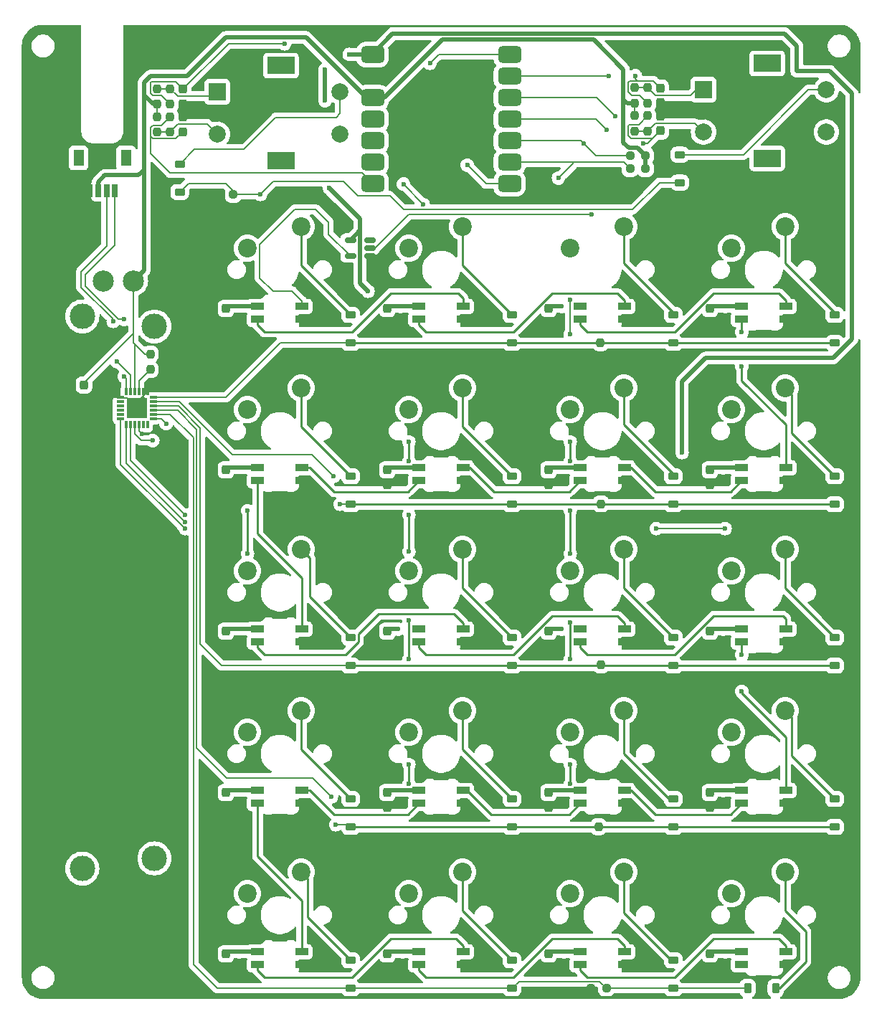
<source format=gbr>
%TF.GenerationSoftware,KiCad,Pcbnew,8.0.0*%
%TF.CreationDate,2024-11-26T10:36:05-05:00*%
%TF.ProjectId,macropad,6d616372-6f70-4616-942e-6b696361645f,v1.0*%
%TF.SameCoordinates,Original*%
%TF.FileFunction,Copper,L2,Bot*%
%TF.FilePolarity,Positive*%
%FSLAX46Y46*%
G04 Gerber Fmt 4.6, Leading zero omitted, Abs format (unit mm)*
G04 Created by KiCad (PCBNEW 8.0.0) date 2024-11-26 10:36:05*
%MOMM*%
%LPD*%
G01*
G04 APERTURE LIST*
G04 Aperture macros list*
%AMRoundRect*
0 Rectangle with rounded corners*
0 $1 Rounding radius*
0 $2 $3 $4 $5 $6 $7 $8 $9 X,Y pos of 4 corners*
0 Add a 4 corners polygon primitive as box body*
4,1,4,$2,$3,$4,$5,$6,$7,$8,$9,$2,$3,0*
0 Add four circle primitives for the rounded corners*
1,1,$1+$1,$2,$3*
1,1,$1+$1,$4,$5*
1,1,$1+$1,$6,$7*
1,1,$1+$1,$8,$9*
0 Add four rect primitives between the rounded corners*
20,1,$1+$1,$2,$3,$4,$5,0*
20,1,$1+$1,$4,$5,$6,$7,0*
20,1,$1+$1,$6,$7,$8,$9,0*
20,1,$1+$1,$8,$9,$2,$3,0*%
G04 Aperture macros list end*
%TA.AperFunction,SMDPad,CuDef*%
%ADD10RoundRect,0.082000X-0.718000X0.328000X-0.718000X-0.328000X0.718000X-0.328000X0.718000X0.328000X0*%
%TD*%
%TA.AperFunction,ComponentPad*%
%ADD11C,2.200000*%
%TD*%
%TA.AperFunction,ComponentPad*%
%ADD12R,2.000000X2.000000*%
%TD*%
%TA.AperFunction,ComponentPad*%
%ADD13C,2.000000*%
%TD*%
%TA.AperFunction,ComponentPad*%
%ADD14R,3.200000X2.000000*%
%TD*%
%TA.AperFunction,ComponentPad*%
%ADD15C,3.000000*%
%TD*%
%TA.AperFunction,ComponentPad*%
%ADD16C,2.500000*%
%TD*%
%TA.AperFunction,SMDPad,CuDef*%
%ADD17RoundRect,0.237500X-0.237500X0.250000X-0.237500X-0.250000X0.237500X-0.250000X0.237500X0.250000X0*%
%TD*%
%TA.AperFunction,SMDPad,CuDef*%
%ADD18RoundRect,0.237500X0.237500X-0.300000X0.237500X0.300000X-0.237500X0.300000X-0.237500X-0.300000X0*%
%TD*%
%TA.AperFunction,SMDPad,CuDef*%
%ADD19RoundRect,0.225000X-0.225000X-0.375000X0.225000X-0.375000X0.225000X0.375000X-0.225000X0.375000X0*%
%TD*%
%TA.AperFunction,SMDPad,CuDef*%
%ADD20RoundRect,0.225000X0.375000X-0.225000X0.375000X0.225000X-0.375000X0.225000X-0.375000X-0.225000X0*%
%TD*%
%TA.AperFunction,SMDPad,CuDef*%
%ADD21RoundRect,0.075000X0.362500X0.075000X-0.362500X0.075000X-0.362500X-0.075000X0.362500X-0.075000X0*%
%TD*%
%TA.AperFunction,SMDPad,CuDef*%
%ADD22RoundRect,0.075000X0.075000X0.362500X-0.075000X0.362500X-0.075000X-0.362500X0.075000X-0.362500X0*%
%TD*%
%TA.AperFunction,HeatsinkPad*%
%ADD23R,2.450000X2.450000*%
%TD*%
%TA.AperFunction,SMDPad,CuDef*%
%ADD24RoundRect,0.237500X0.250000X0.237500X-0.250000X0.237500X-0.250000X-0.237500X0.250000X-0.237500X0*%
%TD*%
%TA.AperFunction,SMDPad,CuDef*%
%ADD25RoundRect,0.237500X0.237500X-0.250000X0.237500X0.250000X-0.237500X0.250000X-0.237500X-0.250000X0*%
%TD*%
%TA.AperFunction,SMDPad,CuDef*%
%ADD26R,0.660400X1.549400*%
%TD*%
%TA.AperFunction,SMDPad,CuDef*%
%ADD27R,1.295400X1.905000*%
%TD*%
%TA.AperFunction,SMDPad,CuDef*%
%ADD28RoundRect,0.237500X-0.250000X-0.237500X0.250000X-0.237500X0.250000X0.237500X-0.250000X0.237500X0*%
%TD*%
%TA.AperFunction,SMDPad,CuDef*%
%ADD29RoundRect,0.150000X0.512500X0.150000X-0.512500X0.150000X-0.512500X-0.150000X0.512500X-0.150000X0*%
%TD*%
%TA.AperFunction,SMDPad,CuDef*%
%ADD30RoundRect,0.500000X0.875000X0.500000X-0.875000X0.500000X-0.875000X-0.500000X0.875000X-0.500000X0*%
%TD*%
%TA.AperFunction,SMDPad,CuDef*%
%ADD31RoundRect,0.237500X-0.237500X0.300000X-0.237500X-0.300000X0.237500X-0.300000X0.237500X0.300000X0*%
%TD*%
%TA.AperFunction,ViaPad*%
%ADD32C,0.600000*%
%TD*%
%TA.AperFunction,Conductor*%
%ADD33C,0.500000*%
%TD*%
%TA.AperFunction,Conductor*%
%ADD34C,0.200000*%
%TD*%
%TA.AperFunction,Conductor*%
%ADD35C,0.250000*%
%TD*%
G04 APERTURE END LIST*
D10*
%TO.P,LED14,1,VDD*%
%TO.N,+5V*%
X122390000Y-124587401D03*
%TO.P,LED14,2,DOUT*%
%TO.N,Net-(LED14-DOUT)*%
X122390000Y-126087401D03*
%TO.P,LED14,3,VSS*%
%TO.N,GND*%
X127590000Y-126087401D03*
%TO.P,LED14,4,DIN*%
%TO.N,Net-(LED13-DOUT)*%
X127590000Y-124587401D03*
%TD*%
D11*
%TO.P,SW13,1,1*%
%TO.N,Net-(D13-A)*%
X89430000Y-115177402D03*
%TO.P,SW13,2,2*%
%TO.N,/COL1*%
X83080000Y-117717402D03*
%TD*%
D10*
%TO.P,LED9,1,VDD*%
%TO.N,+5V*%
X84290000Y-105537401D03*
%TO.P,LED9,2,DOUT*%
%TO.N,Net-(LED10-DIN)*%
X84290000Y-107037401D03*
%TO.P,LED9,3,VSS*%
%TO.N,GND*%
X89490000Y-107037401D03*
%TO.P,LED9,4,DIN*%
%TO.N,Net-(LED8-DOUT)*%
X89490000Y-105537401D03*
%TD*%
D12*
%TO.P,SW21,A,A*%
%TO.N,Net-(R4-Pad1)*%
X79524000Y-42105402D03*
D13*
%TO.P,SW21,B,B*%
%TO.N,Net-(R5-Pad2)*%
X79524000Y-47105402D03*
%TO.P,SW21,C,C*%
%TO.N,GND*%
X79524000Y-44605402D03*
D14*
%TO.P,SW21,MP*%
%TO.N,N/C*%
X87024000Y-39005402D03*
X87024000Y-50205402D03*
D13*
%TO.P,SW21,S1,S1*%
%TO.N,/COL3*%
X94024000Y-47105402D03*
%TO.P,SW21,S2,S2*%
%TO.N,Net-(D21-A)*%
X94024000Y-42105402D03*
%TD*%
D11*
%TO.P,SW12,1,1*%
%TO.N,Net-(D12-A)*%
X146580000Y-96127402D03*
%TO.P,SW12,2,2*%
%TO.N,/COL4*%
X140230000Y-98667402D03*
%TD*%
D10*
%TO.P,LED20,1,VDD*%
%TO.N,+5V*%
X141440000Y-143637401D03*
%TO.P,LED20,2,DOUT*%
%TO.N,unconnected-(LED20-DOUT-Pad2)*%
X141440000Y-145137401D03*
%TO.P,LED20,3,VSS*%
%TO.N,GND*%
X146640000Y-145137401D03*
%TO.P,LED20,4,DIN*%
%TO.N,Net-(LED20-DIN)*%
X146640000Y-143637401D03*
%TD*%
D11*
%TO.P,SW4,1,1*%
%TO.N,Net-(D4-A)*%
X146580000Y-58027402D03*
%TO.P,SW4,2,2*%
%TO.N,/COL4*%
X140230000Y-60567402D03*
%TD*%
%TO.P,SW15,1,1*%
%TO.N,Net-(D15-A)*%
X127530000Y-115177402D03*
%TO.P,SW15,2,2*%
%TO.N,/COL3*%
X121180000Y-117717402D03*
%TD*%
%TO.P,SW18,1,1*%
%TO.N,Net-(D18-A)*%
X108480000Y-134227402D03*
%TO.P,SW18,2,2*%
%TO.N,/COL2*%
X102130000Y-136767402D03*
%TD*%
D10*
%TO.P,LED3,1,VDD*%
%TO.N,+5V*%
X122390000Y-67437401D03*
%TO.P,LED3,2,DOUT*%
%TO.N,Net-(LED3-DOUT)*%
X122390000Y-68937401D03*
%TO.P,LED3,3,VSS*%
%TO.N,GND*%
X127590000Y-68937401D03*
%TO.P,LED3,4,DIN*%
%TO.N,Net-(LED2-DOUT)*%
X127590000Y-67437401D03*
%TD*%
D11*
%TO.P,SW14,1,1*%
%TO.N,Net-(D14-A)*%
X108480000Y-115177402D03*
%TO.P,SW14,2,2*%
%TO.N,/COL2*%
X102130000Y-117717402D03*
%TD*%
D10*
%TO.P,LED6,1,VDD*%
%TO.N,+5V*%
X122390000Y-86487401D03*
%TO.P,LED6,2,DOUT*%
%TO.N,Net-(LED6-DOUT)*%
X122390000Y-87987401D03*
%TO.P,LED6,3,VSS*%
%TO.N,GND*%
X127590000Y-87987401D03*
%TO.P,LED6,4,DIN*%
%TO.N,Net-(LED5-DOUT)*%
X127590000Y-86487401D03*
%TD*%
%TO.P,LED11,1,VDD*%
%TO.N,+5V*%
X122390000Y-105537401D03*
%TO.P,LED11,2,DOUT*%
%TO.N,Net-(LED11-DOUT)*%
X122390000Y-107037401D03*
%TO.P,LED11,3,VSS*%
%TO.N,GND*%
X127590000Y-107037401D03*
%TO.P,LED11,4,DIN*%
%TO.N,Net-(LED10-DOUT)*%
X127590000Y-105537401D03*
%TD*%
D11*
%TO.P,SW2,1,1*%
%TO.N,Net-(D2-A)*%
X108480000Y-58027402D03*
%TO.P,SW2,2,2*%
%TO.N,/COL2*%
X102130000Y-60567402D03*
%TD*%
D10*
%TO.P,LED5,1,VDD*%
%TO.N,+5V*%
X141440000Y-86487401D03*
%TO.P,LED5,2,DOUT*%
%TO.N,Net-(LED5-DOUT)*%
X141440000Y-87987401D03*
%TO.P,LED5,3,VSS*%
%TO.N,GND*%
X146640000Y-87987401D03*
%TO.P,LED5,4,DIN*%
%TO.N,Net-(LED4-DOUT)*%
X146640000Y-86487401D03*
%TD*%
D12*
%TO.P,SW22,A,A*%
%TO.N,Net-(R7-Pad1)*%
X136928000Y-41851402D03*
D13*
%TO.P,SW22,B,B*%
%TO.N,Net-(R10-Pad2)*%
X136928000Y-46851402D03*
%TO.P,SW22,C,C*%
%TO.N,GND*%
X136928000Y-44351402D03*
D14*
%TO.P,SW22,MP*%
%TO.N,N/C*%
X144428000Y-38751402D03*
X144428000Y-49951402D03*
D13*
%TO.P,SW22,S1,S1*%
%TO.N,/COL4*%
X151428000Y-46851402D03*
%TO.P,SW22,S2,S2*%
%TO.N,Net-(D22-A)*%
X151428000Y-41851402D03*
%TD*%
D11*
%TO.P,SW6,1,1*%
%TO.N,Net-(D6-A)*%
X108480000Y-77077402D03*
%TO.P,SW6,2,2*%
%TO.N,/COL2*%
X102130000Y-79617402D03*
%TD*%
%TO.P,SW7,1,1*%
%TO.N,Net-(D7-A)*%
X127530000Y-77077402D03*
%TO.P,SW7,2,2*%
%TO.N,/COL3*%
X121180000Y-79617402D03*
%TD*%
D10*
%TO.P,LED17,1,VDD*%
%TO.N,+5V*%
X84290000Y-143637401D03*
%TO.P,LED17,2,DOUT*%
%TO.N,Net-(LED17-DOUT)*%
X84290000Y-145137401D03*
%TO.P,LED17,3,VSS*%
%TO.N,GND*%
X89490000Y-145137401D03*
%TO.P,LED17,4,DIN*%
%TO.N,Net-(LED16-DOUT)*%
X89490000Y-143637401D03*
%TD*%
%TO.P,LED16,1,VDD*%
%TO.N,+5V*%
X84290000Y-124587401D03*
%TO.P,LED16,2,DOUT*%
%TO.N,Net-(LED16-DOUT)*%
X84290000Y-126087401D03*
%TO.P,LED16,3,VSS*%
%TO.N,GND*%
X89490000Y-126087401D03*
%TO.P,LED16,4,DIN*%
%TO.N,Net-(LED15-DOUT)*%
X89490000Y-124587401D03*
%TD*%
%TO.P,LED13,1,VDD*%
%TO.N,+5V*%
X141440000Y-124587401D03*
%TO.P,LED13,2,DOUT*%
%TO.N,Net-(LED13-DOUT)*%
X141440000Y-126087401D03*
%TO.P,LED13,3,VSS*%
%TO.N,GND*%
X146640000Y-126087401D03*
%TO.P,LED13,4,DIN*%
%TO.N,Net-(LED12-DOUT)*%
X146640000Y-124587401D03*
%TD*%
%TO.P,LED1,1,VDD*%
%TO.N,+5V*%
X84290000Y-67437401D03*
%TO.P,LED1,2,DOUT*%
%TO.N,Net-(LED1-DOUT)*%
X84290000Y-68937401D03*
%TO.P,LED1,3,VSS*%
%TO.N,GND*%
X89490000Y-68937401D03*
%TO.P,LED1,4,DIN*%
%TO.N,/LED_5V*%
X89490000Y-67437401D03*
%TD*%
%TO.P,LED2,1,VDD*%
%TO.N,+5V*%
X103340000Y-67437401D03*
%TO.P,LED2,2,DOUT*%
%TO.N,Net-(LED2-DOUT)*%
X103340000Y-68937401D03*
%TO.P,LED2,3,VSS*%
%TO.N,GND*%
X108540000Y-68937401D03*
%TO.P,LED2,4,DIN*%
%TO.N,Net-(LED1-DOUT)*%
X108540000Y-67437401D03*
%TD*%
D11*
%TO.P,SW11,1,1*%
%TO.N,Net-(D11-A)*%
X127530000Y-96127402D03*
%TO.P,SW11,2,2*%
%TO.N,/COL3*%
X121180000Y-98667402D03*
%TD*%
D10*
%TO.P,LED4,1,VDD*%
%TO.N,+5V*%
X141440000Y-67437401D03*
%TO.P,LED4,2,DOUT*%
%TO.N,Net-(LED4-DOUT)*%
X141440000Y-68937401D03*
%TO.P,LED4,3,VSS*%
%TO.N,GND*%
X146640000Y-68937401D03*
%TO.P,LED4,4,DIN*%
%TO.N,Net-(LED3-DOUT)*%
X146640000Y-67437401D03*
%TD*%
%TO.P,LED10,1,VDD*%
%TO.N,+5V*%
X103340000Y-105537401D03*
%TO.P,LED10,2,DOUT*%
%TO.N,Net-(LED10-DOUT)*%
X103340000Y-107037401D03*
%TO.P,LED10,3,VSS*%
%TO.N,GND*%
X108540000Y-107037401D03*
%TO.P,LED10,4,DIN*%
%TO.N,Net-(LED10-DIN)*%
X108540000Y-105537401D03*
%TD*%
D11*
%TO.P,SW3,1,1*%
%TO.N,Net-(D3-A)*%
X127530000Y-58027402D03*
%TO.P,SW3,2,2*%
%TO.N,/COL3*%
X121180000Y-60567402D03*
%TD*%
D10*
%TO.P,LED21,1,VDD*%
%TO.N,+5V*%
X122390000Y-143637401D03*
%TO.P,LED21,2,DOUT*%
%TO.N,Net-(LED20-DIN)*%
X122390000Y-145137401D03*
%TO.P,LED21,3,VSS*%
%TO.N,GND*%
X127590000Y-145137401D03*
%TO.P,LED21,4,DIN*%
%TO.N,Net-(LED18-DOUT)*%
X127590000Y-143637401D03*
%TD*%
D11*
%TO.P,SW5,1,1*%
%TO.N,Net-(D5-A)*%
X89430000Y-77077402D03*
%TO.P,SW5,2,2*%
%TO.N,/COL1*%
X83080000Y-79617402D03*
%TD*%
%TO.P,SW16,1,1*%
%TO.N,Net-(D16-A)*%
X146580000Y-115177402D03*
%TO.P,SW16,2,2*%
%TO.N,/COL4*%
X140230000Y-117717402D03*
%TD*%
%TO.P,SW17,1,1*%
%TO.N,Net-(D17-A)*%
X89430000Y-134227402D03*
%TO.P,SW17,2,2*%
%TO.N,/COL1*%
X83080000Y-136767402D03*
%TD*%
D15*
%TO.P,RV1,*%
%TO.N,*%
X63590000Y-68607402D03*
X72090000Y-69807402D03*
X72090000Y-132607402D03*
X63590000Y-133807402D03*
D16*
%TO.P,RV1,1,1*%
%TO.N,+3V3*%
X69590000Y-64457402D03*
%TO.P,RV1,2,2*%
%TO.N,/SLIDE*%
X66090000Y-64457402D03*
%TO.P,RV1,3,3*%
%TO.N,GND*%
X69590000Y-137957402D03*
%TD*%
D11*
%TO.P,SW1,1,1*%
%TO.N,Net-(D1-A)*%
X89430000Y-58027402D03*
%TO.P,SW1,2,2*%
%TO.N,/COL1*%
X83080000Y-60567402D03*
%TD*%
%TO.P,SW10,1,1*%
%TO.N,Net-(D10-A)*%
X108480000Y-96127402D03*
%TO.P,SW10,2,2*%
%TO.N,/COL2*%
X102130000Y-98667402D03*
%TD*%
D10*
%TO.P,LED8,1,VDD*%
%TO.N,+5V*%
X84290000Y-86487401D03*
%TO.P,LED8,2,DOUT*%
%TO.N,Net-(LED8-DOUT)*%
X84290000Y-87987401D03*
%TO.P,LED8,3,VSS*%
%TO.N,GND*%
X89490000Y-87987401D03*
%TO.P,LED8,4,DIN*%
%TO.N,Net-(LED7-DOUT)*%
X89490000Y-86487401D03*
%TD*%
D11*
%TO.P,SW8,1,1*%
%TO.N,Net-(D8-A)*%
X146580000Y-77077402D03*
%TO.P,SW8,2,2*%
%TO.N,/COL4*%
X140230000Y-79617402D03*
%TD*%
D10*
%TO.P,LED18,1,VDD*%
%TO.N,+5V*%
X103340000Y-143637401D03*
%TO.P,LED18,2,DOUT*%
%TO.N,Net-(LED18-DOUT)*%
X103340000Y-145137401D03*
%TO.P,LED18,3,VSS*%
%TO.N,GND*%
X108540000Y-145137401D03*
%TO.P,LED18,4,DIN*%
%TO.N,Net-(LED17-DOUT)*%
X108540000Y-143637401D03*
%TD*%
%TO.P,LED7,1,VDD*%
%TO.N,+5V*%
X103340000Y-86487401D03*
%TO.P,LED7,2,DOUT*%
%TO.N,Net-(LED7-DOUT)*%
X103340000Y-87987401D03*
%TO.P,LED7,3,VSS*%
%TO.N,GND*%
X108540000Y-87987401D03*
%TO.P,LED7,4,DIN*%
%TO.N,Net-(LED6-DOUT)*%
X108540000Y-86487401D03*
%TD*%
%TO.P,LED12,1,VDD*%
%TO.N,+5V*%
X141440000Y-105537401D03*
%TO.P,LED12,2,DOUT*%
%TO.N,Net-(LED12-DOUT)*%
X141440000Y-107037401D03*
%TO.P,LED12,3,VSS*%
%TO.N,GND*%
X146640000Y-107037401D03*
%TO.P,LED12,4,DIN*%
%TO.N,Net-(LED11-DOUT)*%
X146640000Y-105537401D03*
%TD*%
D11*
%TO.P,SW20,1,1*%
%TO.N,Net-(D20-A)*%
X146580000Y-134227402D03*
%TO.P,SW20,2,2*%
%TO.N,/COL4*%
X140230000Y-136767402D03*
%TD*%
%TO.P,SW19,1,1*%
%TO.N,Net-(D19-A)*%
X127530000Y-134227402D03*
%TO.P,SW19,2,2*%
%TO.N,/COL3*%
X121180000Y-136767402D03*
%TD*%
D10*
%TO.P,LED15,1,VDD*%
%TO.N,+5V*%
X103340000Y-124587401D03*
%TO.P,LED15,2,DOUT*%
%TO.N,Net-(LED15-DOUT)*%
X103340000Y-126087401D03*
%TO.P,LED15,3,VSS*%
%TO.N,GND*%
X108540000Y-126087401D03*
%TO.P,LED15,4,DIN*%
%TO.N,Net-(LED14-DOUT)*%
X108540000Y-124587401D03*
%TD*%
D11*
%TO.P,SW9,1,1*%
%TO.N,Net-(D9-A)*%
X89430000Y-96127402D03*
%TO.P,SW9,2,2*%
%TO.N,/COL1*%
X83080000Y-98667402D03*
%TD*%
D17*
%TO.P,R15,1*%
%TO.N,/ROW4*%
X124532800Y-128871802D03*
%TO.P,R15,2*%
%TO.N,GND*%
X124532800Y-130696802D03*
%TD*%
D18*
%TO.P,C8,1*%
%TO.N,GND*%
X137690000Y-88454402D03*
%TO.P,C8,2*%
%TO.N,+5V*%
X137690000Y-86729402D03*
%TD*%
D19*
%TO.P,D20,1,K*%
%TO.N,/ROW5*%
X142136000Y-147943402D03*
%TO.P,D20,2,A*%
%TO.N,Net-(D20-A)*%
X145436000Y-147943402D03*
%TD*%
D20*
%TO.P,D15,1,K*%
%TO.N,/ROW4*%
X133372000Y-128891402D03*
%TO.P,D15,2,A*%
%TO.N,Net-(D15-A)*%
X133372000Y-125591402D03*
%TD*%
%TO.P,D8,1,K*%
%TO.N,/ROW2*%
X152422000Y-90791402D03*
%TO.P,D8,2,A*%
%TO.N,Net-(D8-A)*%
X152422000Y-87491402D03*
%TD*%
D18*
%TO.P,C22,1*%
%TO.N,GND*%
X131848000Y-43395902D03*
%TO.P,C22,2*%
%TO.N,/ENC2_A*%
X131848000Y-41670902D03*
%TD*%
%TO.P,C24,1*%
%TO.N,GND*%
X118640000Y-145604402D03*
%TO.P,C24,2*%
%TO.N,+5V*%
X118640000Y-143879402D03*
%TD*%
%TO.P,C13,1*%
%TO.N,GND*%
X80540000Y-107504402D03*
%TO.P,C13,2*%
%TO.N,+5V*%
X80540000Y-105779402D03*
%TD*%
D21*
%TO.P,U2,1,P00*%
%TO.N,/ROW1*%
X71961900Y-78189602D03*
%TO.P,U2,2,P01*%
%TO.N,/ROW2*%
X71961900Y-78689602D03*
%TO.P,U2,3,P02*%
%TO.N,/ROW3*%
X71961900Y-79189602D03*
%TO.P,U2,4,P03*%
%TO.N,/ROW4*%
X71961900Y-79689602D03*
%TO.P,U2,5,P04*%
%TO.N,/ROW5*%
X71961900Y-80189602D03*
%TO.P,U2,6,P05*%
%TO.N,/ROW6*%
X71961900Y-80689602D03*
D22*
%TO.P,U2,7,P06*%
%TO.N,unconnected-(U2-P06-Pad7)*%
X71274400Y-81377102D03*
%TO.P,U2,8,P07*%
%TO.N,unconnected-(U2-P07-Pad8)*%
X70774400Y-81377102D03*
%TO.P,U2,9,GND*%
%TO.N,GND*%
X70274400Y-81377102D03*
%TO.P,U2,10,P10*%
%TO.N,/COL1*%
X69774400Y-81377102D03*
%TO.P,U2,11,P11*%
%TO.N,/COL2*%
X69274400Y-81377102D03*
%TO.P,U2,12,P12*%
%TO.N,/COL3*%
X68774400Y-81377102D03*
D21*
%TO.P,U2,13,P13*%
%TO.N,/COL4*%
X68086900Y-80689602D03*
%TO.P,U2,14,P14*%
%TO.N,unconnected-(U2-P14-Pad14)*%
X68086900Y-80189602D03*
%TO.P,U2,15,P15*%
%TO.N,unconnected-(U2-P15-Pad15)*%
X68086900Y-79689602D03*
%TO.P,U2,16,P16*%
%TO.N,unconnected-(U2-P16-Pad16)*%
X68086900Y-79189602D03*
%TO.P,U2,17,P17*%
%TO.N,unconnected-(U2-P17-Pad17)*%
X68086900Y-78689602D03*
%TO.P,U2,18,A0*%
%TO.N,GND*%
X68086900Y-78189602D03*
D22*
%TO.P,U2,19,SCL*%
%TO.N,/SCL*%
X68774400Y-77502102D03*
%TO.P,U2,20,SDA*%
%TO.N,/SDA*%
X69274400Y-77502102D03*
%TO.P,U2,21,VCC*%
%TO.N,+3V3*%
X69774400Y-77502102D03*
%TO.P,U2,22,~{INT}*%
%TO.N,/{slash}INT*%
X70274400Y-77502102D03*
%TO.P,U2,23,A1*%
%TO.N,GND*%
X70774400Y-77502102D03*
%TO.P,U2,24,A2*%
X71274400Y-77502102D03*
D23*
%TO.P,U2,25,EPAD*%
X70024400Y-79439602D03*
%TD*%
D18*
%TO.P,C15,1*%
%TO.N,GND*%
X99590000Y-88454402D03*
%TO.P,C15,2*%
%TO.N,+5V*%
X99590000Y-86729402D03*
%TD*%
D20*
%TO.P,D17,1,K*%
%TO.N,/ROW5*%
X95272000Y-147941402D03*
%TO.P,D17,2,A*%
%TO.N,Net-(D17-A)*%
X95272000Y-144641402D03*
%TD*%
D24*
%TO.P,R17,1*%
%TO.N,/ROW6*%
X81399800Y-54217402D03*
%TO.P,R17,2*%
%TO.N,GND*%
X79574800Y-54217402D03*
%TD*%
D18*
%TO.P,C11,1*%
%TO.N,GND*%
X118640000Y-107504402D03*
%TO.P,C11,2*%
%TO.N,+5V*%
X118640000Y-105779402D03*
%TD*%
%TO.P,C12,1*%
%TO.N,GND*%
X99590000Y-107504402D03*
%TO.P,C12,2*%
%TO.N,+5V*%
X99590000Y-105779402D03*
%TD*%
%TO.P,C16,1*%
%TO.N,GND*%
X137690000Y-126554402D03*
%TO.P,C16,2*%
%TO.N,+5V*%
X137690000Y-124829402D03*
%TD*%
D20*
%TO.P,D14,1,K*%
%TO.N,/ROW4*%
X114322000Y-128891402D03*
%TO.P,D14,2,A*%
%TO.N,Net-(D14-A)*%
X114322000Y-125591402D03*
%TD*%
%TO.P,D18,1,K*%
%TO.N,/ROW5*%
X114322000Y-147941402D03*
%TO.P,D18,2,A*%
%TO.N,Net-(D18-A)*%
X114322000Y-144641402D03*
%TD*%
D17*
%TO.P,R14,1*%
%TO.N,/ROW3*%
X124812200Y-109771002D03*
%TO.P,R14,2*%
%TO.N,GND*%
X124812200Y-111596002D03*
%TD*%
D20*
%TO.P,D9,1,K*%
%TO.N,/ROW3*%
X95272000Y-109841402D03*
%TO.P,D9,2,A*%
%TO.N,Net-(D9-A)*%
X95272000Y-106541402D03*
%TD*%
D18*
%TO.P,C6,1*%
%TO.N,GND*%
X118640000Y-69404402D03*
%TO.P,C6,2*%
%TO.N,+5V*%
X118640000Y-67679402D03*
%TD*%
%TO.P,C20,1*%
%TO.N,GND*%
X80540000Y-145604402D03*
%TO.P,C20,2*%
%TO.N,+5V*%
X80540000Y-143879402D03*
%TD*%
D20*
%TO.P,D22,1,K*%
%TO.N,/ROW6*%
X134134000Y-52819402D03*
%TO.P,D22,2,A*%
%TO.N,Net-(D22-A)*%
X134134000Y-49519402D03*
%TD*%
D25*
%TO.P,R9,1*%
%TO.N,+3V3*%
X128800000Y-43445902D03*
%TO.P,R9,2*%
%TO.N,Net-(R7-Pad1)*%
X128800000Y-41620902D03*
%TD*%
D26*
%TO.P,J1,1,Pin_1*%
%TO.N,GND*%
X64440000Y-53780902D03*
%TO.P,J1,2,Pin_2*%
%TO.N,+3V3*%
X65440001Y-53780902D03*
%TO.P,J1,3,Pin_3*%
%TO.N,/SDA*%
X66439999Y-53780902D03*
%TO.P,J1,4,Pin_4*%
%TO.N,/SCL*%
X67440000Y-53780902D03*
D27*
%TO.P,J1,5*%
%TO.N,N/C*%
X68739999Y-49905901D03*
%TO.P,J1,6*%
X63140001Y-49905901D03*
%TD*%
D17*
%TO.P,R13,1*%
%TO.N,/ROW2*%
X124812200Y-90746402D03*
%TO.P,R13,2*%
%TO.N,GND*%
X124812200Y-92571402D03*
%TD*%
%TO.P,R4,1*%
%TO.N,Net-(R4-Pad1)*%
X73936000Y-41724402D03*
%TO.P,R4,2*%
%TO.N,/ENC_A*%
X73936000Y-43549402D03*
%TD*%
D18*
%TO.P,C19,1*%
%TO.N,GND*%
X80540000Y-126554402D03*
%TO.P,C19,2*%
%TO.N,+5V*%
X80540000Y-124829402D03*
%TD*%
%TO.P,C21,1*%
%TO.N,GND*%
X99590000Y-145604402D03*
%TO.P,C21,2*%
%TO.N,+5V*%
X99590000Y-143879402D03*
%TD*%
D20*
%TO.P,D6,1,K*%
%TO.N,/ROW2*%
X114322000Y-90791402D03*
%TO.P,D6,2,A*%
%TO.N,Net-(D6-A)*%
X114322000Y-87491402D03*
%TD*%
%TO.P,D7,1,K*%
%TO.N,/ROW2*%
X133372000Y-90791402D03*
%TO.P,D7,2,A*%
%TO.N,Net-(D7-A)*%
X133372000Y-87491402D03*
%TD*%
D18*
%TO.P,C9,1*%
%TO.N,GND*%
X118640000Y-88454402D03*
%TO.P,C9,2*%
%TO.N,+5V*%
X118640000Y-86729402D03*
%TD*%
D20*
%TO.P,D12,1,K*%
%TO.N,/ROW3*%
X152422000Y-109841402D03*
%TO.P,D12,2,A*%
%TO.N,Net-(D12-A)*%
X152422000Y-106541402D03*
%TD*%
D18*
%TO.P,C3,1*%
%TO.N,GND*%
X80540000Y-69404402D03*
%TO.P,C3,2*%
%TO.N,+5V*%
X80540000Y-67679402D03*
%TD*%
D28*
%TO.P,R2,1*%
%TO.N,/SDA*%
X128245000Y-49645402D03*
%TO.P,R2,2*%
%TO.N,+3V3*%
X130070000Y-49645402D03*
%TD*%
D20*
%TO.P,D5,1,K*%
%TO.N,/ROW2*%
X95272000Y-90791402D03*
%TO.P,D5,2,A*%
%TO.N,Net-(D5-A)*%
X95272000Y-87491402D03*
%TD*%
D18*
%TO.P,C14,1*%
%TO.N,GND*%
X80540000Y-88454402D03*
%TO.P,C14,2*%
%TO.N,+5V*%
X80540000Y-86729402D03*
%TD*%
%TO.P,C25,1*%
%TO.N,/ENC2_B*%
X131848000Y-46697902D03*
%TO.P,C25,2*%
%TO.N,GND*%
X131848000Y-44972902D03*
%TD*%
D20*
%TO.P,D1,1,K*%
%TO.N,/ROW1*%
X95272000Y-71741402D03*
%TO.P,D1,2,A*%
%TO.N,Net-(D1-A)*%
X95272000Y-68441402D03*
%TD*%
D18*
%TO.P,C7,1*%
%TO.N,GND*%
X137690000Y-69404402D03*
%TO.P,C7,2*%
%TO.N,+5V*%
X137690000Y-67679402D03*
%TD*%
D20*
%TO.P,D3,1,K*%
%TO.N,/ROW1*%
X133372000Y-71741402D03*
%TO.P,D3,2,A*%
%TO.N,Net-(D3-A)*%
X133372000Y-68441402D03*
%TD*%
D28*
%TO.P,R3,1*%
%TO.N,/SCL*%
X128245000Y-51169402D03*
%TO.P,R3,2*%
%TO.N,+3V3*%
X130070000Y-51169402D03*
%TD*%
D17*
%TO.P,R5,1*%
%TO.N,+3V3*%
X72412000Y-45026402D03*
%TO.P,R5,2*%
%TO.N,Net-(R5-Pad2)*%
X72412000Y-46851402D03*
%TD*%
D18*
%TO.P,C18,1*%
%TO.N,GND*%
X99590000Y-126554402D03*
%TO.P,C18,2*%
%TO.N,+5V*%
X99590000Y-124829402D03*
%TD*%
D29*
%TO.P,U3,1,NC*%
%TO.N,unconnected-(U3-NC-Pad1)*%
X97507200Y-59581802D03*
%TO.P,U3,2,A*%
%TO.N,/LED*%
X97507200Y-60531802D03*
%TO.P,U3,3,GND*%
%TO.N,GND*%
X97507200Y-61481802D03*
%TO.P,U3,4,Y*%
%TO.N,/LED_5V*%
X95232200Y-61481802D03*
%TO.P,U3,5,VCC*%
%TO.N,+5V*%
X95232200Y-59581802D03*
%TD*%
D20*
%TO.P,D11,1,K*%
%TO.N,/ROW3*%
X133372000Y-109841402D03*
%TO.P,D11,2,A*%
%TO.N,Net-(D11-A)*%
X133372000Y-106541402D03*
%TD*%
%TO.P,D16,1,K*%
%TO.N,/ROW4*%
X152422000Y-128891402D03*
%TO.P,D16,2,A*%
%TO.N,Net-(D16-A)*%
X152422000Y-125591402D03*
%TD*%
D18*
%TO.P,C10,1*%
%TO.N,GND*%
X137690000Y-107504402D03*
%TO.P,C10,2*%
%TO.N,+5V*%
X137690000Y-105779402D03*
%TD*%
%TO.P,C5,1*%
%TO.N,GND*%
X99590000Y-69404402D03*
%TO.P,C5,2*%
%TO.N,+5V*%
X99590000Y-67679402D03*
%TD*%
D30*
%TO.P,U1,1,PA02_A0_D0*%
%TO.N,/SLIDE*%
X114022500Y-37707402D03*
%TO.P,U1,2,PA4_A1_D1*%
%TO.N,/ENC2_A*%
X114022500Y-40247402D03*
%TO.P,U1,3,PA10_A2_D2*%
%TO.N,/ENC2_B*%
X114022500Y-42787402D03*
%TO.P,U1,4,PA11_A3_D3*%
%TO.N,/LED*%
X114022500Y-45327402D03*
%TO.P,U1,5,PA8_A4_D4_SDA*%
%TO.N,/SDA*%
X114022500Y-47867402D03*
%TO.P,U1,6,PA9_A5_D5_SCL*%
%TO.N,/SCL*%
X114022500Y-50407402D03*
%TO.P,U1,7,PB08_A6_D6_TX*%
%TO.N,/ENC_A*%
X114022500Y-52947402D03*
%TO.P,U1,8,PB09_A7_D7_RX*%
%TO.N,/ENC_B*%
X97857500Y-52947402D03*
%TO.P,U1,9,PA7_A8_D8_SCK*%
%TO.N,unconnected-(U1-PA7_A8_D8_SCK-Pad9)*%
X97857500Y-50407402D03*
%TO.P,U1,10,PA5_A9_D9_MISO*%
%TO.N,unconnected-(U1-PA5_A9_D9_MISO-Pad10)*%
X97857500Y-47867402D03*
%TO.P,U1,11,PA6_A10_D10_MOSI*%
%TO.N,unconnected-(U1-PA6_A10_D10_MOSI-Pad11)*%
X97857500Y-45327402D03*
%TO.P,U1,12,3V3*%
%TO.N,+3V3*%
X97857500Y-42787402D03*
%TO.P,U1,13,GND*%
%TO.N,GND*%
X97857500Y-40247402D03*
%TO.P,U1,14,5V*%
%TO.N,+5V*%
X97857500Y-37707402D03*
%TD*%
D18*
%TO.P,C4,1*%
%TO.N,GND*%
X75460000Y-43499402D03*
%TO.P,C4,2*%
%TO.N,/ENC_A*%
X75460000Y-41774402D03*
%TD*%
D20*
%TO.P,D13,1,K*%
%TO.N,/ROW4*%
X95272000Y-128891402D03*
%TO.P,D13,2,A*%
%TO.N,Net-(D13-A)*%
X95272000Y-125591402D03*
%TD*%
D17*
%TO.P,R10,1*%
%TO.N,+3V3*%
X128800000Y-44925902D03*
%TO.P,R10,2*%
%TO.N,Net-(R10-Pad2)*%
X128800000Y-46750902D03*
%TD*%
D18*
%TO.P,C2,1*%
%TO.N,/ENC_B*%
X75460000Y-46801402D03*
%TO.P,C2,2*%
%TO.N,GND*%
X75460000Y-45076402D03*
%TD*%
D25*
%TO.P,R1,1*%
%TO.N,/{slash}INT*%
X71599200Y-74893002D03*
%TO.P,R1,2*%
%TO.N,+3V3*%
X71599200Y-73068002D03*
%TD*%
D20*
%TO.P,D21,1,K*%
%TO.N,/ROW6*%
X75079000Y-53937002D03*
%TO.P,D21,2,A*%
%TO.N,Net-(D21-A)*%
X75079000Y-50637002D03*
%TD*%
%TO.P,D10,1,K*%
%TO.N,/ROW3*%
X114322000Y-109841402D03*
%TO.P,D10,2,A*%
%TO.N,Net-(D10-A)*%
X114322000Y-106541402D03*
%TD*%
D17*
%TO.P,R11,1*%
%TO.N,/ENC2_B*%
X130324000Y-44925902D03*
%TO.P,R11,2*%
%TO.N,Net-(R10-Pad2)*%
X130324000Y-46750902D03*
%TD*%
D20*
%TO.P,D4,1,K*%
%TO.N,/ROW1*%
X152422000Y-71741402D03*
%TO.P,D4,2,A*%
%TO.N,Net-(D4-A)*%
X152422000Y-68441402D03*
%TD*%
D25*
%TO.P,R8,1*%
%TO.N,+3V3*%
X72412000Y-43549402D03*
%TO.P,R8,2*%
%TO.N,Net-(R4-Pad1)*%
X72412000Y-41724402D03*
%TD*%
D17*
%TO.P,R6,1*%
%TO.N,/ENC_B*%
X73936000Y-45026402D03*
%TO.P,R6,2*%
%TO.N,Net-(R5-Pad2)*%
X73936000Y-46851402D03*
%TD*%
D18*
%TO.P,C23,1*%
%TO.N,GND*%
X137690000Y-145604402D03*
%TO.P,C23,2*%
%TO.N,+5V*%
X137690000Y-143879402D03*
%TD*%
D24*
%TO.P,R16,1*%
%TO.N,/ROW5*%
X125447200Y-147914202D03*
%TO.P,R16,2*%
%TO.N,GND*%
X123622200Y-147914202D03*
%TD*%
D20*
%TO.P,D19,1,K*%
%TO.N,/ROW5*%
X133372000Y-147941402D03*
%TO.P,D19,2,A*%
%TO.N,Net-(D19-A)*%
X133372000Y-144641402D03*
%TD*%
D31*
%TO.P,C1,1*%
%TO.N,+3V3*%
X63768900Y-76718602D03*
%TO.P,C1,2*%
%TO.N,GND*%
X63768900Y-78443602D03*
%TD*%
D17*
%TO.P,R12,1*%
%TO.N,/ROW1*%
X124761400Y-71721802D03*
%TO.P,R12,2*%
%TO.N,GND*%
X124761400Y-73546802D03*
%TD*%
D18*
%TO.P,C17,1*%
%TO.N,GND*%
X118640000Y-126554402D03*
%TO.P,C17,2*%
%TO.N,+5V*%
X118640000Y-124829402D03*
%TD*%
D20*
%TO.P,D2,1,K*%
%TO.N,/ROW1*%
X114322000Y-71741402D03*
%TO.P,D2,2,A*%
%TO.N,Net-(D2-A)*%
X114322000Y-68441402D03*
%TD*%
D17*
%TO.P,R7,1*%
%TO.N,Net-(R7-Pad1)*%
X130324000Y-41620902D03*
%TO.P,R7,2*%
%TO.N,/ENC2_A*%
X130324000Y-43445902D03*
%TD*%
D32*
%TO.N,GND*%
X122450000Y-130925402D03*
X109496000Y-127623402D03*
X111782000Y-68695402D03*
X86382000Y-98413402D03*
X92224000Y-106541402D03*
X73631200Y-37453402D03*
X70024400Y-79439602D03*
X149120000Y-107303402D03*
X82064000Y-107303402D03*
X90954000Y-73775402D03*
X81810000Y-145403402D03*
X143786000Y-59805402D03*
X87906000Y-111875402D03*
X70626900Y-82507602D03*
X138960000Y-108573402D03*
X116608000Y-87999402D03*
X139468000Y-87999402D03*
X128546000Y-127623402D03*
X100860000Y-145403402D03*
X91716000Y-67933402D03*
X130324000Y-144895402D03*
X141500000Y-102731402D03*
X97304000Y-125591402D03*
X111274000Y-144387402D03*
X136115200Y-146800402D03*
X136166000Y-70473402D03*
X120164000Y-126099402D03*
X120164000Y-145657402D03*
X152168000Y-59805402D03*
X127784000Y-64631402D03*
X91716000Y-60567402D03*
X119910000Y-73775402D03*
X149120000Y-67933402D03*
X111274000Y-106795402D03*
X128546000Y-89523402D03*
X116608000Y-70473402D03*
X138706000Y-96127402D03*
X130324000Y-68441402D03*
X91970000Y-144641402D03*
X120164000Y-68949402D03*
X97812000Y-70219402D03*
X130070000Y-107049402D03*
X113814000Y-74029402D03*
X135404000Y-57773402D03*
X138960000Y-114923402D03*
X110004000Y-89523402D03*
X66265200Y-77280602D03*
X117370000Y-108319402D03*
X144294000Y-111875402D03*
X100860000Y-107303402D03*
%TO.N,+5V*%
X84350000Y-105525402D03*
X120164000Y-67437401D03*
X95094200Y-37682002D03*
X134388000Y-84697402D03*
X101368000Y-143637401D03*
X122390000Y-67437401D03*
X103340000Y-67437401D03*
X120164000Y-105537401D03*
X103340000Y-86487401D03*
X82064000Y-143637401D03*
X139468000Y-67437401D03*
X122390000Y-124587401D03*
X103146000Y-124587401D03*
X84290000Y-86487401D03*
X84290000Y-124587401D03*
X92732000Y-53455402D03*
X139214000Y-86487401D03*
X122390000Y-86487401D03*
X92224000Y-43143002D03*
X122390000Y-105537401D03*
X103400000Y-105525402D03*
X101114000Y-67437401D03*
X97304000Y-65647402D03*
X139214000Y-105537401D03*
X84290000Y-67437401D03*
X120418000Y-143637401D03*
X139468000Y-143637401D03*
X100860000Y-105537401D03*
X139214000Y-124587401D03*
X92224000Y-39485402D03*
%TO.N,/ENC_A*%
X109038800Y-50763002D03*
X87448800Y-36425402D03*
%TO.N,/ENC2_A*%
X125726600Y-40247402D03*
X128876200Y-40196602D03*
%TO.N,/ENC2_B*%
X129841400Y-48197602D03*
X126514000Y-44997202D03*
%TO.N,/ROW2*%
X93240000Y-87491402D03*
X94002000Y-90793402D03*
%TO.N,/ROW4*%
X92986000Y-125337402D03*
X93494000Y-128639402D03*
%TO.N,/ROW6*%
X84604000Y-54217402D03*
X73478800Y-81268402D03*
%TO.N,/SDA*%
X67230400Y-69203402D03*
X122780200Y-48197602D03*
X67636800Y-73927802D03*
%TO.N,/SCL*%
X119808400Y-52287002D03*
X68500400Y-68974802D03*
X68525800Y-75680402D03*
%TO.N,Net-(LED4-DOUT)*%
X141440000Y-70473402D03*
X141440000Y-74537402D03*
%TO.N,Net-(LED12-DOUT)*%
X141440000Y-108573402D03*
X141440000Y-112891402D03*
%TO.N,/COL1*%
X83080000Y-91555402D03*
X83080000Y-96635402D03*
X71896900Y-83269602D03*
%TO.N,/COL2*%
X102130000Y-92063402D03*
X102130000Y-83427402D03*
X102130000Y-109081402D03*
X102130000Y-104509402D03*
X102130000Y-123813402D03*
X75714000Y-92063402D03*
X102130000Y-96381402D03*
X102130000Y-85713402D03*
X102130000Y-121527402D03*
%TO.N,/COL3*%
X103831800Y-55395402D03*
X121180000Y-91555402D03*
X121180000Y-96635402D03*
X121180000Y-109081402D03*
X121180000Y-85713402D03*
X121180000Y-123813402D03*
X121180000Y-70727402D03*
X101495000Y-52998202D03*
X121180000Y-121527402D03*
X121180000Y-66663402D03*
X75714000Y-92863405D03*
X121180000Y-104763402D03*
X121180000Y-83427402D03*
%TO.N,/COL4*%
X131340000Y-93663408D03*
X139468000Y-93663408D03*
X75714000Y-93663408D03*
%TO.N,/LED*%
X123720000Y-56595402D03*
X125498000Y-46597402D03*
%TO.N,/SLIDE*%
X104619200Y-38723402D03*
%TD*%
D33*
%TO.N,+3V3*%
X70888000Y-40993585D02*
X70888000Y-42500402D01*
D34*
X69590000Y-71715402D02*
X69590000Y-64457402D01*
D33*
X70860000Y-51321802D02*
X70225000Y-51956802D01*
D34*
X69781500Y-71906902D02*
X69590000Y-71715402D01*
D33*
X89988800Y-35675402D02*
X80540000Y-35675402D01*
X71634183Y-40247402D02*
X70888000Y-40993585D01*
X70860000Y-50682402D02*
X70860000Y-51321802D01*
D34*
X128800000Y-44925902D02*
X128800000Y-43445902D01*
D33*
X128129000Y-48720402D02*
X129145000Y-48720402D01*
D34*
X63768900Y-76474902D02*
X69590000Y-70653802D01*
D33*
X70888000Y-42500402D02*
X71937000Y-43549402D01*
X70888000Y-43041402D02*
X70860000Y-43069402D01*
X98066000Y-42787402D02*
X97100800Y-42787402D01*
D34*
X63768900Y-76718602D02*
X63768900Y-76474902D01*
D33*
X70860000Y-63187402D02*
X69590000Y-64457402D01*
X70860000Y-43524002D02*
X70860000Y-50682402D01*
X130070000Y-49645402D02*
X130070000Y-51169402D01*
X75968000Y-40247402D02*
X71634183Y-40247402D01*
X70860000Y-51321802D02*
X70860000Y-57217402D01*
D34*
X70942600Y-73068002D02*
X71599200Y-73068002D01*
D33*
X129145000Y-48720402D02*
X130070000Y-49645402D01*
X70860000Y-57217402D02*
X70860000Y-63187402D01*
X99232500Y-42787402D02*
X97857500Y-42787402D01*
X127475000Y-42986402D02*
X127475000Y-48066402D01*
X70860000Y-43069402D02*
X70860000Y-43524002D01*
X70888000Y-42500402D02*
X70888000Y-43041402D01*
X127475000Y-42986402D02*
X127475000Y-39430402D01*
D34*
X72412000Y-45026402D02*
X72412000Y-43549402D01*
D33*
X127475000Y-39430402D02*
X123974000Y-35929402D01*
D34*
X69781500Y-73699202D02*
X69781500Y-71906902D01*
D33*
X127934500Y-43445902D02*
X128800000Y-43445902D01*
X80540000Y-35675402D02*
X75968000Y-40247402D01*
X65440001Y-52776000D02*
X65440001Y-53780902D01*
X97100800Y-42787402D02*
X89988800Y-35675402D01*
X127475000Y-42986402D02*
X127934500Y-43445902D01*
D34*
X69781500Y-77495002D02*
X69774400Y-77502102D01*
D33*
X123974000Y-35929402D02*
X106090500Y-35929402D01*
D34*
X69781500Y-71906902D02*
X70942600Y-73068002D01*
D33*
X106090500Y-35929402D02*
X99232500Y-42787402D01*
X70225000Y-51956802D02*
X66259199Y-51956802D01*
X66259199Y-51956802D02*
X65440001Y-52776000D01*
D34*
X69781500Y-73713402D02*
X69781500Y-77495002D01*
D33*
X127475000Y-48066402D02*
X128129000Y-48720402D01*
X71937000Y-43549402D02*
X72412000Y-43549402D01*
D34*
%TO.N,GND*%
X70024400Y-78752102D02*
X70024400Y-79439602D01*
X71274400Y-77502102D02*
X71530100Y-77502102D01*
X67174200Y-78189602D02*
X66265200Y-77280602D01*
X70274400Y-82155102D02*
X70626900Y-82507602D01*
X70774400Y-78689602D02*
X70024400Y-79439602D01*
X70274400Y-81377102D02*
X70274400Y-82155102D01*
X70774400Y-77502102D02*
X71274400Y-77502102D01*
X71530100Y-77502102D02*
X72996200Y-76036002D01*
X70281500Y-78502902D02*
X70634000Y-78855402D01*
X71274400Y-77502102D02*
X70024400Y-78752102D01*
X68086900Y-78189602D02*
X67174200Y-78189602D01*
X68086900Y-78189602D02*
X68136900Y-78239602D01*
X68824400Y-78239602D02*
X70024400Y-79439602D01*
X68136900Y-78239602D02*
X68824400Y-78239602D01*
X70774400Y-77502102D02*
X70774400Y-78689602D01*
%TO.N,/ENC_B*%
X80489200Y-51677402D02*
X96587500Y-51677402D01*
X71637000Y-46356402D02*
X71637000Y-47346402D01*
X80489200Y-51677402D02*
X73961400Y-51677402D01*
X71929500Y-46063902D02*
X71637000Y-46356402D01*
X74622500Y-47638902D02*
X75460000Y-46801402D01*
X72898500Y-46063902D02*
X71929500Y-46063902D01*
X71637000Y-47346402D02*
X71929500Y-47638902D01*
X71637000Y-49353002D02*
X71637000Y-47346402D01*
X96587500Y-51677402D02*
X97857500Y-52947402D01*
X73936000Y-45026402D02*
X72898500Y-46063902D01*
X71929500Y-47638902D02*
X74622500Y-47638902D01*
X73961400Y-51677402D02*
X71637000Y-49353002D01*
D33*
%TO.N,+5V*%
X100860000Y-86487401D02*
X99832001Y-86487401D01*
X101368000Y-143637401D02*
X99832001Y-143637401D01*
X80782001Y-124587401D02*
X80540000Y-124829402D01*
X146487000Y-35229402D02*
X147940000Y-36682402D01*
X103328001Y-105537401D02*
X103400000Y-105525402D01*
X141440000Y-124587401D02*
X139214000Y-124587401D01*
X147940000Y-39682402D02*
X151857000Y-39682402D01*
X84290000Y-105537401D02*
X84278001Y-105537401D01*
X120418000Y-143637401D02*
X118882001Y-143637401D01*
X96384500Y-64727902D02*
X97304000Y-65647402D01*
X137932001Y-86487401D02*
X137690000Y-86729402D01*
X96384500Y-58429502D02*
X95232200Y-59581802D01*
X84350000Y-105525402D02*
X84301999Y-105537401D01*
X92732000Y-53455402D02*
X94896000Y-55619402D01*
X137182000Y-73521402D02*
X134388000Y-76315402D01*
X84290000Y-143637401D02*
X82064000Y-143637401D01*
X139214000Y-124587401D02*
X137932001Y-124587401D01*
X100213800Y-35229402D02*
X146487000Y-35229402D01*
X103340000Y-86487401D02*
X100860000Y-86487401D01*
X122390000Y-143637401D02*
X120418000Y-143637401D01*
X137932001Y-124587401D02*
X137690000Y-124829402D01*
X84290000Y-124587401D02*
X80782001Y-124587401D01*
X152202828Y-73521402D02*
X137182000Y-73521402D01*
X103146000Y-124587401D02*
X100860000Y-124587401D01*
X120164000Y-105537401D02*
X118882001Y-105537401D01*
X118882001Y-124587401D02*
X118640000Y-124829402D01*
X137932001Y-105537401D02*
X137690000Y-105779402D01*
X82064000Y-143637401D02*
X80782001Y-143637401D01*
X84278001Y-105537401D02*
X84350000Y-105525402D01*
X84290000Y-67437401D02*
X80782001Y-67437401D01*
X84301999Y-105537401D02*
X82064000Y-105537401D01*
X80782001Y-67437401D02*
X80540000Y-67679402D01*
X80782001Y-86487401D02*
X80540000Y-86729402D01*
X137932001Y-143637401D02*
X137690000Y-143879402D01*
X154454000Y-42279402D02*
X154454000Y-71270230D01*
X103340000Y-124587401D02*
X103146000Y-124587401D01*
X134388000Y-76315402D02*
X134388000Y-84697402D01*
X120164000Y-67437401D02*
X118882001Y-67437401D01*
X100860000Y-105537401D02*
X99832001Y-105537401D01*
X139214000Y-105537401D02*
X137932001Y-105537401D01*
X99832001Y-86487401D02*
X99590000Y-86729402D01*
X95094200Y-37682002D02*
X97761200Y-37682002D01*
X122390000Y-86487401D02*
X120164000Y-86487401D01*
X80782001Y-105537401D02*
X80540000Y-105779402D01*
X118882001Y-67437401D02*
X118640000Y-67679402D01*
X141440000Y-143637401D02*
X139468000Y-143637401D01*
X139214000Y-86487401D02*
X137932001Y-86487401D01*
X151857000Y-39682402D02*
X154454000Y-42279402D01*
X141440000Y-105537401D02*
X139214000Y-105537401D01*
X139468000Y-143637401D02*
X137932001Y-143637401D01*
X118882001Y-86487401D02*
X118640000Y-86729402D01*
X99832001Y-105537401D02*
X99590000Y-105779402D01*
X141440000Y-86487401D02*
X139214000Y-86487401D01*
X103340000Y-67437401D02*
X101114000Y-67437401D01*
X118882001Y-105537401D02*
X118640000Y-105779402D01*
X96384500Y-57107902D02*
X96384500Y-58256002D01*
X96384500Y-58256002D02*
X96384500Y-64727902D01*
X154454000Y-71270230D02*
X152202828Y-73521402D01*
X139468000Y-67437401D02*
X137932001Y-67437401D01*
X103340000Y-105537401D02*
X103328001Y-105537401D01*
X101114000Y-67437401D02*
X99832001Y-67437401D01*
X92224000Y-43143002D02*
X92224000Y-39485402D01*
X99832001Y-124587401D02*
X99590000Y-124829402D01*
X103340000Y-143637401D02*
X101368000Y-143637401D01*
X122390000Y-124587401D02*
X119910000Y-124587401D01*
X99832001Y-67437401D02*
X99590000Y-67679402D01*
X120164000Y-86487401D02*
X118882001Y-86487401D01*
X118882001Y-143637401D02*
X118640000Y-143879402D01*
X84290000Y-86487401D02*
X80782001Y-86487401D01*
X97761200Y-37682002D02*
X100213800Y-35229402D01*
X141440000Y-67437401D02*
X139468000Y-67437401D01*
X80782001Y-143637401D02*
X80540000Y-143879402D01*
X137932001Y-67437401D02*
X137690000Y-67679402D01*
X147940000Y-36682402D02*
X147940000Y-39682402D01*
X119910000Y-124587401D02*
X118882001Y-124587401D01*
X94896000Y-55619402D02*
X96384500Y-57107902D01*
X82064000Y-105537401D02*
X80782001Y-105537401D01*
X96384500Y-58256002D02*
X96384500Y-58429502D01*
X100860000Y-124587401D02*
X99832001Y-124587401D01*
X99832001Y-143637401D02*
X99590000Y-143879402D01*
D34*
%TO.N,/ENC_A*%
X71882500Y-42511902D02*
X71637000Y-42266402D01*
X80827000Y-36407402D02*
X75460000Y-41774402D01*
X72898500Y-42511902D02*
X71882500Y-42511902D01*
X73936000Y-43549402D02*
X72898500Y-42511902D01*
X71722500Y-40936902D02*
X74622500Y-40936902D01*
X71637000Y-42266402D02*
X71637000Y-41022402D01*
X109038800Y-50763002D02*
X111223200Y-52947402D01*
X74622500Y-40936902D02*
X75460000Y-41774402D01*
X71637000Y-41022402D02*
X71722500Y-40936902D01*
X111223200Y-52947402D02*
X114022500Y-52947402D01*
X87448800Y-36425402D02*
X87430800Y-36407402D01*
X87430800Y-36407402D02*
X80827000Y-36407402D01*
%TO.N,/ENC2_A*%
X128214000Y-40833402D02*
X129155600Y-40833402D01*
X128025000Y-41022402D02*
X128214000Y-40833402D01*
X131010500Y-40833402D02*
X131848000Y-41670902D01*
X129411500Y-42533402D02*
X128458278Y-42533402D01*
X128458278Y-42533402D02*
X128025000Y-42100124D01*
X129155600Y-40833402D02*
X131010500Y-40833402D01*
X130324000Y-43445902D02*
X129411500Y-42533402D01*
X125726600Y-40247402D02*
X114022500Y-40247402D01*
X128876200Y-40196602D02*
X128876200Y-40554002D01*
X128025000Y-42100124D02*
X128025000Y-41022402D01*
X128876200Y-40554002D02*
X129155600Y-40833402D01*
%TO.N,/ENC2_B*%
X129841400Y-48197602D02*
X130348300Y-48197602D01*
X128164000Y-45963402D02*
X128025000Y-46102402D01*
X130932500Y-47613402D02*
X131848000Y-46697902D01*
X124304200Y-42787402D02*
X114022500Y-42787402D01*
X130324000Y-44925902D02*
X129286500Y-45963402D01*
X128025000Y-46102402D02*
X128025000Y-47230124D01*
X129286500Y-45963402D02*
X128164000Y-45963402D01*
X126514000Y-44997202D02*
X124304200Y-42787402D01*
X130348300Y-48197602D02*
X130932500Y-47613402D01*
X128408278Y-47613402D02*
X130932500Y-47613402D01*
X128025000Y-47230124D02*
X128408278Y-47613402D01*
%TO.N,/ROW1*%
X80494600Y-78189602D02*
X86942800Y-71741402D01*
X71961900Y-78189602D02*
X80494600Y-78189602D01*
X86942800Y-71741402D02*
X95272000Y-71741402D01*
D35*
X95272000Y-71741402D02*
X133372000Y-71741402D01*
X133372000Y-71741402D02*
X152422000Y-71741402D01*
%TO.N,Net-(D1-A)*%
X89430000Y-58027402D02*
X89430000Y-62599402D01*
X89430000Y-62599402D02*
X95272000Y-68441402D01*
%TO.N,Net-(D2-A)*%
X108480000Y-58027402D02*
X108480000Y-62599402D01*
X108480000Y-62599402D02*
X114322000Y-68441402D01*
%TO.N,Net-(D3-A)*%
X127530000Y-62299814D02*
X133372000Y-68141814D01*
X127530000Y-58027402D02*
X127530000Y-62299814D01*
X133372000Y-68141814D02*
X133372000Y-68441402D01*
%TO.N,Net-(D4-A)*%
X152422000Y-68141814D02*
X152422000Y-68441402D01*
X146580000Y-62299814D02*
X152422000Y-68141814D01*
X146580000Y-58027402D02*
X146580000Y-62299814D01*
D34*
%TO.N,/ROW2*%
X94002000Y-90793402D02*
X95270000Y-90793402D01*
X81251200Y-84951402D02*
X90700000Y-84951402D01*
X74989400Y-78689602D02*
X81251200Y-84951402D01*
D35*
X95272000Y-90791402D02*
X152422000Y-90791402D01*
D34*
X90700000Y-84951402D02*
X93240000Y-87491402D01*
X71961900Y-78689602D02*
X74989400Y-78689602D01*
X95270000Y-90793402D02*
X95272000Y-90791402D01*
D35*
%TO.N,Net-(D5-A)*%
X89430000Y-81649402D02*
X95272000Y-87491402D01*
X89430000Y-77077402D02*
X89430000Y-81649402D01*
%TO.N,Net-(D6-A)*%
X108480000Y-81649402D02*
X114322000Y-87491402D01*
X108480000Y-77077402D02*
X108480000Y-81649402D01*
%TO.N,Net-(D7-A)*%
X127530000Y-77077402D02*
X127530000Y-81349814D01*
X127530000Y-81349814D02*
X133372000Y-87191814D01*
X133372000Y-87191814D02*
X133372000Y-87491402D01*
%TO.N,Net-(D8-A)*%
X147342000Y-82411402D02*
X152422000Y-87491402D01*
X147342000Y-77839402D02*
X147342000Y-82411402D01*
X146580000Y-77077402D02*
X147342000Y-77839402D01*
%TO.N,Net-(D9-A)*%
X90446000Y-97143402D02*
X90446000Y-101715402D01*
X89430000Y-96127402D02*
X90446000Y-97143402D01*
X90446000Y-101715402D02*
X95272000Y-106541402D01*
%TO.N,/ROW3*%
X95272000Y-109841402D02*
X133372000Y-109841402D01*
X133372000Y-109841402D02*
X152422000Y-109841402D01*
D34*
X74907486Y-79189602D02*
X77492000Y-81774116D01*
X80030000Y-109841402D02*
X95272000Y-109841402D01*
X77492000Y-107303402D02*
X80030000Y-109841402D01*
X71961900Y-79189602D02*
X74907486Y-79189602D01*
X77492000Y-81774116D02*
X77492000Y-107303402D01*
D35*
%TO.N,Net-(D10-A)*%
X108480000Y-100699402D02*
X114322000Y-106541402D01*
X108480000Y-96127402D02*
X108480000Y-100699402D01*
%TO.N,Net-(D11-A)*%
X127530000Y-100699402D02*
X133372000Y-106541402D01*
X127530000Y-96127402D02*
X127530000Y-100699402D01*
%TO.N,Net-(D12-A)*%
X146580000Y-100699402D02*
X152422000Y-106541402D01*
X146580000Y-96127402D02*
X146580000Y-100699402D01*
%TO.N,Net-(D13-A)*%
X89430000Y-119749402D02*
X95272000Y-125591402D01*
X89430000Y-115177402D02*
X89430000Y-119749402D01*
D34*
%TO.N,/ROW4*%
X71961900Y-79689602D02*
X74841800Y-79689602D01*
X95020000Y-128639402D02*
X95272000Y-128891402D01*
X77092000Y-119603402D02*
X80586736Y-123098138D01*
X93494000Y-128639402D02*
X95020000Y-128639402D01*
X90746736Y-123098138D02*
X92986000Y-125337402D01*
X74841800Y-79689602D02*
X77092000Y-81939802D01*
D35*
X95272000Y-128891402D02*
X152422000Y-128891402D01*
D34*
X77092000Y-81939802D02*
X77092000Y-119603402D01*
X80586736Y-123098138D02*
X90746736Y-123098138D01*
D35*
%TO.N,Net-(D14-A)*%
X108480000Y-115177402D02*
X108480000Y-119749402D01*
X108480000Y-119749402D02*
X114322000Y-125591402D01*
%TO.N,Net-(D15-A)*%
X127530000Y-120257402D02*
X132864000Y-125591402D01*
X127530000Y-115177402D02*
X127530000Y-120257402D01*
X132864000Y-125591402D02*
X133372000Y-125591402D01*
%TO.N,Net-(D16-A)*%
X147342000Y-120511402D02*
X152422000Y-125591402D01*
X146580000Y-115177402D02*
X147342000Y-115939402D01*
X147342000Y-115939402D02*
X147342000Y-120511402D01*
%TO.N,Net-(D17-A)*%
X90192000Y-134989402D02*
X90192000Y-139561402D01*
X89430000Y-134227402D02*
X90192000Y-134989402D01*
X90192000Y-139561402D02*
X95272000Y-144641402D01*
D34*
%TO.N,/ROW5*%
X133624000Y-147941402D02*
X133626000Y-147943402D01*
X133372000Y-147941402D02*
X133624000Y-147941402D01*
X133372000Y-147941402D02*
X125474400Y-147941402D01*
X125447200Y-147914202D02*
X124672200Y-147139202D01*
X76692000Y-82921873D02*
X76692000Y-145107402D01*
X115124200Y-147139202D02*
X114322000Y-147941402D01*
X95272000Y-147941402D02*
X114322000Y-147941402D01*
X125474400Y-147941402D02*
X125447200Y-147914202D01*
X71961900Y-80189602D02*
X73959729Y-80189602D01*
X76692000Y-145107402D02*
X79526000Y-147941402D01*
X133626000Y-147943402D02*
X142136000Y-147943402D01*
X73959729Y-80189602D02*
X76692000Y-82921873D01*
X124672200Y-147139202D02*
X115124200Y-147139202D01*
X79526000Y-147941402D02*
X95272000Y-147941402D01*
D35*
%TO.N,Net-(D18-A)*%
X108480000Y-134227402D02*
X108480000Y-138799402D01*
X108480000Y-138799402D02*
X114322000Y-144641402D01*
%TO.N,Net-(D19-A)*%
X127530000Y-139053402D02*
X133118000Y-144641402D01*
X127530000Y-134227402D02*
X127530000Y-139053402D01*
X133118000Y-144641402D02*
X133372000Y-144641402D01*
%TO.N,Net-(D20-A)*%
X146580000Y-138799402D02*
X148993000Y-141212402D01*
X148993000Y-144836402D02*
X148993000Y-141212402D01*
X146580000Y-134227402D02*
X146580000Y-138799402D01*
X145886000Y-147943402D02*
X148993000Y-144836402D01*
X145436000Y-147943402D02*
X145886000Y-147943402D01*
D34*
%TO.N,Net-(D21-A)*%
X82651600Y-48905402D02*
X86407400Y-45149602D01*
X93544800Y-45149602D02*
X94024000Y-44670402D01*
X76810600Y-48905402D02*
X82651600Y-48905402D01*
X75079000Y-50637002D02*
X76810600Y-48905402D01*
X86407400Y-45149602D02*
X93544800Y-45149602D01*
X94024000Y-44670402D02*
X94024000Y-42105402D01*
%TO.N,/ROW6*%
X75079000Y-53937002D02*
X76094000Y-52922002D01*
X80514600Y-52922002D02*
X81399800Y-53807202D01*
X84604000Y-54217402D02*
X86128000Y-52693402D01*
X99895800Y-54395202D02*
X96110200Y-54395202D01*
X81399800Y-53807202D02*
X81399800Y-54217402D01*
X76094000Y-52922002D02*
X80514600Y-52922002D01*
X96110200Y-54395202D02*
X94408400Y-52693402D01*
X134134000Y-52819402D02*
X131722000Y-52819402D01*
X101496000Y-55995402D02*
X99895800Y-54395202D01*
X84604000Y-54217402D02*
X81399800Y-54217402D01*
X131722000Y-52819402D02*
X128546000Y-55995402D01*
X72900000Y-80689602D02*
X71961900Y-80689602D01*
X73478800Y-81268402D02*
X72900000Y-80689602D01*
X94408400Y-52693402D02*
X93875000Y-52693402D01*
X86128000Y-52693402D02*
X93875000Y-52693402D01*
X128546000Y-55995402D02*
X101496000Y-55995402D01*
%TO.N,Net-(D22-A)*%
X141626000Y-49519402D02*
X149294000Y-41851402D01*
X134134000Y-49519402D02*
X141626000Y-49519402D01*
X149294000Y-41851402D02*
X151428000Y-41851402D01*
%TO.N,/SDA*%
X63440000Y-63330803D02*
X66439999Y-60330804D01*
X66439999Y-60330804D02*
X66439999Y-53780902D01*
X69274400Y-75580473D02*
X67636800Y-73942873D01*
X122450000Y-47867402D02*
X124228000Y-49645402D01*
X124228000Y-49645402D02*
X128245000Y-49645402D01*
X67230400Y-68972802D02*
X63440000Y-65182402D01*
X69274400Y-77502102D02*
X69274400Y-75580473D01*
X63440000Y-65182402D02*
X63440000Y-63330803D01*
X114022500Y-47867402D02*
X122450000Y-47867402D01*
X67230400Y-69203402D02*
X67230400Y-68972802D01*
X67636800Y-73942873D02*
X67636800Y-73927802D01*
%TO.N,/SCL*%
X122450000Y-50407402D02*
X127483000Y-50407402D01*
X68525800Y-75680402D02*
X68774400Y-75929002D01*
X67440000Y-60182402D02*
X67440000Y-53780902D01*
X67830400Y-68954873D02*
X63940000Y-65064473D01*
X63940000Y-63682402D02*
X67440000Y-60182402D01*
X68500400Y-68974802D02*
X67830400Y-68974802D01*
X114022500Y-50407402D02*
X121916600Y-50407402D01*
X122450000Y-50407402D02*
X121688000Y-50407402D01*
X63940000Y-65064473D02*
X63940000Y-63682402D01*
X127483000Y-50407402D02*
X128245000Y-51169402D01*
X68774400Y-75929002D02*
X68774400Y-77502102D01*
X119808400Y-52287002D02*
X121611800Y-50483602D01*
%TO.N,/LED_5V*%
X88359342Y-65647402D02*
X86106598Y-65647402D01*
X86106598Y-65647402D02*
X84540000Y-64080804D01*
X89490000Y-66778060D02*
X88359342Y-65647402D01*
X92655800Y-57519402D02*
X91131800Y-55995402D01*
X92655800Y-58905402D02*
X92655800Y-57519402D01*
X95232200Y-61481802D02*
X92655800Y-58905402D01*
X89490000Y-67437401D02*
X89490000Y-66778060D01*
X88668000Y-55995402D02*
X91131800Y-55995402D01*
X84540000Y-64080804D02*
X84540000Y-60123402D01*
X84540000Y-60123402D02*
X88668000Y-55995402D01*
D35*
%TO.N,Net-(LED1-DOUT)*%
X84290000Y-68937401D02*
X84290000Y-69632424D01*
X95473046Y-70456780D02*
X100011803Y-65918023D01*
X85114356Y-70456780D02*
X95473046Y-70456780D01*
X84290000Y-69632424D02*
X85114356Y-70456780D01*
X107988621Y-65918023D02*
X108540000Y-66469402D01*
X108540000Y-66469402D02*
X108540000Y-67437401D01*
X100011803Y-65918023D02*
X107988621Y-65918023D01*
%TO.N,Net-(LED2-DOUT)*%
X126749027Y-65901402D02*
X127590000Y-66742375D01*
X119078424Y-65901402D02*
X126749027Y-65901402D01*
X103340000Y-69632424D02*
X104164318Y-70456742D01*
X114523084Y-70456742D02*
X119078424Y-65901402D01*
X103340000Y-68937401D02*
X103340000Y-69632424D01*
X127590000Y-66742375D02*
X127590000Y-67437401D01*
X104164318Y-70456742D02*
X114523084Y-70456742D01*
%TO.N,Net-(LED3-DOUT)*%
X122390000Y-69632424D02*
X123230978Y-70473402D01*
X146640000Y-66742375D02*
X146640000Y-67437401D01*
X122390000Y-68937401D02*
X122390000Y-69632424D01*
X145799027Y-65901402D02*
X146640000Y-66742375D01*
X133556424Y-70473402D02*
X138128424Y-65901402D01*
X123230978Y-70473402D02*
X133556424Y-70473402D01*
X138128424Y-65901402D02*
X145799027Y-65901402D01*
%TO.N,Net-(LED4-DOUT)*%
X141440000Y-76198645D02*
X146640000Y-81398645D01*
X141440000Y-74537402D02*
X141440000Y-76198645D01*
X141440000Y-68937401D02*
X141440000Y-70473402D01*
X146640000Y-81398645D02*
X146640000Y-86487401D01*
%TO.N,Net-(LED5-DOUT)*%
X140110499Y-89316902D02*
X131219501Y-89316902D01*
X131219501Y-89316902D02*
X128390000Y-86487401D01*
X128390000Y-86487401D02*
X127590000Y-86487401D01*
X141440000Y-87987401D02*
X140110499Y-89316902D01*
%TO.N,Net-(LED6-DOUT)*%
X122390000Y-87987401D02*
X121060499Y-89316902D01*
X121060499Y-89316902D02*
X112169501Y-89316902D01*
X109340000Y-86487401D02*
X108540000Y-86487401D01*
X112169501Y-89316902D02*
X109340000Y-86487401D01*
%TO.N,Net-(LED7-DOUT)*%
X93287500Y-89316902D02*
X90457999Y-86487401D01*
X103340000Y-87987401D02*
X102010499Y-89316902D01*
X90457999Y-86487401D02*
X89490000Y-86487401D01*
X102010499Y-89316902D02*
X93287500Y-89316902D01*
%TO.N,Net-(LED8-DOUT)*%
X89490000Y-99489402D02*
X89490000Y-105537401D01*
X84290000Y-94289402D02*
X89490000Y-99489402D01*
X84290000Y-87987401D02*
X84290000Y-94289402D01*
%TO.N,Net-(LED10-DIN)*%
X108540000Y-104842375D02*
X108540000Y-105537401D01*
X96197000Y-107000454D02*
X96197000Y-106124402D01*
X107445027Y-103747402D02*
X108540000Y-104842375D01*
X96197000Y-106124402D02*
X98574000Y-103747402D01*
X94640674Y-108556780D02*
X96197000Y-107000454D01*
X84290000Y-107037401D02*
X84290000Y-107732424D01*
X84290000Y-107732424D02*
X85114356Y-108556780D01*
X85114356Y-108556780D02*
X94640674Y-108556780D01*
X98574000Y-103747402D02*
X107445027Y-103747402D01*
%TO.N,Net-(LED10-DOUT)*%
X103340000Y-107037401D02*
X103340000Y-107732424D01*
X127590000Y-104842375D02*
X127590000Y-105537401D01*
X126749027Y-104001402D02*
X127590000Y-104842375D01*
X114506424Y-108573402D02*
X119078424Y-104001402D01*
X119078424Y-104001402D02*
X126749027Y-104001402D01*
X104180978Y-108573402D02*
X114506424Y-108573402D01*
X103340000Y-107732424D02*
X104180978Y-108573402D01*
%TO.N,Net-(LED11-DOUT)*%
X146640000Y-104315402D02*
X146640000Y-105537401D01*
X122390000Y-107732424D02*
X123214318Y-108556742D01*
X146342621Y-104018023D02*
X146640000Y-104315402D01*
X133573084Y-108556742D02*
X138111803Y-104018023D01*
X138111803Y-104018023D02*
X146342621Y-104018023D01*
X123214318Y-108556742D02*
X133573084Y-108556742D01*
X122390000Y-107037401D02*
X122390000Y-107732424D01*
%TO.N,Net-(LED12-DOUT)*%
X141440000Y-112891402D02*
X141440000Y-113085402D01*
X141440000Y-107037401D02*
X141440000Y-108573402D01*
X146640000Y-118285402D02*
X146640000Y-124587401D01*
X141440000Y-113085402D02*
X146640000Y-118285402D01*
%TO.N,Net-(LED13-DOUT)*%
X131219501Y-127416902D02*
X128390000Y-124587401D01*
X140110499Y-127416902D02*
X131219501Y-127416902D01*
X128390000Y-124587401D02*
X127590000Y-124587401D01*
X141440000Y-126087401D02*
X140110499Y-127416902D01*
%TO.N,Net-(LED14-DOUT)*%
X108999999Y-124587401D02*
X108540000Y-124587401D01*
X122390000Y-126087401D02*
X121060499Y-127416902D01*
X121060499Y-127416902D02*
X111829500Y-127416902D01*
X111829500Y-127416902D02*
X108999999Y-124587401D01*
%TO.N,Net-(LED15-DOUT)*%
X93287500Y-127416902D02*
X90457999Y-124587401D01*
X102010499Y-127416902D02*
X93287500Y-127416902D01*
X103340000Y-126087401D02*
X102010499Y-127416902D01*
X90457999Y-124587401D02*
X89490000Y-124587401D01*
%TO.N,Net-(LED16-DOUT)*%
X84290000Y-126087401D02*
X84290000Y-132389402D01*
X84290000Y-132389402D02*
X89490000Y-137589402D01*
X89490000Y-137589402D02*
X89490000Y-143637401D01*
%TO.N,Net-(LED17-DOUT)*%
X100011803Y-142118023D02*
X107715648Y-142118023D01*
X95456424Y-146673402D02*
X100011803Y-142118023D01*
X107715648Y-142118023D02*
X108540000Y-142942375D01*
X84290000Y-145832424D02*
X85130978Y-146673402D01*
X84290000Y-145137401D02*
X84290000Y-145832424D01*
X108540000Y-142942375D02*
X108540000Y-143637401D01*
X85130978Y-146673402D02*
X95456424Y-146673402D01*
%TO.N,Net-(LED18-DOUT)*%
X103340000Y-145832424D02*
X104164356Y-146656780D01*
X103340000Y-145137401D02*
X103340000Y-145832424D01*
X127590000Y-142942375D02*
X127590000Y-143637401D01*
X114523046Y-146656780D02*
X119078424Y-142101402D01*
X126749027Y-142101402D02*
X127590000Y-142942375D01*
X104164356Y-146656780D02*
X114523046Y-146656780D01*
X119078424Y-142101402D02*
X126749027Y-142101402D01*
%TO.N,Net-(LED20-DIN)*%
X122390000Y-145137401D02*
X122390000Y-145832424D01*
X122390000Y-145832424D02*
X123214356Y-146656780D01*
X146640000Y-142923402D02*
X146640000Y-143637401D01*
X138128424Y-142101402D02*
X145818000Y-142101402D01*
X133573046Y-146656780D02*
X138128424Y-142101402D01*
X145818000Y-142101402D02*
X146640000Y-142923402D01*
X123214356Y-146656780D02*
X133573046Y-146656780D01*
D34*
%TO.N,/{slash}INT*%
X71599200Y-74893002D02*
X71802400Y-75096202D01*
X70274400Y-77502102D02*
X70274400Y-76217802D01*
X70274400Y-76217802D02*
X71599200Y-74893002D01*
%TO.N,Net-(R4-Pad1)*%
X79017500Y-42611902D02*
X79524000Y-42105402D01*
X72412000Y-41724402D02*
X73936000Y-41724402D01*
X74823500Y-42611902D02*
X79017500Y-42611902D01*
X73936000Y-41724402D02*
X74823500Y-42611902D01*
%TO.N,Net-(R5-Pad2)*%
X73936000Y-46851402D02*
X74873500Y-45913902D01*
X78332500Y-45913902D02*
X79524000Y-47105402D01*
X74873500Y-45913902D02*
X78332500Y-45913902D01*
X72412000Y-46851402D02*
X73936000Y-46851402D01*
%TO.N,Net-(R7-Pad1)*%
X136086000Y-41851402D02*
X136928000Y-41851402D01*
X135379000Y-42558402D02*
X136086000Y-41851402D01*
X130324000Y-41620902D02*
X131261500Y-42558402D01*
X131261500Y-42558402D02*
X135379000Y-42558402D01*
X128800000Y-41620902D02*
X130324000Y-41620902D01*
%TO.N,Net-(R10-Pad2)*%
X130324000Y-46750902D02*
X131214500Y-45860402D01*
X128800000Y-46750902D02*
X130324000Y-46750902D01*
X135937000Y-45860402D02*
X136928000Y-46851402D01*
X131214500Y-45860402D02*
X135937000Y-45860402D01*
%TO.N,/COL1*%
X69774400Y-82503631D02*
X70540371Y-83269602D01*
X69774400Y-81377102D02*
X69774400Y-82503631D01*
X70540371Y-83269602D02*
X71896900Y-83269602D01*
D35*
X83080000Y-91555402D02*
X83080000Y-96635402D01*
%TO.N,/COL2*%
X102130000Y-92063402D02*
X102130000Y-96381402D01*
X102130000Y-85713402D02*
X102130000Y-83427402D01*
D34*
X69274400Y-81377102D02*
X69281500Y-81384202D01*
D35*
X102130000Y-104509402D02*
X102130000Y-109081402D01*
X102130000Y-121527402D02*
X102130000Y-123813402D01*
D34*
X69281500Y-85630902D02*
X75714000Y-92063402D01*
X69281500Y-81384202D02*
X69281500Y-85630902D01*
D35*
%TO.N,/COL3*%
X121180000Y-109081402D02*
X121180000Y-104763402D01*
D34*
X68774400Y-81377102D02*
X68781500Y-81384202D01*
X75665474Y-92863405D02*
X75714000Y-92863405D01*
X103831800Y-55395402D02*
X101495000Y-53058602D01*
X68781500Y-81384202D02*
X68781500Y-85979431D01*
D35*
X121180000Y-96635402D02*
X121180000Y-91555402D01*
D34*
X68781500Y-85979431D02*
X75665474Y-92863405D01*
D35*
X121180000Y-85713402D02*
X121180000Y-83427402D01*
X121180000Y-123813402D02*
X121180000Y-121527402D01*
D34*
X101495000Y-53058602D02*
X101495000Y-52998202D01*
X121180000Y-66663402D02*
X121180000Y-70727402D01*
%TO.N,/COL4*%
X131340000Y-93663408D02*
X139468000Y-93663408D01*
X68094000Y-86091934D02*
X75665474Y-93663408D01*
X75665474Y-93663408D02*
X75714000Y-93663408D01*
X68086900Y-80689602D02*
X68094000Y-80696702D01*
X68094000Y-80696702D02*
X68094000Y-86091934D01*
%TO.N,/LED*%
X123694000Y-56569402D02*
X123720000Y-56595402D01*
X98169699Y-60531802D02*
X102132099Y-56569402D01*
X102841200Y-56569402D02*
X123694000Y-56569402D01*
X124228000Y-45327402D02*
X122450000Y-45327402D01*
X125498000Y-46597402D02*
X124228000Y-45327402D01*
X97507200Y-60531802D02*
X98169699Y-60531802D01*
X114022500Y-45327402D02*
X122602400Y-45327402D01*
X102132099Y-56569402D02*
X102841200Y-56569402D01*
%TO.N,/SLIDE*%
X104619200Y-38723402D02*
X105635200Y-37707402D01*
X105635200Y-37707402D02*
X114118800Y-37707402D01*
%TD*%
%TA.AperFunction,Conductor*%
%TO.N,GND*%
G36*
X63382539Y-34202587D02*
G01*
X63428294Y-34255391D01*
X63439500Y-34306902D01*
X63439500Y-46631039D01*
X63439498Y-46631045D01*
X63439498Y-46789720D01*
X63470042Y-47002167D01*
X63470044Y-47002173D01*
X63530514Y-47208111D01*
X63530519Y-47208124D01*
X63619671Y-47403341D01*
X63619680Y-47403357D01*
X63735718Y-47583915D01*
X63876278Y-47746130D01*
X64038480Y-47886677D01*
X64038487Y-47886683D01*
X64219045Y-48002721D01*
X64219061Y-48002730D01*
X64384865Y-48078449D01*
X64414289Y-48091887D01*
X64414291Y-48091887D01*
X64414297Y-48091890D01*
X64579239Y-48140320D01*
X64620231Y-48152356D01*
X64832682Y-48182902D01*
X64832683Y-48182902D01*
X67014519Y-48182902D01*
X67014547Y-48182900D01*
X67047317Y-48182900D01*
X67047318Y-48182900D01*
X67259769Y-48152354D01*
X67397626Y-48111876D01*
X67465701Y-48091888D01*
X67465703Y-48091886D01*
X67465710Y-48091885D01*
X67600807Y-48030188D01*
X67660937Y-48002728D01*
X67660941Y-48002725D01*
X67660949Y-48002722D01*
X67841512Y-47886681D01*
X68003723Y-47746125D01*
X68144280Y-47583915D01*
X68260320Y-47403352D01*
X68349484Y-47208113D01*
X68409954Y-47002172D01*
X68440500Y-46789721D01*
X68440500Y-46682403D01*
X68440500Y-46616511D01*
X68440500Y-34306902D01*
X68460185Y-34239863D01*
X68512989Y-34194108D01*
X68564500Y-34182902D01*
X152874108Y-34182902D01*
X152936249Y-34182902D01*
X152943736Y-34183128D01*
X153233796Y-34200673D01*
X153248657Y-34202477D01*
X153452661Y-34239863D01*
X153530797Y-34254182D01*
X153545334Y-34257765D01*
X153819182Y-34343100D01*
X153833163Y-34348402D01*
X154094734Y-34466126D01*
X154107988Y-34473082D01*
X154353464Y-34621477D01*
X154365775Y-34629975D01*
X154591571Y-34806874D01*
X154591572Y-34806875D01*
X154602780Y-34816805D01*
X154805595Y-35019620D01*
X154815524Y-35030827D01*
X154935480Y-35183940D01*
X154992421Y-35256619D01*
X155000925Y-35268939D01*
X155059089Y-35365154D01*
X155149315Y-35514406D01*
X155156274Y-35527665D01*
X155273996Y-35789233D01*
X155279302Y-35803223D01*
X155356945Y-36052391D01*
X155364634Y-36077065D01*
X155368217Y-36091603D01*
X155419921Y-36373741D01*
X155421726Y-36388606D01*
X155432839Y-36572315D01*
X155435512Y-36616510D01*
X155439274Y-36678691D01*
X155439500Y-36686178D01*
X155439500Y-42127917D01*
X155419815Y-42194956D01*
X155367011Y-42240711D01*
X155297853Y-42250655D01*
X155234297Y-42221630D01*
X155196523Y-42162852D01*
X155193888Y-42152133D01*
X155193751Y-42151445D01*
X155193749Y-42151437D01*
X155193746Y-42151421D01*
X155175659Y-42060490D01*
X155131991Y-41955068D01*
X155129868Y-41949942D01*
X155129867Y-41949940D01*
X155119084Y-41923908D01*
X155119083Y-41923906D01*
X155112700Y-41914353D01*
X155059891Y-41835318D01*
X155036952Y-41800987D01*
X155036949Y-41800984D01*
X155036947Y-41800981D01*
X152335421Y-39099454D01*
X152335420Y-39099453D01*
X152307111Y-39080538D01*
X152240893Y-39036293D01*
X152212495Y-39017318D01*
X152212488Y-39017314D01*
X152075917Y-38960745D01*
X152075907Y-38960742D01*
X151930920Y-38931902D01*
X151930918Y-38931902D01*
X148814500Y-38931902D01*
X148747461Y-38912217D01*
X148701706Y-38859413D01*
X148690500Y-38807902D01*
X148690500Y-36788688D01*
X151589500Y-36788688D01*
X151621902Y-36993269D01*
X151622754Y-36998645D01*
X151688442Y-37200812D01*
X151688444Y-37200816D01*
X151784951Y-37390222D01*
X151909890Y-37562188D01*
X152060213Y-37712511D01*
X152232179Y-37837450D01*
X152232181Y-37837451D01*
X152232184Y-37837453D01*
X152421588Y-37933959D01*
X152623757Y-37999648D01*
X152833713Y-38032902D01*
X152833714Y-38032902D01*
X153046286Y-38032902D01*
X153046287Y-38032902D01*
X153256243Y-37999648D01*
X153458412Y-37933959D01*
X153647816Y-37837453D01*
X153750202Y-37763066D01*
X153819786Y-37712511D01*
X153819788Y-37712508D01*
X153819792Y-37712506D01*
X153970104Y-37562194D01*
X153970106Y-37562190D01*
X153970109Y-37562188D01*
X154095048Y-37390222D01*
X154095047Y-37390222D01*
X154095051Y-37390218D01*
X154191557Y-37200814D01*
X154257246Y-36998645D01*
X154290500Y-36788689D01*
X154290500Y-36576115D01*
X154257246Y-36366159D01*
X154191557Y-36163990D01*
X154095051Y-35974586D01*
X154095049Y-35974583D01*
X154095048Y-35974581D01*
X153970109Y-35802615D01*
X153819786Y-35652292D01*
X153647820Y-35527353D01*
X153458414Y-35430846D01*
X153458413Y-35430845D01*
X153458412Y-35430845D01*
X153256243Y-35365156D01*
X153256241Y-35365155D01*
X153256240Y-35365155D01*
X153094957Y-35339610D01*
X153046287Y-35331902D01*
X152833713Y-35331902D01*
X152785042Y-35339610D01*
X152623760Y-35365155D01*
X152421585Y-35430846D01*
X152232179Y-35527353D01*
X152060213Y-35652292D01*
X151909890Y-35802615D01*
X151784951Y-35974581D01*
X151688444Y-36163987D01*
X151622753Y-36366162D01*
X151589500Y-36576115D01*
X151589500Y-36788688D01*
X148690500Y-36788688D01*
X148690500Y-36608481D01*
X148661659Y-36463494D01*
X148661658Y-36463493D01*
X148661658Y-36463489D01*
X148627540Y-36381120D01*
X148605087Y-36326913D01*
X148605080Y-36326900D01*
X148522952Y-36203987D01*
X148482950Y-36163985D01*
X148418416Y-36099451D01*
X148108190Y-35789225D01*
X146965421Y-34646454D01*
X146965418Y-34646451D01*
X146887877Y-34594641D01*
X146842495Y-34564318D01*
X146842492Y-34564316D01*
X146842491Y-34564316D01*
X146705917Y-34507745D01*
X146705907Y-34507742D01*
X146560920Y-34478902D01*
X146560918Y-34478902D01*
X100287717Y-34478902D01*
X100139882Y-34478902D01*
X100139880Y-34478902D01*
X99994892Y-34507742D01*
X99994882Y-34507745D01*
X99858311Y-34564314D01*
X99858298Y-34564321D01*
X99735384Y-34646450D01*
X99735380Y-34646453D01*
X98211250Y-36170583D01*
X98149927Y-36204068D01*
X98123569Y-36206902D01*
X96924471Y-36206902D01*
X96924465Y-36206902D01*
X96924464Y-36206903D01*
X96912816Y-36207938D01*
X96805084Y-36217515D01*
X96609454Y-36273491D01*
X96519272Y-36320598D01*
X96429093Y-36367704D01*
X96429091Y-36367705D01*
X96429090Y-36367706D01*
X96271390Y-36496292D01*
X96142804Y-36653992D01*
X96142802Y-36653995D01*
X96127789Y-36682736D01*
X96048589Y-36834356D01*
X96046512Y-36841617D01*
X96009143Y-36900654D01*
X95945788Y-36930115D01*
X95927297Y-36931502D01*
X95394172Y-36931502D01*
X95353217Y-36924544D01*
X95273454Y-36896633D01*
X95273449Y-36896632D01*
X95094204Y-36876437D01*
X95094196Y-36876437D01*
X94914950Y-36896632D01*
X94914945Y-36896633D01*
X94744676Y-36956213D01*
X94591937Y-37052186D01*
X94464384Y-37179739D01*
X94368411Y-37332478D01*
X94308831Y-37502747D01*
X94308830Y-37502752D01*
X94288635Y-37681998D01*
X94288635Y-37682005D01*
X94308830Y-37861251D01*
X94308831Y-37861256D01*
X94368411Y-38031525D01*
X94464384Y-38184264D01*
X94591938Y-38311818D01*
X94744678Y-38407791D01*
X94914945Y-38467370D01*
X94914950Y-38467371D01*
X95094196Y-38487567D01*
X95094200Y-38487567D01*
X95094204Y-38487567D01*
X95273449Y-38467371D01*
X95273452Y-38467370D01*
X95273455Y-38467370D01*
X95353217Y-38439459D01*
X95394172Y-38432502D01*
X95912762Y-38432502D01*
X95979801Y-38452187D01*
X96025556Y-38504991D01*
X96031978Y-38522391D01*
X96048589Y-38580447D01*
X96142802Y-38760809D01*
X96271390Y-38918511D01*
X96343615Y-38977402D01*
X96429093Y-39047100D01*
X96609451Y-39141311D01*
X96609453Y-39141311D01*
X96609454Y-39141312D01*
X96628855Y-39146863D01*
X96805082Y-39197288D01*
X96924463Y-39207902D01*
X98790536Y-39207901D01*
X98909918Y-39197288D01*
X99105549Y-39141311D01*
X99285907Y-39047100D01*
X99443609Y-38918511D01*
X99572198Y-38760809D01*
X99666409Y-38580451D01*
X99722386Y-38384820D01*
X99733000Y-38265439D01*
X99732999Y-37149366D01*
X99722386Y-37029984D01*
X99687336Y-36907489D01*
X99687819Y-36837621D01*
X99718869Y-36785699D01*
X100488348Y-36016221D01*
X100549671Y-35982736D01*
X100576029Y-35979902D01*
X104679271Y-35979902D01*
X104746310Y-35999587D01*
X104792065Y-36052391D01*
X104802009Y-36121549D01*
X104772984Y-36185105D01*
X104766952Y-36191583D01*
X99489021Y-41469511D01*
X99427698Y-41502996D01*
X99358006Y-41498012D01*
X99322980Y-41477932D01*
X99285912Y-41447707D01*
X99285908Y-41447705D01*
X99285907Y-41447704D01*
X99105549Y-41353493D01*
X99105548Y-41353492D01*
X99105545Y-41353491D01*
X98988329Y-41319952D01*
X98909918Y-41297516D01*
X98909915Y-41297515D01*
X98909913Y-41297515D01*
X98843602Y-41291619D01*
X98790537Y-41286902D01*
X98790532Y-41286902D01*
X96924471Y-41286902D01*
X96924465Y-41286902D01*
X96924464Y-41286903D01*
X96914718Y-41287769D01*
X96805082Y-41297515D01*
X96805072Y-41297517D01*
X96772001Y-41306980D01*
X96702133Y-41306496D01*
X96650211Y-41275445D01*
X90467221Y-35092454D01*
X90467214Y-35092448D01*
X90393529Y-35043214D01*
X90393529Y-35043215D01*
X90344291Y-35010315D01*
X90207717Y-34953745D01*
X90207707Y-34953742D01*
X90062720Y-34924902D01*
X90062718Y-34924902D01*
X80613917Y-34924902D01*
X80466082Y-34924902D01*
X80466080Y-34924902D01*
X80321092Y-34953742D01*
X80321082Y-34953745D01*
X80184511Y-35010314D01*
X80184498Y-35010321D01*
X80061584Y-35092450D01*
X80061580Y-35092453D01*
X75693451Y-39460583D01*
X75632128Y-39494068D01*
X75605770Y-39496902D01*
X71560263Y-39496902D01*
X71415275Y-39525742D01*
X71415265Y-39525745D01*
X71278694Y-39582314D01*
X71278687Y-39582318D01*
X71252297Y-39599952D01*
X71225906Y-39617586D01*
X71221192Y-39620736D01*
X71155764Y-39664452D01*
X71155763Y-39664453D01*
X70305052Y-40515163D01*
X70305049Y-40515166D01*
X70280488Y-40551924D01*
X70280489Y-40551925D01*
X70222914Y-40638093D01*
X70166343Y-40774667D01*
X70166340Y-40774677D01*
X70137500Y-40919664D01*
X70137500Y-42842508D01*
X70135117Y-42866700D01*
X70109500Y-42995481D01*
X70109500Y-48769145D01*
X70089815Y-48836184D01*
X70037011Y-48881939D01*
X69967853Y-48891883D01*
X69904297Y-48862858D01*
X69869318Y-48812478D01*
X69831496Y-48711072D01*
X69831492Y-48711065D01*
X69745246Y-48595856D01*
X69745243Y-48595853D01*
X69630034Y-48509607D01*
X69630027Y-48509603D01*
X69495181Y-48459309D01*
X69495182Y-48459309D01*
X69435582Y-48452902D01*
X69435580Y-48452901D01*
X69435572Y-48452901D01*
X69435563Y-48452901D01*
X68044428Y-48452901D01*
X68044422Y-48452902D01*
X67984815Y-48459309D01*
X67849970Y-48509603D01*
X67849963Y-48509607D01*
X67734754Y-48595853D01*
X67734751Y-48595856D01*
X67648505Y-48711065D01*
X67648501Y-48711072D01*
X67598207Y-48845918D01*
X67591800Y-48905517D01*
X67591800Y-48905524D01*
X67591799Y-48905536D01*
X67591799Y-50906271D01*
X67591800Y-50906277D01*
X67598207Y-50965884D01*
X67625467Y-51038969D01*
X67630451Y-51108660D01*
X67596966Y-51169983D01*
X67535643Y-51203468D01*
X67509285Y-51206302D01*
X66185279Y-51206302D01*
X66040291Y-51235142D01*
X66040281Y-51235145D01*
X65903707Y-51291716D01*
X65903704Y-51291717D01*
X65903704Y-51291718D01*
X65868791Y-51315046D01*
X65868790Y-51315045D01*
X65780784Y-51373848D01*
X65780777Y-51373854D01*
X64857050Y-52297582D01*
X64829454Y-52338884D01*
X64829453Y-52338885D01*
X64774920Y-52420498D01*
X64774913Y-52420511D01*
X64718344Y-52557082D01*
X64718341Y-52557092D01*
X64689500Y-52702082D01*
X64689444Y-52702655D01*
X64689326Y-52702958D01*
X64688312Y-52708057D01*
X64687415Y-52707878D01*
X64668968Y-52755385D01*
X64670255Y-52756088D01*
X64666003Y-52763873D01*
X64615709Y-52898719D01*
X64610177Y-52950183D01*
X64609302Y-52958325D01*
X64609301Y-52958337D01*
X64609301Y-54603472D01*
X64609302Y-54603478D01*
X64615709Y-54663085D01*
X64666003Y-54797930D01*
X64666007Y-54797937D01*
X64752253Y-54913146D01*
X64752256Y-54913149D01*
X64867465Y-54999395D01*
X64867472Y-54999399D01*
X64876513Y-55002771D01*
X65002318Y-55049693D01*
X65061928Y-55056102D01*
X65715499Y-55056101D01*
X65782538Y-55075785D01*
X65828293Y-55128589D01*
X65839499Y-55180101D01*
X65839499Y-60030706D01*
X65819814Y-60097745D01*
X65803180Y-60118387D01*
X62959481Y-62962085D01*
X62959479Y-62962087D01*
X62944851Y-62987424D01*
X62938668Y-62998135D01*
X62880423Y-63099018D01*
X62839499Y-63251746D01*
X62839499Y-63251748D01*
X62839499Y-63419849D01*
X62839500Y-63419862D01*
X62839500Y-65095732D01*
X62839499Y-65095750D01*
X62839499Y-65261456D01*
X62839498Y-65261456D01*
X62859497Y-65336090D01*
X62880423Y-65414187D01*
X62881208Y-65415546D01*
X62891394Y-65433189D01*
X62959477Y-65551114D01*
X62959481Y-65551119D01*
X63078349Y-65669987D01*
X63078355Y-65669992D01*
X63807437Y-66399074D01*
X63840922Y-66460397D01*
X63835938Y-66530089D01*
X63794066Y-66586022D01*
X63728602Y-66610439D01*
X63710910Y-66610439D01*
X63590002Y-66601792D01*
X63589999Y-66601792D01*
X63304566Y-66622206D01*
X63024962Y-66683030D01*
X62756833Y-66783037D01*
X62505690Y-66920172D01*
X62505682Y-66920177D01*
X62276612Y-67091656D01*
X62276594Y-67091672D01*
X62074270Y-67293996D01*
X62074254Y-67294014D01*
X61902775Y-67523084D01*
X61902770Y-67523092D01*
X61765635Y-67774235D01*
X61665628Y-68042364D01*
X61604804Y-68321968D01*
X61584390Y-68607400D01*
X61584390Y-68607403D01*
X61604804Y-68892835D01*
X61665628Y-69172439D01*
X61665630Y-69172445D01*
X61665631Y-69172448D01*
X61765633Y-69440563D01*
X61765635Y-69440568D01*
X61902770Y-69691711D01*
X61902775Y-69691719D01*
X62074254Y-69920789D01*
X62074270Y-69920807D01*
X62276594Y-70123131D01*
X62276612Y-70123147D01*
X62505682Y-70294626D01*
X62505690Y-70294631D01*
X62756833Y-70431766D01*
X62756832Y-70431766D01*
X62756836Y-70431767D01*
X62756839Y-70431769D01*
X63024954Y-70531771D01*
X63024960Y-70531772D01*
X63024962Y-70531773D01*
X63304566Y-70592597D01*
X63304568Y-70592597D01*
X63304572Y-70592598D01*
X63558220Y-70610739D01*
X63589999Y-70613012D01*
X63590000Y-70613012D01*
X63590001Y-70613012D01*
X63618595Y-70610966D01*
X63875428Y-70592598D01*
X64155046Y-70531771D01*
X64423161Y-70431769D01*
X64674315Y-70294628D01*
X64903395Y-70123141D01*
X65105739Y-69920797D01*
X65277226Y-69691717D01*
X65414367Y-69440563D01*
X65514369Y-69172448D01*
X65544182Y-69035400D01*
X65575195Y-68892835D01*
X65575195Y-68892834D01*
X65575196Y-68892830D01*
X65595610Y-68607402D01*
X65586962Y-68486489D01*
X65601814Y-68418218D01*
X65651219Y-68368813D01*
X65719492Y-68353961D01*
X65784956Y-68378378D01*
X65798327Y-68389964D01*
X66401538Y-68993175D01*
X66435023Y-69054498D01*
X66437077Y-69094738D01*
X66424835Y-69203397D01*
X66424835Y-69203405D01*
X66445030Y-69382651D01*
X66445031Y-69382656D01*
X66504611Y-69552925D01*
X66591822Y-69691719D01*
X66600584Y-69705664D01*
X66728138Y-69833218D01*
X66756659Y-69851139D01*
X66880110Y-69928709D01*
X66880878Y-69929191D01*
X67051145Y-69988770D01*
X67051150Y-69988771D01*
X67230396Y-70008967D01*
X67230400Y-70008967D01*
X67230404Y-70008967D01*
X67409649Y-69988771D01*
X67409652Y-69988770D01*
X67409655Y-69988770D01*
X67579922Y-69929191D01*
X67732662Y-69833218D01*
X67860216Y-69705664D01*
X67868980Y-69691717D01*
X67878803Y-69676083D01*
X67931137Y-69629791D01*
X68000190Y-69619142D01*
X68049769Y-69637060D01*
X68136745Y-69691711D01*
X68150878Y-69700591D01*
X68176256Y-69709471D01*
X68321145Y-69760170D01*
X68321150Y-69760171D01*
X68500396Y-69780367D01*
X68500400Y-69780367D01*
X68500404Y-69780367D01*
X68679649Y-69760171D01*
X68679651Y-69760170D01*
X68679655Y-69760170D01*
X68679658Y-69760168D01*
X68679662Y-69760168D01*
X68824545Y-69709471D01*
X68894324Y-69705909D01*
X68954951Y-69740637D01*
X68987179Y-69802630D01*
X68989500Y-69826512D01*
X68989500Y-70353704D01*
X68969815Y-70420743D01*
X68953181Y-70441385D01*
X63750282Y-75644283D01*
X63688959Y-75677768D01*
X63662602Y-75680602D01*
X63482231Y-75680602D01*
X63482212Y-75680603D01*
X63381147Y-75690927D01*
X63217384Y-75745194D01*
X63217381Y-75745195D01*
X63070548Y-75835763D01*
X62948561Y-75957750D01*
X62857993Y-76104583D01*
X62857991Y-76104588D01*
X62847238Y-76137038D01*
X62803726Y-76268349D01*
X62803726Y-76268350D01*
X62803725Y-76268350D01*
X62793400Y-76369417D01*
X62793400Y-77067771D01*
X62793401Y-77067789D01*
X62803725Y-77168854D01*
X62840009Y-77278351D01*
X62857992Y-77332618D01*
X62948560Y-77479452D01*
X63070550Y-77601442D01*
X63217384Y-77692010D01*
X63381147Y-77746276D01*
X63482223Y-77756602D01*
X64055576Y-77756601D01*
X64055584Y-77756600D01*
X64055587Y-77756600D01*
X64110930Y-77750946D01*
X64156653Y-77746276D01*
X64320416Y-77692010D01*
X64467250Y-77601442D01*
X64589240Y-77479452D01*
X64679808Y-77332618D01*
X64734074Y-77168855D01*
X64744400Y-77067779D01*
X64744399Y-76399997D01*
X64764083Y-76332959D01*
X64780713Y-76312322D01*
X66764290Y-74328745D01*
X66825611Y-74295262D01*
X66895303Y-74300246D01*
X66951236Y-74342118D01*
X66956962Y-74350454D01*
X67006984Y-74430064D01*
X67134538Y-74557618D01*
X67192144Y-74593814D01*
X67270874Y-74643284D01*
X67287278Y-74653591D01*
X67457545Y-74713170D01*
X67457550Y-74713171D01*
X67527482Y-74721050D01*
X67591897Y-74748116D01*
X67601281Y-74756589D01*
X67875008Y-75030316D01*
X67908493Y-75091639D01*
X67903509Y-75161331D01*
X67892321Y-75183969D01*
X67800011Y-75330878D01*
X67740431Y-75501147D01*
X67740430Y-75501152D01*
X67720235Y-75680398D01*
X67720235Y-75680405D01*
X67740430Y-75859651D01*
X67740431Y-75859656D01*
X67800011Y-76029925D01*
X67895984Y-76182664D01*
X68023540Y-76310220D01*
X68115871Y-76368234D01*
X68162163Y-76420568D01*
X68173900Y-76473228D01*
X68173900Y-76879751D01*
X68164461Y-76927203D01*
X68138714Y-76989362D01*
X68138713Y-76989366D01*
X68123900Y-77101874D01*
X68123900Y-77902315D01*
X68124166Y-77906374D01*
X68122290Y-77906496D01*
X68112644Y-77968040D01*
X68066223Y-78020259D01*
X68000512Y-78039102D01*
X67686672Y-78039102D01*
X67574164Y-78053915D01*
X67574163Y-78053915D01*
X67434170Y-78111902D01*
X67434167Y-78111903D01*
X67434167Y-78111904D01*
X67313949Y-78204151D01*
X67238620Y-78302322D01*
X67221700Y-78324372D01*
X67163713Y-78464365D01*
X67163713Y-78464366D01*
X67148900Y-78576874D01*
X67148900Y-78802329D01*
X67164774Y-78922894D01*
X67161799Y-78923285D01*
X67161799Y-78955918D01*
X67164774Y-78956310D01*
X67148900Y-79076874D01*
X67148900Y-79302329D01*
X67164774Y-79422894D01*
X67161799Y-79423285D01*
X67161799Y-79455918D01*
X67164774Y-79456310D01*
X67148900Y-79576874D01*
X67148900Y-79802329D01*
X67164774Y-79922894D01*
X67161799Y-79923285D01*
X67161799Y-79955918D01*
X67164774Y-79956310D01*
X67148900Y-80076874D01*
X67148900Y-80302329D01*
X67158978Y-80378873D01*
X67163593Y-80413930D01*
X67164774Y-80422894D01*
X67161799Y-80423285D01*
X67161799Y-80455918D01*
X67164774Y-80456310D01*
X67148900Y-80576874D01*
X67148900Y-80802329D01*
X67163713Y-80914837D01*
X67163713Y-80914838D01*
X67214487Y-81037418D01*
X67221702Y-81054835D01*
X67313949Y-81175053D01*
X67434167Y-81267300D01*
X67434169Y-81267300D01*
X67440615Y-81272247D01*
X67439308Y-81273949D01*
X67479714Y-81316324D01*
X67493500Y-81373147D01*
X67493500Y-86005264D01*
X67493499Y-86005282D01*
X67493499Y-86170988D01*
X67493498Y-86170988D01*
X67505656Y-86216361D01*
X67534423Y-86323719D01*
X67534424Y-86323721D01*
X67534423Y-86323721D01*
X67548527Y-86348148D01*
X67548528Y-86348150D01*
X67613475Y-86460643D01*
X67613481Y-86460651D01*
X67732349Y-86579519D01*
X67732355Y-86579524D01*
X74889460Y-93736629D01*
X74922945Y-93797952D01*
X74924999Y-93810423D01*
X74928632Y-93842662D01*
X74988210Y-94012929D01*
X74999132Y-94030311D01*
X75084184Y-94165670D01*
X75211738Y-94293224D01*
X75302080Y-94349990D01*
X75336499Y-94371617D01*
X75364478Y-94389197D01*
X75501457Y-94437128D01*
X75534745Y-94448776D01*
X75534750Y-94448777D01*
X75713996Y-94468973D01*
X75714000Y-94468973D01*
X75714004Y-94468973D01*
X75893249Y-94448777D01*
X75893251Y-94448776D01*
X75893255Y-94448776D01*
X75893258Y-94448774D01*
X75893262Y-94448774D01*
X75926545Y-94437128D01*
X75996323Y-94433565D01*
X76056951Y-94468294D01*
X76089178Y-94530287D01*
X76091500Y-94554169D01*
X76091500Y-145020732D01*
X76091499Y-145020750D01*
X76091499Y-145186456D01*
X76091498Y-145186456D01*
X76091499Y-145186459D01*
X76132423Y-145339187D01*
X76136684Y-145346567D01*
X76136685Y-145346568D01*
X76136685Y-145346569D01*
X76211477Y-145476114D01*
X76211481Y-145476119D01*
X76330349Y-145594987D01*
X76330355Y-145594992D01*
X79041139Y-148305776D01*
X79041149Y-148305787D01*
X79045479Y-148310117D01*
X79045480Y-148310118D01*
X79157284Y-148421922D01*
X79233142Y-148465718D01*
X79294215Y-148500979D01*
X79446942Y-148541902D01*
X79446943Y-148541902D01*
X94206996Y-148541902D01*
X94274035Y-148561587D01*
X94312535Y-148600806D01*
X94324031Y-148619445D01*
X94443955Y-148739369D01*
X94443959Y-148739372D01*
X94588294Y-148828400D01*
X94588297Y-148828401D01*
X94588303Y-148828405D01*
X94749292Y-148881751D01*
X94848655Y-148891902D01*
X95695344Y-148891901D01*
X95695352Y-148891900D01*
X95695355Y-148891900D01*
X95749760Y-148886342D01*
X95794708Y-148881751D01*
X95955697Y-148828405D01*
X96100044Y-148739370D01*
X96219968Y-148619446D01*
X96231465Y-148600805D01*
X96283412Y-148554081D01*
X96337004Y-148541902D01*
X113256996Y-148541902D01*
X113324035Y-148561587D01*
X113362535Y-148600806D01*
X113374031Y-148619445D01*
X113493955Y-148739369D01*
X113493959Y-148739372D01*
X113638294Y-148828400D01*
X113638297Y-148828401D01*
X113638303Y-148828405D01*
X113799292Y-148881751D01*
X113898655Y-148891902D01*
X114745344Y-148891901D01*
X114745352Y-148891900D01*
X114745355Y-148891900D01*
X114799760Y-148886342D01*
X114844708Y-148881751D01*
X115005697Y-148828405D01*
X115150044Y-148739370D01*
X115269968Y-148619446D01*
X115359003Y-148475099D01*
X115412349Y-148314110D01*
X115422500Y-148214747D01*
X115422499Y-147863701D01*
X115442183Y-147796663D01*
X115494987Y-147750908D01*
X115546499Y-147739702D01*
X124335200Y-147739702D01*
X124402239Y-147759387D01*
X124447994Y-147812191D01*
X124459200Y-147863702D01*
X124459200Y-148200870D01*
X124459201Y-148200889D01*
X124469525Y-148301954D01*
X124482092Y-148339877D01*
X124523792Y-148465718D01*
X124614360Y-148612552D01*
X124736350Y-148734542D01*
X124883184Y-148825110D01*
X125046947Y-148879376D01*
X125148023Y-148889702D01*
X125746376Y-148889701D01*
X125746384Y-148889700D01*
X125746387Y-148889700D01*
X125801730Y-148884046D01*
X125847453Y-148879376D01*
X126011216Y-148825110D01*
X126158050Y-148734542D01*
X126280040Y-148612552D01*
X126287285Y-148600806D01*
X126339233Y-148554081D01*
X126392824Y-148541902D01*
X132306996Y-148541902D01*
X132374035Y-148561587D01*
X132412535Y-148600806D01*
X132424031Y-148619445D01*
X132543955Y-148739369D01*
X132543959Y-148739372D01*
X132688294Y-148828400D01*
X132688297Y-148828401D01*
X132688303Y-148828405D01*
X132849292Y-148881751D01*
X132948655Y-148891902D01*
X133795344Y-148891901D01*
X133795352Y-148891900D01*
X133795355Y-148891900D01*
X133849760Y-148886342D01*
X133894708Y-148881751D01*
X134055697Y-148828405D01*
X134200044Y-148739370D01*
X134319968Y-148619446D01*
X134330233Y-148602804D01*
X134382181Y-148556080D01*
X134435771Y-148543902D01*
X141131887Y-148543902D01*
X141198926Y-148563587D01*
X141244681Y-148616391D01*
X141248295Y-148625592D01*
X141248999Y-148627104D01*
X141338031Y-148771445D01*
X141457955Y-148891369D01*
X141457959Y-148891372D01*
X141556841Y-148952364D01*
X141603566Y-149004312D01*
X141614787Y-149073274D01*
X141586944Y-149137356D01*
X141528875Y-149176212D01*
X141491744Y-149181902D01*
X58943751Y-149181902D01*
X58936264Y-149181676D01*
X58646204Y-149164130D01*
X58631339Y-149162325D01*
X58349201Y-149110621D01*
X58334663Y-149107037D01*
X58060832Y-149021708D01*
X58046831Y-149016399D01*
X57785263Y-148898677D01*
X57772004Y-148891718D01*
X57768669Y-148889702D01*
X57526537Y-148743328D01*
X57514217Y-148734824D01*
X57513854Y-148734540D01*
X57288425Y-148557928D01*
X57277217Y-148547998D01*
X57074402Y-148345183D01*
X57064472Y-148333975D01*
X57042388Y-148305787D01*
X56887572Y-148108178D01*
X56879074Y-148095867D01*
X56730678Y-147850391D01*
X56723725Y-147837145D01*
X56605998Y-147575565D01*
X56600691Y-147561569D01*
X56587755Y-147520057D01*
X56515361Y-147287736D01*
X56511778Y-147273199D01*
X56509402Y-147260236D01*
X56460073Y-146991059D01*
X56458269Y-146976196D01*
X56456391Y-146945156D01*
X56446927Y-146788686D01*
X57589500Y-146788686D01*
X57622245Y-146995434D01*
X57622754Y-146998643D01*
X57687091Y-147196652D01*
X57688444Y-147200814D01*
X57784951Y-147390220D01*
X57909890Y-147562186D01*
X58060213Y-147712509D01*
X58232179Y-147837448D01*
X58232181Y-147837449D01*
X58232184Y-147837451D01*
X58421588Y-147933957D01*
X58623757Y-147999646D01*
X58833713Y-148032900D01*
X58833714Y-148032900D01*
X59046286Y-148032900D01*
X59046287Y-148032900D01*
X59256243Y-147999646D01*
X59458412Y-147933957D01*
X59647816Y-147837451D01*
X59755263Y-147759387D01*
X59819786Y-147712509D01*
X59819788Y-147712506D01*
X59819792Y-147712504D01*
X59970104Y-147562192D01*
X59970106Y-147562188D01*
X59970109Y-147562186D01*
X60095048Y-147390220D01*
X60095047Y-147390220D01*
X60095051Y-147390216D01*
X60191557Y-147200812D01*
X60257246Y-146998643D01*
X60290500Y-146788687D01*
X60290500Y-146576113D01*
X60257246Y-146366157D01*
X60191557Y-146163988D01*
X60095051Y-145974584D01*
X60095049Y-145974581D01*
X60095048Y-145974579D01*
X59970109Y-145802613D01*
X59819786Y-145652290D01*
X59647820Y-145527351D01*
X59458414Y-145430844D01*
X59458413Y-145430843D01*
X59458412Y-145430843D01*
X59256243Y-145365154D01*
X59256241Y-145365153D01*
X59256240Y-145365153D01*
X59092289Y-145339186D01*
X59046287Y-145331900D01*
X58833713Y-145331900D01*
X58787711Y-145339186D01*
X58623760Y-145365153D01*
X58421585Y-145430844D01*
X58232179Y-145527351D01*
X58060213Y-145652290D01*
X57909890Y-145802613D01*
X57784951Y-145974579D01*
X57688444Y-146163985D01*
X57622753Y-146366160D01*
X57589500Y-146576113D01*
X57589500Y-146788686D01*
X56446927Y-146788686D01*
X56440726Y-146686171D01*
X56440500Y-146678684D01*
X56440500Y-133807403D01*
X61584390Y-133807403D01*
X61604804Y-134092835D01*
X61665628Y-134372439D01*
X61665630Y-134372445D01*
X61665631Y-134372448D01*
X61747743Y-134592597D01*
X61765635Y-134640568D01*
X61902770Y-134891711D01*
X61902775Y-134891719D01*
X62074254Y-135120789D01*
X62074270Y-135120807D01*
X62276594Y-135323131D01*
X62276612Y-135323147D01*
X62505682Y-135494626D01*
X62505690Y-135494631D01*
X62756833Y-135631766D01*
X62756832Y-135631766D01*
X62756836Y-135631767D01*
X62756839Y-135631769D01*
X63024954Y-135731771D01*
X63024960Y-135731772D01*
X63024962Y-135731773D01*
X63304566Y-135792597D01*
X63304568Y-135792597D01*
X63304572Y-135792598D01*
X63558220Y-135810739D01*
X63589999Y-135813012D01*
X63590000Y-135813012D01*
X63590001Y-135813012D01*
X63618595Y-135810966D01*
X63875428Y-135792598D01*
X63909607Y-135785163D01*
X64155037Y-135731773D01*
X64155037Y-135731772D01*
X64155046Y-135731771D01*
X64423161Y-135631769D01*
X64674315Y-135494628D01*
X64903395Y-135323141D01*
X65105739Y-135120797D01*
X65277226Y-134891717D01*
X65414367Y-134640563D01*
X65514369Y-134372448D01*
X65568602Y-134123141D01*
X65575195Y-134092835D01*
X65575195Y-134092834D01*
X65575196Y-134092830D01*
X65595610Y-133807402D01*
X65575196Y-133521974D01*
X65557487Y-133440568D01*
X65514371Y-133242364D01*
X65514370Y-133242362D01*
X65514369Y-133242356D01*
X65414367Y-132974241D01*
X65389426Y-132928566D01*
X65277226Y-132723087D01*
X65277223Y-132723083D01*
X65190626Y-132607403D01*
X70084390Y-132607403D01*
X70104804Y-132892835D01*
X70165628Y-133172439D01*
X70165630Y-133172445D01*
X70165631Y-133172448D01*
X70207142Y-133283743D01*
X70265635Y-133440568D01*
X70402770Y-133691711D01*
X70402775Y-133691719D01*
X70574254Y-133920789D01*
X70574270Y-133920807D01*
X70776594Y-134123131D01*
X70776612Y-134123147D01*
X71005682Y-134294626D01*
X71005690Y-134294631D01*
X71256833Y-134431766D01*
X71256832Y-134431766D01*
X71256836Y-134431767D01*
X71256839Y-134431769D01*
X71524954Y-134531771D01*
X71524960Y-134531772D01*
X71524962Y-134531773D01*
X71804566Y-134592597D01*
X71804568Y-134592597D01*
X71804572Y-134592598D01*
X72058220Y-134610739D01*
X72089999Y-134613012D01*
X72090000Y-134613012D01*
X72090001Y-134613012D01*
X72118595Y-134610966D01*
X72375428Y-134592598D01*
X72655046Y-134531771D01*
X72923161Y-134431769D01*
X73174315Y-134294628D01*
X73403395Y-134123141D01*
X73605739Y-133920797D01*
X73777226Y-133691717D01*
X73914367Y-133440563D01*
X74014369Y-133172448D01*
X74057486Y-132974241D01*
X74075195Y-132892835D01*
X74075195Y-132892834D01*
X74075196Y-132892830D01*
X74095610Y-132607402D01*
X74075196Y-132321974D01*
X74068604Y-132291672D01*
X74014371Y-132042364D01*
X74014370Y-132042362D01*
X74014369Y-132042356D01*
X73914367Y-131774241D01*
X73777226Y-131523087D01*
X73777224Y-131523084D01*
X73605745Y-131294014D01*
X73605729Y-131293996D01*
X73403405Y-131091672D01*
X73403387Y-131091656D01*
X73174317Y-130920177D01*
X73174309Y-130920172D01*
X72923166Y-130783037D01*
X72923167Y-130783037D01*
X72815915Y-130743034D01*
X72655046Y-130683033D01*
X72655043Y-130683032D01*
X72655037Y-130683030D01*
X72375433Y-130622206D01*
X72090001Y-130601792D01*
X72089999Y-130601792D01*
X71804566Y-130622206D01*
X71524962Y-130683030D01*
X71256833Y-130783037D01*
X71005690Y-130920172D01*
X71005682Y-130920177D01*
X70776612Y-131091656D01*
X70776594Y-131091672D01*
X70574270Y-131293996D01*
X70574254Y-131294014D01*
X70402775Y-131523084D01*
X70402770Y-131523092D01*
X70265635Y-131774235D01*
X70165628Y-132042364D01*
X70104804Y-132321968D01*
X70084390Y-132607400D01*
X70084390Y-132607403D01*
X65190626Y-132607403D01*
X65105745Y-132494014D01*
X65105729Y-132493996D01*
X64903405Y-132291672D01*
X64903387Y-132291656D01*
X64674317Y-132120177D01*
X64674309Y-132120172D01*
X64423166Y-131983037D01*
X64423167Y-131983037D01*
X64315915Y-131943034D01*
X64155046Y-131883033D01*
X64155043Y-131883032D01*
X64155037Y-131883030D01*
X63875433Y-131822206D01*
X63590001Y-131801792D01*
X63589999Y-131801792D01*
X63304566Y-131822206D01*
X63024962Y-131883030D01*
X62756833Y-131983037D01*
X62505690Y-132120172D01*
X62505682Y-132120177D01*
X62276612Y-132291656D01*
X62276594Y-132291672D01*
X62074270Y-132493996D01*
X62074254Y-132494014D01*
X61902777Y-132723083D01*
X61902774Y-132723087D01*
X61765635Y-132974235D01*
X61665628Y-133242364D01*
X61604804Y-133521968D01*
X61584390Y-133807400D01*
X61584390Y-133807403D01*
X56440500Y-133807403D01*
X56440500Y-50906271D01*
X61991801Y-50906271D01*
X61991802Y-50906277D01*
X61998209Y-50965884D01*
X62048503Y-51100729D01*
X62048507Y-51100736D01*
X62134753Y-51215945D01*
X62134756Y-51215948D01*
X62249965Y-51302194D01*
X62249972Y-51302198D01*
X62384818Y-51352492D01*
X62384817Y-51352492D01*
X62391745Y-51353236D01*
X62444428Y-51358901D01*
X63835573Y-51358900D01*
X63895184Y-51352492D01*
X64030032Y-51302197D01*
X64145247Y-51215947D01*
X64231497Y-51100732D01*
X64281792Y-50965884D01*
X64288201Y-50906274D01*
X64288200Y-48905529D01*
X64283000Y-48857158D01*
X64281792Y-48845917D01*
X64231498Y-48711072D01*
X64231494Y-48711065D01*
X64145248Y-48595856D01*
X64145245Y-48595853D01*
X64030036Y-48509607D01*
X64030029Y-48509603D01*
X63895183Y-48459309D01*
X63895184Y-48459309D01*
X63835584Y-48452902D01*
X63835582Y-48452901D01*
X63835574Y-48452901D01*
X63835565Y-48452901D01*
X62444430Y-48452901D01*
X62444424Y-48452902D01*
X62384817Y-48459309D01*
X62249972Y-48509603D01*
X62249965Y-48509607D01*
X62134756Y-48595853D01*
X62134753Y-48595856D01*
X62048507Y-48711065D01*
X62048503Y-48711072D01*
X61998209Y-48845918D01*
X61991802Y-48905517D01*
X61991802Y-48905524D01*
X61991801Y-48905536D01*
X61991801Y-50906271D01*
X56440500Y-50906271D01*
X56440500Y-36788686D01*
X57589500Y-36788686D01*
X57621902Y-36993269D01*
X57622754Y-36998643D01*
X57681596Y-37179740D01*
X57688444Y-37200814D01*
X57784951Y-37390220D01*
X57909890Y-37562186D01*
X58060213Y-37712509D01*
X58232179Y-37837448D01*
X58232181Y-37837449D01*
X58232184Y-37837451D01*
X58421588Y-37933957D01*
X58623757Y-37999646D01*
X58833713Y-38032900D01*
X58833714Y-38032900D01*
X59046286Y-38032900D01*
X59046287Y-38032900D01*
X59256243Y-37999646D01*
X59458412Y-37933957D01*
X59647816Y-37837451D01*
X59669789Y-37821486D01*
X59819786Y-37712509D01*
X59819788Y-37712506D01*
X59819792Y-37712504D01*
X59970104Y-37562192D01*
X59970106Y-37562188D01*
X59970109Y-37562186D01*
X60095048Y-37390220D01*
X60095047Y-37390220D01*
X60095051Y-37390216D01*
X60191557Y-37200812D01*
X60257246Y-36998643D01*
X60290500Y-36788687D01*
X60290500Y-36576113D01*
X60257246Y-36366157D01*
X60191557Y-36163988D01*
X60095051Y-35974584D01*
X60095049Y-35974581D01*
X60095048Y-35974579D01*
X59970109Y-35802613D01*
X59819786Y-35652290D01*
X59647820Y-35527351D01*
X59458414Y-35430844D01*
X59458413Y-35430843D01*
X59458412Y-35430843D01*
X59256243Y-35365154D01*
X59256241Y-35365153D01*
X59256240Y-35365153D01*
X59094957Y-35339608D01*
X59046287Y-35331900D01*
X58833713Y-35331900D01*
X58785042Y-35339608D01*
X58623760Y-35365153D01*
X58421585Y-35430844D01*
X58232179Y-35527351D01*
X58060213Y-35652290D01*
X57909890Y-35802613D01*
X57784951Y-35974579D01*
X57688444Y-36163985D01*
X57622753Y-36366160D01*
X57589500Y-36576113D01*
X57589500Y-36788686D01*
X56440500Y-36788686D01*
X56440500Y-36686152D01*
X56440726Y-36678665D01*
X56453818Y-36462221D01*
X56458271Y-36388602D01*
X56460076Y-36373741D01*
X56461182Y-36367706D01*
X56511780Y-36091599D01*
X56515357Y-36077085D01*
X56600698Y-35803212D01*
X56606001Y-35789233D01*
X56723730Y-35527650D01*
X56730675Y-35514417D01*
X56879079Y-35268927D01*
X56887566Y-35256631D01*
X57064480Y-35030818D01*
X57074395Y-35019627D01*
X57277225Y-34816796D01*
X57288416Y-34806881D01*
X57514230Y-34629967D01*
X57526526Y-34621480D01*
X57772016Y-34473076D01*
X57785249Y-34466131D01*
X58046841Y-34348398D01*
X58060822Y-34343096D01*
X58334668Y-34257762D01*
X58349197Y-34254180D01*
X58631343Y-34202475D01*
X58646200Y-34200671D01*
X58936231Y-34183128D01*
X58943718Y-34182902D01*
X59005892Y-34182902D01*
X63315500Y-34182902D01*
X63382539Y-34202587D01*
G37*
%TD.AperFunction*%
%TA.AperFunction,Conductor*%
G36*
X146475327Y-139579319D02*
G01*
X148331181Y-141435173D01*
X148364666Y-141496496D01*
X148367500Y-141522854D01*
X148367500Y-144525949D01*
X148347815Y-144592988D01*
X148331181Y-144613630D01*
X146075391Y-146869419D01*
X146014068Y-146902904D01*
X145948708Y-146899444D01*
X145855171Y-146868449D01*
X145808709Y-146853053D01*
X145709346Y-146842902D01*
X145162662Y-146842902D01*
X145162644Y-146842903D01*
X145063292Y-146853052D01*
X145063289Y-146853053D01*
X144902305Y-146906398D01*
X144902294Y-146906403D01*
X144757959Y-146995431D01*
X144757955Y-146995434D01*
X144638032Y-147115357D01*
X144638029Y-147115361D01*
X144549001Y-147259696D01*
X144548996Y-147259707D01*
X144495651Y-147420692D01*
X144485500Y-147520049D01*
X144485500Y-148366739D01*
X144485501Y-148366757D01*
X144495650Y-148466109D01*
X144495651Y-148466112D01*
X144548996Y-148627096D01*
X144549001Y-148627107D01*
X144638029Y-148771442D01*
X144638032Y-148771446D01*
X144757955Y-148891369D01*
X144757959Y-148891372D01*
X144856841Y-148952364D01*
X144903566Y-149004312D01*
X144914787Y-149073274D01*
X144886944Y-149137356D01*
X144828875Y-149176212D01*
X144791744Y-149181902D01*
X142780256Y-149181902D01*
X142713217Y-149162217D01*
X142667462Y-149109413D01*
X142657518Y-149040255D01*
X142686543Y-148976699D01*
X142715159Y-148952364D01*
X142767202Y-148920262D01*
X142814044Y-148891370D01*
X142933968Y-148771446D01*
X143023003Y-148627099D01*
X143076349Y-148466110D01*
X143086500Y-148366747D01*
X143086499Y-147520058D01*
X143076349Y-147420694D01*
X143023003Y-147259705D01*
X143022999Y-147259699D01*
X143022998Y-147259696D01*
X142933970Y-147115361D01*
X142933967Y-147115357D01*
X142814044Y-146995434D01*
X142814040Y-146995431D01*
X142669705Y-146906403D01*
X142669699Y-146906400D01*
X142669697Y-146906399D01*
X142558098Y-146869419D01*
X142508709Y-146853053D01*
X142409346Y-146842902D01*
X141862662Y-146842902D01*
X141862644Y-146842903D01*
X141763292Y-146853052D01*
X141763289Y-146853053D01*
X141602305Y-146906398D01*
X141602294Y-146906403D01*
X141457959Y-146995431D01*
X141457955Y-146995434D01*
X141338031Y-147115358D01*
X141248999Y-147259699D01*
X141245947Y-147266247D01*
X141244338Y-147265497D01*
X141209816Y-147315355D01*
X141145299Y-147342175D01*
X141131887Y-147342902D01*
X134438238Y-147342902D01*
X134371199Y-147323217D01*
X134332700Y-147284000D01*
X134319968Y-147263358D01*
X134200044Y-147143434D01*
X134200040Y-147143431D01*
X134191843Y-147138375D01*
X134145118Y-147086427D01*
X134133897Y-147017465D01*
X134161740Y-146953383D01*
X134169259Y-146945156D01*
X135380867Y-145733548D01*
X136607890Y-144506525D01*
X136669211Y-144473042D01*
X136738903Y-144478026D01*
X136794836Y-144519898D01*
X136801104Y-144529105D01*
X136869660Y-144640252D01*
X136991650Y-144762242D01*
X137138484Y-144852810D01*
X137302247Y-144907076D01*
X137403323Y-144917402D01*
X137976676Y-144917401D01*
X137976684Y-144917400D01*
X137976687Y-144917400D01*
X138032030Y-144911746D01*
X138077753Y-144907076D01*
X138241516Y-144852810D01*
X138388350Y-144762242D01*
X138510340Y-144640252D01*
X138600908Y-144493418D01*
X138607660Y-144473042D01*
X138607709Y-144472895D01*
X138647482Y-144415451D01*
X138711998Y-144388629D01*
X138725414Y-144387901D01*
X139168028Y-144387901D01*
X139208982Y-144394858D01*
X139267831Y-144415451D01*
X139288745Y-144422769D01*
X139288750Y-144422770D01*
X139467996Y-144442966D01*
X139468000Y-144442966D01*
X139468004Y-144442966D01*
X139647249Y-144422770D01*
X139647252Y-144422769D01*
X139647255Y-144422769D01*
X139727017Y-144394858D01*
X139767972Y-144387901D01*
X140080519Y-144387901D01*
X140147558Y-144407586D01*
X140193313Y-144460390D01*
X140203257Y-144529548D01*
X140195080Y-144559354D01*
X140154493Y-144657337D01*
X140154492Y-144657339D01*
X140139500Y-144771223D01*
X140139500Y-145503579D01*
X140154491Y-145617455D01*
X140154493Y-145617463D01*
X140213187Y-145759163D01*
X140213188Y-145759164D01*
X140306556Y-145880845D01*
X140428237Y-145974213D01*
X140569937Y-146032908D01*
X140683823Y-146047901D01*
X141821428Y-146047900D01*
X141888467Y-146067585D01*
X141920628Y-146097501D01*
X141995440Y-146197256D01*
X142129632Y-146321096D01*
X142284024Y-146418598D01*
X142382407Y-146458036D01*
X142453513Y-146486540D01*
X142453514Y-146486540D01*
X142453516Y-146486541D01*
X142632507Y-146522680D01*
X142632501Y-146522680D01*
X142648821Y-146522960D01*
X142815083Y-146525821D01*
X142995211Y-146495859D01*
X143166939Y-146433785D01*
X143181326Y-146425400D01*
X143182646Y-146424743D01*
X143188948Y-146421059D01*
X143188951Y-146421059D01*
X143216693Y-146404845D01*
X143279263Y-146387901D01*
X144760392Y-146387901D01*
X144760514Y-146387908D01*
X144768605Y-146387907D01*
X144768608Y-146387908D01*
X144800742Y-146387904D01*
X144863308Y-146404838D01*
X144897236Y-146424660D01*
X144898938Y-146425508D01*
X144913080Y-146433750D01*
X145084802Y-146495821D01*
X145264922Y-146525781D01*
X145445166Y-146522680D01*
X145447492Y-146522640D01*
X145626466Y-146486504D01*
X145626469Y-146486502D01*
X145626474Y-146486502D01*
X145795959Y-146418562D01*
X145950345Y-146321063D01*
X146084531Y-146197227D01*
X146194084Y-146051147D01*
X146275382Y-145887649D01*
X146325741Y-145712135D01*
X146343496Y-145530405D01*
X146328060Y-145348463D01*
X146279944Y-145172322D01*
X146272730Y-145157293D01*
X146272121Y-145155776D01*
X146268993Y-145149283D01*
X146268993Y-145149280D01*
X146252786Y-145115636D01*
X146240502Y-145061808D01*
X146240507Y-145024408D01*
X146240506Y-145024404D01*
X146240507Y-145016398D01*
X146240499Y-145016260D01*
X146240499Y-144671900D01*
X146260184Y-144604861D01*
X146312988Y-144559106D01*
X146364499Y-144547900D01*
X147396178Y-144547900D01*
X147463095Y-144539090D01*
X147510063Y-144532908D01*
X147651763Y-144474213D01*
X147773444Y-144380845D01*
X147866812Y-144259164D01*
X147925507Y-144117464D01*
X147940500Y-144003578D01*
X147940499Y-143271225D01*
X147940141Y-143268507D01*
X147925508Y-143157346D01*
X147925507Y-143157338D01*
X147866812Y-143015638D01*
X147773444Y-142893957D01*
X147651763Y-142800589D01*
X147651762Y-142800588D01*
X147510063Y-142741894D01*
X147510061Y-142741893D01*
X147396178Y-142726901D01*
X147396177Y-142726901D01*
X147318498Y-142726901D01*
X147251459Y-142707216D01*
X147205704Y-142654412D01*
X147203937Y-142650354D01*
X147194310Y-142627113D01*
X147125858Y-142524669D01*
X147125855Y-142524665D01*
X146310928Y-141709740D01*
X146310925Y-141709736D01*
X146310925Y-141709737D01*
X146303858Y-141702670D01*
X146303858Y-141702669D01*
X146216733Y-141615544D01*
X146216732Y-141615543D01*
X146216731Y-141615542D01*
X146165509Y-141581317D01*
X146149425Y-141570570D01*
X146114286Y-141547090D01*
X146114283Y-141547088D01*
X146114280Y-141547087D01*
X146021572Y-141508687D01*
X146000455Y-141499940D01*
X146000453Y-141499939D01*
X146000452Y-141499939D01*
X145940029Y-141487920D01*
X145928883Y-141485703D01*
X145879610Y-141475902D01*
X145879607Y-141475902D01*
X145879606Y-141475902D01*
X145247823Y-141475902D01*
X145180784Y-141456217D01*
X145135029Y-141403413D01*
X145125085Y-141334255D01*
X145154110Y-141270699D01*
X145185823Y-141244515D01*
X145292994Y-141182640D01*
X145527042Y-141003048D01*
X145735646Y-140794444D01*
X145915238Y-140560396D01*
X146062743Y-140304909D01*
X146175639Y-140032354D01*
X146251993Y-139747395D01*
X146264708Y-139650812D01*
X146292973Y-139586919D01*
X146351297Y-139548447D01*
X146421162Y-139547615D01*
X146475327Y-139579319D01*
G37*
%TD.AperFunction*%
%TA.AperFunction,Conductor*%
G36*
X155356754Y-71304780D02*
G01*
X155413425Y-71345646D01*
X155439007Y-71410664D01*
X155439500Y-71421716D01*
X155439500Y-146678651D01*
X155439274Y-146686138D01*
X155421728Y-146976196D01*
X155419923Y-146991061D01*
X155368219Y-147273199D01*
X155364635Y-147287737D01*
X155279306Y-147561568D01*
X155273997Y-147575569D01*
X155156275Y-147837137D01*
X155149316Y-147850396D01*
X155000928Y-148095860D01*
X154992422Y-148108183D01*
X154815525Y-148333974D01*
X154805595Y-148345182D01*
X154602781Y-148547996D01*
X154591573Y-148557926D01*
X154365781Y-148734823D01*
X154353458Y-148743329D01*
X154107995Y-148891716D01*
X154094736Y-148898675D01*
X153833168Y-149016397D01*
X153819167Y-149021706D01*
X153545335Y-149107035D01*
X153530797Y-149110619D01*
X153248659Y-149162323D01*
X153233794Y-149164128D01*
X153036447Y-149176066D01*
X152943696Y-149181676D01*
X152936223Y-149181902D01*
X146080256Y-149181902D01*
X146013217Y-149162217D01*
X145967462Y-149109413D01*
X145957518Y-149040255D01*
X145986543Y-148976699D01*
X146015159Y-148952364D01*
X146067202Y-148920262D01*
X146114044Y-148891370D01*
X146233968Y-148771446D01*
X146323003Y-148627099D01*
X146376349Y-148466110D01*
X146386483Y-148366907D01*
X146412879Y-148302217D01*
X146422151Y-148291839D01*
X147925305Y-146788686D01*
X151589500Y-146788686D01*
X151622245Y-146995434D01*
X151622754Y-146998643D01*
X151687091Y-147196652D01*
X151688444Y-147200814D01*
X151784951Y-147390220D01*
X151909890Y-147562186D01*
X152060213Y-147712509D01*
X152232179Y-147837448D01*
X152232181Y-147837449D01*
X152232184Y-147837451D01*
X152421588Y-147933957D01*
X152623757Y-147999646D01*
X152833713Y-148032900D01*
X152833714Y-148032900D01*
X153046286Y-148032900D01*
X153046287Y-148032900D01*
X153256243Y-147999646D01*
X153458412Y-147933957D01*
X153647816Y-147837451D01*
X153755263Y-147759387D01*
X153819786Y-147712509D01*
X153819788Y-147712506D01*
X153819792Y-147712504D01*
X153970104Y-147562192D01*
X153970106Y-147562188D01*
X153970109Y-147562186D01*
X154095048Y-147390220D01*
X154095047Y-147390220D01*
X154095051Y-147390216D01*
X154191557Y-147200812D01*
X154257246Y-146998643D01*
X154290500Y-146788687D01*
X154290500Y-146576113D01*
X154257246Y-146366157D01*
X154191557Y-146163988D01*
X154095051Y-145974584D01*
X154095049Y-145974581D01*
X154095048Y-145974579D01*
X153970109Y-145802613D01*
X153819786Y-145652290D01*
X153647820Y-145527351D01*
X153458414Y-145430844D01*
X153458413Y-145430843D01*
X153458412Y-145430843D01*
X153256243Y-145365154D01*
X153256241Y-145365153D01*
X153256240Y-145365153D01*
X153092289Y-145339186D01*
X153046287Y-145331900D01*
X152833713Y-145331900D01*
X152787711Y-145339186D01*
X152623760Y-145365153D01*
X152421585Y-145430844D01*
X152232179Y-145527351D01*
X152060213Y-145652290D01*
X151909890Y-145802613D01*
X151784951Y-145974579D01*
X151688444Y-146163985D01*
X151622753Y-146366160D01*
X151589500Y-146576113D01*
X151589500Y-146788686D01*
X147925305Y-146788686D01*
X149478858Y-145235135D01*
X149547312Y-145132687D01*
X149574932Y-145066005D01*
X149576671Y-145061808D01*
X149582744Y-145047144D01*
X149594463Y-145018854D01*
X149598451Y-144998804D01*
X149616697Y-144907076D01*
X149618501Y-144898009D01*
X149618501Y-144769685D01*
X149618500Y-144769659D01*
X149618500Y-141150795D01*
X149618499Y-141150791D01*
X149594464Y-141029957D01*
X149594463Y-141029950D01*
X149547311Y-140916116D01*
X149547310Y-140916115D01*
X149547307Y-140916109D01*
X149478859Y-140813670D01*
X149436601Y-140771412D01*
X149391733Y-140726544D01*
X149391732Y-140726543D01*
X149263430Y-140598241D01*
X149229945Y-140536918D01*
X149234929Y-140467226D01*
X149276801Y-140411293D01*
X149331709Y-140388088D01*
X149377701Y-140380804D01*
X149542445Y-140327275D01*
X149696788Y-140248634D01*
X149836928Y-140146816D01*
X149959414Y-140024330D01*
X150061232Y-139884190D01*
X150139873Y-139729847D01*
X150193402Y-139565103D01*
X150220500Y-139394013D01*
X150220500Y-139220791D01*
X150193402Y-139049701D01*
X150139873Y-138884957D01*
X150061232Y-138730614D01*
X149959414Y-138590474D01*
X149836928Y-138467988D01*
X149696788Y-138366170D01*
X149542445Y-138287529D01*
X149377701Y-138234000D01*
X149377699Y-138233999D01*
X149377698Y-138233999D01*
X149246271Y-138213183D01*
X149206611Y-138206902D01*
X149033389Y-138206902D01*
X148993728Y-138213183D01*
X148862302Y-138233999D01*
X148697552Y-138287530D01*
X148543211Y-138366170D01*
X148463256Y-138424261D01*
X148403072Y-138467988D01*
X148403070Y-138467990D01*
X148403069Y-138467990D01*
X148280588Y-138590471D01*
X148280588Y-138590472D01*
X148280586Y-138590474D01*
X148244773Y-138639766D01*
X148178768Y-138730613D01*
X148100128Y-138884954D01*
X148046597Y-139049704D01*
X148039314Y-139095688D01*
X148009384Y-139158823D01*
X147950073Y-139195754D01*
X147880210Y-139194756D01*
X147829160Y-139163971D01*
X147241819Y-138576630D01*
X147208334Y-138515307D01*
X147205500Y-138488949D01*
X147205500Y-135783534D01*
X147225185Y-135716495D01*
X147277989Y-135670740D01*
X147282027Y-135668981D01*
X147308859Y-135657868D01*
X147523659Y-135526238D01*
X147715224Y-135362626D01*
X147878836Y-135171061D01*
X148010466Y-134956261D01*
X148106873Y-134723513D01*
X148165683Y-134478550D01*
X148185449Y-134227402D01*
X148165683Y-133976254D01*
X148106873Y-133731291D01*
X148090481Y-133691717D01*
X148010466Y-133498542D01*
X147878839Y-133283748D01*
X147878838Y-133283745D01*
X147783773Y-133172439D01*
X147715224Y-133092178D01*
X147577131Y-132974235D01*
X147523656Y-132928563D01*
X147523653Y-132928562D01*
X147308859Y-132796935D01*
X147076110Y-132700528D01*
X146831151Y-132641719D01*
X146580000Y-132621953D01*
X146328848Y-132641719D01*
X146083889Y-132700528D01*
X145851140Y-132796935D01*
X145636346Y-132928562D01*
X145636343Y-132928563D01*
X145444776Y-133092178D01*
X145281161Y-133283745D01*
X145281160Y-133283748D01*
X145149533Y-133498542D01*
X145053126Y-133731291D01*
X144994317Y-133976250D01*
X144974551Y-134227402D01*
X144994317Y-134478553D01*
X145053126Y-134723512D01*
X145149533Y-134956261D01*
X145281160Y-135171055D01*
X145281161Y-135171058D01*
X145336604Y-135235973D01*
X145444776Y-135362626D01*
X145568811Y-135468562D01*
X145636343Y-135526240D01*
X145636346Y-135526241D01*
X145809218Y-135632178D01*
X145851141Y-135657868D01*
X145877951Y-135668972D01*
X145932355Y-135712812D01*
X145954421Y-135779105D01*
X145954500Y-135783534D01*
X145954500Y-137740454D01*
X145934815Y-137807493D01*
X145882011Y-137853248D01*
X145812853Y-137863192D01*
X145749297Y-137834167D01*
X145737276Y-137822218D01*
X145735642Y-137820355D01*
X145527047Y-137611760D01*
X145527040Y-137611754D01*
X145292993Y-137432163D01*
X145037510Y-137284660D01*
X145037500Y-137284656D01*
X144764961Y-137171766D01*
X144764954Y-137171764D01*
X144764952Y-137171763D01*
X144479993Y-137095409D01*
X144431113Y-137088973D01*
X144187513Y-137056902D01*
X144187506Y-137056902D01*
X143892494Y-137056902D01*
X143892486Y-137056902D01*
X143614085Y-137093555D01*
X143600007Y-137095409D01*
X143315048Y-137171763D01*
X143315038Y-137171766D01*
X143042499Y-137284656D01*
X143042489Y-137284660D01*
X142787006Y-137432163D01*
X142552959Y-137611754D01*
X142552952Y-137611760D01*
X142344358Y-137820354D01*
X142344352Y-137820361D01*
X142164761Y-138054408D01*
X142017258Y-138309891D01*
X142017254Y-138309901D01*
X141904364Y-138582440D01*
X141904361Y-138582450D01*
X141847594Y-138794311D01*
X141828008Y-138867406D01*
X141828006Y-138867417D01*
X141789500Y-139159888D01*
X141789500Y-139454915D01*
X141812021Y-139625970D01*
X141828007Y-139747395D01*
X141902212Y-140024332D01*
X141904361Y-140032353D01*
X141904364Y-140032363D01*
X142017254Y-140304902D01*
X142017258Y-140304912D01*
X142164761Y-140560395D01*
X142344352Y-140794442D01*
X142344358Y-140794449D01*
X142552952Y-141003043D01*
X142552959Y-141003049D01*
X142787006Y-141182640D01*
X142894177Y-141244515D01*
X142942392Y-141295081D01*
X142955616Y-141363688D01*
X142929648Y-141428553D01*
X142872734Y-141469082D01*
X142832177Y-141475902D01*
X138066813Y-141475902D01*
X138017541Y-141485703D01*
X138006395Y-141487920D01*
X137963281Y-141496496D01*
X137945970Y-141499939D01*
X137832139Y-141547090D01*
X137832133Y-141547093D01*
X137807266Y-141563710D01*
X137807264Y-141563711D01*
X137729694Y-141615541D01*
X137729686Y-141615547D01*
X134684180Y-144661054D01*
X134622857Y-144694539D01*
X134553165Y-144689555D01*
X134497232Y-144647683D01*
X134472815Y-144582219D01*
X134472499Y-144573373D01*
X134472499Y-144368064D01*
X134472498Y-144368046D01*
X134462349Y-144268694D01*
X134462348Y-144268691D01*
X134459191Y-144259163D01*
X134409003Y-144107705D01*
X134408999Y-144107699D01*
X134408998Y-144107696D01*
X134319970Y-143963361D01*
X134319967Y-143963357D01*
X134200044Y-143843434D01*
X134200040Y-143843431D01*
X134055705Y-143754403D01*
X134055699Y-143754400D01*
X134055697Y-143754399D01*
X134043659Y-143750410D01*
X133894709Y-143701053D01*
X133795352Y-143690902D01*
X133795345Y-143690902D01*
X133103453Y-143690902D01*
X133036414Y-143671217D01*
X133015772Y-143654583D01*
X129980771Y-140619583D01*
X129947286Y-140558260D01*
X129952270Y-140488568D01*
X129994142Y-140432635D01*
X130059606Y-140408218D01*
X130068452Y-140407902D01*
X130156610Y-140407902D01*
X130156611Y-140407902D01*
X130327701Y-140380804D01*
X130492445Y-140327275D01*
X130646788Y-140248634D01*
X130786928Y-140146816D01*
X130909414Y-140024330D01*
X131011232Y-139884190D01*
X131089873Y-139729847D01*
X131143402Y-139565103D01*
X131170500Y-139394013D01*
X137859500Y-139394013D01*
X137886598Y-139565103D01*
X137940127Y-139729847D01*
X138018768Y-139884190D01*
X138120586Y-140024330D01*
X138243072Y-140146816D01*
X138383212Y-140248634D01*
X138537555Y-140327275D01*
X138702299Y-140380804D01*
X138873389Y-140407902D01*
X138873390Y-140407902D01*
X139046610Y-140407902D01*
X139046611Y-140407902D01*
X139217701Y-140380804D01*
X139382445Y-140327275D01*
X139536788Y-140248634D01*
X139676928Y-140146816D01*
X139799414Y-140024330D01*
X139901232Y-139884190D01*
X139979873Y-139729847D01*
X140033402Y-139565103D01*
X140060500Y-139394013D01*
X140060500Y-139220791D01*
X140033402Y-139049701D01*
X139979873Y-138884957D01*
X139901232Y-138730614D01*
X139799414Y-138590474D01*
X139741232Y-138532292D01*
X139707747Y-138470969D01*
X139712731Y-138401277D01*
X139754603Y-138345344D01*
X139820067Y-138320927D01*
X139857856Y-138324036D01*
X139978852Y-138353085D01*
X140230000Y-138372851D01*
X140481148Y-138353085D01*
X140726111Y-138294275D01*
X140958859Y-138197868D01*
X141173659Y-138066238D01*
X141365224Y-137902626D01*
X141528836Y-137711061D01*
X141660466Y-137496261D01*
X141756873Y-137263513D01*
X141815683Y-137018550D01*
X141835449Y-136767402D01*
X141815683Y-136516254D01*
X141756873Y-136271291D01*
X141660466Y-136038543D01*
X141660466Y-136038542D01*
X141528839Y-135823748D01*
X141528838Y-135823745D01*
X141448114Y-135729230D01*
X141365224Y-135632178D01*
X141204174Y-135494628D01*
X141173656Y-135468563D01*
X141173653Y-135468562D01*
X140958859Y-135336935D01*
X140726110Y-135240528D01*
X140481151Y-135181719D01*
X140230000Y-135161953D01*
X139978848Y-135181719D01*
X139733889Y-135240528D01*
X139501140Y-135336935D01*
X139286346Y-135468562D01*
X139286343Y-135468563D01*
X139094776Y-135632178D01*
X138931161Y-135823745D01*
X138931160Y-135823748D01*
X138799533Y-136038542D01*
X138703126Y-136271291D01*
X138644317Y-136516250D01*
X138624551Y-136767402D01*
X138644317Y-137018553D01*
X138703126Y-137263512D01*
X138799533Y-137496261D01*
X138931160Y-137711055D01*
X138931161Y-137711058D01*
X138931164Y-137711061D01*
X139094776Y-137902626D01*
X139208783Y-137999997D01*
X139246976Y-138058504D01*
X139247474Y-138128372D01*
X139210121Y-138187418D01*
X139146774Y-138216896D01*
X139108854Y-138216760D01*
X139046611Y-138206902D01*
X138873389Y-138206902D01*
X138833728Y-138213183D01*
X138702302Y-138233999D01*
X138537552Y-138287530D01*
X138383211Y-138366170D01*
X138303256Y-138424261D01*
X138243072Y-138467988D01*
X138243070Y-138467990D01*
X138243069Y-138467990D01*
X138120588Y-138590471D01*
X138120588Y-138590472D01*
X138120586Y-138590474D01*
X138084773Y-138639766D01*
X138018768Y-138730613D01*
X137940128Y-138884954D01*
X137886597Y-139049704D01*
X137863465Y-139195754D01*
X137859500Y-139220791D01*
X137859500Y-139394013D01*
X131170500Y-139394013D01*
X131170500Y-139220791D01*
X131143402Y-139049701D01*
X131089873Y-138884957D01*
X131011232Y-138730614D01*
X130909414Y-138590474D01*
X130786928Y-138467988D01*
X130646788Y-138366170D01*
X130492445Y-138287529D01*
X130327701Y-138234000D01*
X130327699Y-138233999D01*
X130327698Y-138233999D01*
X130196271Y-138213183D01*
X130156611Y-138206902D01*
X129983389Y-138206902D01*
X129943728Y-138213183D01*
X129812302Y-138233999D01*
X129647552Y-138287530D01*
X129493211Y-138366170D01*
X129413256Y-138424261D01*
X129353072Y-138467988D01*
X129353070Y-138467990D01*
X129353069Y-138467990D01*
X129230588Y-138590471D01*
X129230588Y-138590472D01*
X129230586Y-138590474D01*
X129194773Y-138639766D01*
X129128768Y-138730613D01*
X129050128Y-138884954D01*
X128996597Y-139049704D01*
X128969500Y-139220791D01*
X128969500Y-139308949D01*
X128949815Y-139375988D01*
X128897011Y-139421743D01*
X128827853Y-139431687D01*
X128764297Y-139402662D01*
X128757819Y-139396630D01*
X128191819Y-138830630D01*
X128158334Y-138769307D01*
X128155500Y-138742949D01*
X128155500Y-135783534D01*
X128175185Y-135716495D01*
X128227989Y-135670740D01*
X128232027Y-135668981D01*
X128258859Y-135657868D01*
X128473659Y-135526238D01*
X128665224Y-135362626D01*
X128828836Y-135171061D01*
X128960466Y-134956261D01*
X129056873Y-134723513D01*
X129115683Y-134478550D01*
X129135449Y-134227402D01*
X129115683Y-133976254D01*
X129056873Y-133731291D01*
X129040481Y-133691717D01*
X128960466Y-133498542D01*
X128828839Y-133283748D01*
X128828838Y-133283745D01*
X128733773Y-133172439D01*
X128665224Y-133092178D01*
X128527131Y-132974235D01*
X128473656Y-132928563D01*
X128473653Y-132928562D01*
X128258859Y-132796935D01*
X128026110Y-132700528D01*
X127781151Y-132641719D01*
X127530000Y-132621953D01*
X127278848Y-132641719D01*
X127033889Y-132700528D01*
X126801140Y-132796935D01*
X126586346Y-132928562D01*
X126586343Y-132928563D01*
X126394776Y-133092178D01*
X126231161Y-133283745D01*
X126231160Y-133283748D01*
X126099533Y-133498542D01*
X126003126Y-133731291D01*
X125944317Y-133976250D01*
X125924551Y-134227402D01*
X125944317Y-134478553D01*
X126003126Y-134723512D01*
X126099533Y-134956261D01*
X126231160Y-135171055D01*
X126231161Y-135171058D01*
X126286604Y-135235973D01*
X126394776Y-135362626D01*
X126518811Y-135468562D01*
X126586343Y-135526240D01*
X126586346Y-135526241D01*
X126759218Y-135632178D01*
X126801141Y-135657868D01*
X126827951Y-135668972D01*
X126882355Y-135712812D01*
X126904421Y-135779105D01*
X126904500Y-135783534D01*
X126904500Y-137740454D01*
X126884815Y-137807493D01*
X126832011Y-137853248D01*
X126762853Y-137863192D01*
X126699297Y-137834167D01*
X126687276Y-137822218D01*
X126685642Y-137820355D01*
X126477047Y-137611760D01*
X126477040Y-137611754D01*
X126242993Y-137432163D01*
X125987510Y-137284660D01*
X125987500Y-137284656D01*
X125714961Y-137171766D01*
X125714954Y-137171764D01*
X125714952Y-137171763D01*
X125429993Y-137095409D01*
X125381113Y-137088973D01*
X125137513Y-137056902D01*
X125137506Y-137056902D01*
X124842494Y-137056902D01*
X124842486Y-137056902D01*
X124564085Y-137093555D01*
X124550007Y-137095409D01*
X124265048Y-137171763D01*
X124265038Y-137171766D01*
X123992499Y-137284656D01*
X123992489Y-137284660D01*
X123737006Y-137432163D01*
X123502959Y-137611754D01*
X123502952Y-137611760D01*
X123294358Y-137820354D01*
X123294352Y-137820361D01*
X123114761Y-138054408D01*
X122967258Y-138309891D01*
X122967254Y-138309901D01*
X122854364Y-138582440D01*
X122854361Y-138582450D01*
X122797594Y-138794311D01*
X122778008Y-138867406D01*
X122778006Y-138867417D01*
X122739500Y-139159888D01*
X122739500Y-139454915D01*
X122762021Y-139625970D01*
X122778007Y-139747395D01*
X122852212Y-140024332D01*
X122854361Y-140032353D01*
X122854364Y-140032363D01*
X122967254Y-140304902D01*
X122967258Y-140304912D01*
X123114761Y-140560395D01*
X123294352Y-140794442D01*
X123294358Y-140794449D01*
X123502952Y-141003043D01*
X123502959Y-141003049D01*
X123737006Y-141182640D01*
X123844177Y-141244515D01*
X123892392Y-141295081D01*
X123905616Y-141363688D01*
X123879648Y-141428553D01*
X123822734Y-141469082D01*
X123782177Y-141475902D01*
X119016813Y-141475902D01*
X118967541Y-141485703D01*
X118956395Y-141487920D01*
X118913281Y-141496496D01*
X118895970Y-141499939D01*
X118782139Y-141547090D01*
X118782133Y-141547093D01*
X118757266Y-141563710D01*
X118757264Y-141563711D01*
X118679694Y-141615541D01*
X118679686Y-141615547D01*
X115634180Y-144661054D01*
X115572857Y-144694539D01*
X115503165Y-144689555D01*
X115447232Y-144647683D01*
X115422815Y-144582219D01*
X115422499Y-144573373D01*
X115422499Y-144368064D01*
X115422498Y-144368046D01*
X115412349Y-144268694D01*
X115412348Y-144268691D01*
X115409191Y-144259163D01*
X115359003Y-144107705D01*
X115358999Y-144107699D01*
X115358998Y-144107696D01*
X115269970Y-143963361D01*
X115269967Y-143963357D01*
X115150044Y-143843434D01*
X115150040Y-143843431D01*
X115005705Y-143754403D01*
X115005699Y-143754400D01*
X115005697Y-143754399D01*
X114993659Y-143750410D01*
X114844709Y-143701053D01*
X114745352Y-143690902D01*
X114745345Y-143690902D01*
X114307453Y-143690902D01*
X114240414Y-143671217D01*
X114219772Y-143654583D01*
X111163429Y-140598241D01*
X111129944Y-140536918D01*
X111134928Y-140467226D01*
X111176800Y-140411293D01*
X111231709Y-140388088D01*
X111277701Y-140380804D01*
X111442445Y-140327275D01*
X111596788Y-140248634D01*
X111736928Y-140146816D01*
X111859414Y-140024330D01*
X111961232Y-139884190D01*
X112039873Y-139729847D01*
X112093402Y-139565103D01*
X112120500Y-139394013D01*
X118809500Y-139394013D01*
X118836598Y-139565103D01*
X118890127Y-139729847D01*
X118968768Y-139884190D01*
X119070586Y-140024330D01*
X119193072Y-140146816D01*
X119333212Y-140248634D01*
X119487555Y-140327275D01*
X119652299Y-140380804D01*
X119823389Y-140407902D01*
X119823390Y-140407902D01*
X119996610Y-140407902D01*
X119996611Y-140407902D01*
X120167701Y-140380804D01*
X120332445Y-140327275D01*
X120486788Y-140248634D01*
X120626928Y-140146816D01*
X120749414Y-140024330D01*
X120851232Y-139884190D01*
X120929873Y-139729847D01*
X120983402Y-139565103D01*
X121010500Y-139394013D01*
X121010500Y-139220791D01*
X120983402Y-139049701D01*
X120929873Y-138884957D01*
X120851232Y-138730614D01*
X120749414Y-138590474D01*
X120691232Y-138532292D01*
X120657747Y-138470969D01*
X120662731Y-138401277D01*
X120704603Y-138345344D01*
X120770067Y-138320927D01*
X120807856Y-138324036D01*
X120928852Y-138353085D01*
X121180000Y-138372851D01*
X121431148Y-138353085D01*
X121676111Y-138294275D01*
X121908859Y-138197868D01*
X122123659Y-138066238D01*
X122315224Y-137902626D01*
X122478836Y-137711061D01*
X122610466Y-137496261D01*
X122706873Y-137263513D01*
X122765683Y-137018550D01*
X122785449Y-136767402D01*
X122765683Y-136516254D01*
X122706873Y-136271291D01*
X122610466Y-136038543D01*
X122610466Y-136038542D01*
X122478839Y-135823748D01*
X122478838Y-135823745D01*
X122398114Y-135729230D01*
X122315224Y-135632178D01*
X122154174Y-135494628D01*
X122123656Y-135468563D01*
X122123653Y-135468562D01*
X121908859Y-135336935D01*
X121676110Y-135240528D01*
X121431151Y-135181719D01*
X121180000Y-135161953D01*
X120928848Y-135181719D01*
X120683889Y-135240528D01*
X120451140Y-135336935D01*
X120236346Y-135468562D01*
X120236343Y-135468563D01*
X120044776Y-135632178D01*
X119881161Y-135823745D01*
X119881160Y-135823748D01*
X119749533Y-136038542D01*
X119653126Y-136271291D01*
X119594317Y-136516250D01*
X119574551Y-136767402D01*
X119594317Y-137018553D01*
X119653126Y-137263512D01*
X119749533Y-137496261D01*
X119881160Y-137711055D01*
X119881161Y-137711058D01*
X119881164Y-137711061D01*
X120044776Y-137902626D01*
X120158783Y-137999997D01*
X120196976Y-138058504D01*
X120197474Y-138128372D01*
X120160121Y-138187418D01*
X120096774Y-138216896D01*
X120058854Y-138216760D01*
X119996611Y-138206902D01*
X119823389Y-138206902D01*
X119783728Y-138213183D01*
X119652302Y-138233999D01*
X119487552Y-138287530D01*
X119333211Y-138366170D01*
X119253256Y-138424261D01*
X119193072Y-138467988D01*
X119193070Y-138467990D01*
X119193069Y-138467990D01*
X119070588Y-138590471D01*
X119070588Y-138590472D01*
X119070586Y-138590474D01*
X119034773Y-138639766D01*
X118968768Y-138730613D01*
X118890128Y-138884954D01*
X118836597Y-139049704D01*
X118813465Y-139195754D01*
X118809500Y-139220791D01*
X118809500Y-139394013D01*
X112120500Y-139394013D01*
X112120500Y-139220791D01*
X112093402Y-139049701D01*
X112039873Y-138884957D01*
X111961232Y-138730614D01*
X111859414Y-138590474D01*
X111736928Y-138467988D01*
X111596788Y-138366170D01*
X111442445Y-138287529D01*
X111277701Y-138234000D01*
X111277699Y-138233999D01*
X111277698Y-138233999D01*
X111146271Y-138213183D01*
X111106611Y-138206902D01*
X110933389Y-138206902D01*
X110893728Y-138213183D01*
X110762302Y-138233999D01*
X110597552Y-138287530D01*
X110443211Y-138366170D01*
X110363256Y-138424261D01*
X110303072Y-138467988D01*
X110303070Y-138467990D01*
X110303069Y-138467990D01*
X110180588Y-138590471D01*
X110180588Y-138590472D01*
X110180586Y-138590474D01*
X110144773Y-138639766D01*
X110078768Y-138730613D01*
X110000128Y-138884954D01*
X109946597Y-139049704D01*
X109939314Y-139095688D01*
X109909384Y-139158823D01*
X109850073Y-139195754D01*
X109780210Y-139194756D01*
X109729160Y-139163971D01*
X109141819Y-138576630D01*
X109108334Y-138515307D01*
X109105500Y-138488949D01*
X109105500Y-135783534D01*
X109125185Y-135716495D01*
X109177989Y-135670740D01*
X109182027Y-135668981D01*
X109208859Y-135657868D01*
X109423659Y-135526238D01*
X109615224Y-135362626D01*
X109778836Y-135171061D01*
X109910466Y-134956261D01*
X110006873Y-134723513D01*
X110065683Y-134478550D01*
X110085449Y-134227402D01*
X110065683Y-133976254D01*
X110006873Y-133731291D01*
X109990481Y-133691717D01*
X109910466Y-133498542D01*
X109778839Y-133283748D01*
X109778838Y-133283745D01*
X109683773Y-133172439D01*
X109615224Y-133092178D01*
X109477131Y-132974235D01*
X109423656Y-132928563D01*
X109423653Y-132928562D01*
X109208859Y-132796935D01*
X108976110Y-132700528D01*
X108731151Y-132641719D01*
X108480000Y-132621953D01*
X108228848Y-132641719D01*
X107983889Y-132700528D01*
X107751140Y-132796935D01*
X107536346Y-132928562D01*
X107536343Y-132928563D01*
X107344776Y-133092178D01*
X107181161Y-133283745D01*
X107181160Y-133283748D01*
X107049533Y-133498542D01*
X106953126Y-133731291D01*
X106894317Y-133976250D01*
X106874551Y-134227402D01*
X106894317Y-134478553D01*
X106953126Y-134723512D01*
X107049533Y-134956261D01*
X107181160Y-135171055D01*
X107181161Y-135171058D01*
X107236604Y-135235973D01*
X107344776Y-135362626D01*
X107468811Y-135468562D01*
X107536343Y-135526240D01*
X107536346Y-135526241D01*
X107709218Y-135632178D01*
X107751141Y-135657868D01*
X107777951Y-135668972D01*
X107832355Y-135712812D01*
X107854421Y-135779105D01*
X107854500Y-135783534D01*
X107854500Y-137740454D01*
X107834815Y-137807493D01*
X107782011Y-137853248D01*
X107712853Y-137863192D01*
X107649297Y-137834167D01*
X107637276Y-137822218D01*
X107635642Y-137820355D01*
X107427047Y-137611760D01*
X107427040Y-137611754D01*
X107192993Y-137432163D01*
X106937510Y-137284660D01*
X106937500Y-137284656D01*
X106664961Y-137171766D01*
X106664954Y-137171764D01*
X106664952Y-137171763D01*
X106379993Y-137095409D01*
X106331113Y-137088973D01*
X106087513Y-137056902D01*
X106087506Y-137056902D01*
X105792494Y-137056902D01*
X105792486Y-137056902D01*
X105514085Y-137093555D01*
X105500007Y-137095409D01*
X105215048Y-137171763D01*
X105215038Y-137171766D01*
X104942499Y-137284656D01*
X104942489Y-137284660D01*
X104687006Y-137432163D01*
X104452959Y-137611754D01*
X104452952Y-137611760D01*
X104244358Y-137820354D01*
X104244352Y-137820361D01*
X104064761Y-138054408D01*
X103917258Y-138309891D01*
X103917254Y-138309901D01*
X103804364Y-138582440D01*
X103804361Y-138582450D01*
X103747594Y-138794311D01*
X103728008Y-138867406D01*
X103728006Y-138867417D01*
X103689500Y-139159888D01*
X103689500Y-139454915D01*
X103712021Y-139625970D01*
X103728007Y-139747395D01*
X103802212Y-140024332D01*
X103804361Y-140032353D01*
X103804364Y-140032363D01*
X103917254Y-140304902D01*
X103917258Y-140304912D01*
X104064761Y-140560395D01*
X104244352Y-140794442D01*
X104244358Y-140794449D01*
X104452952Y-141003043D01*
X104452959Y-141003049D01*
X104687006Y-141182640D01*
X104822965Y-141261136D01*
X104871180Y-141311703D01*
X104884404Y-141380310D01*
X104858436Y-141445175D01*
X104801522Y-141485703D01*
X104760965Y-141492523D01*
X100073410Y-141492523D01*
X99950196Y-141492523D01*
X99912913Y-141499939D01*
X99912912Y-141499938D01*
X99829357Y-141516558D01*
X99829344Y-141516562D01*
X99797065Y-141529932D01*
X99782200Y-141536090D01*
X99759972Y-141545297D01*
X99715516Y-141563711D01*
X99705360Y-141570498D01*
X99705252Y-141570570D01*
X99613071Y-141632163D01*
X99569508Y-141675726D01*
X99525945Y-141719290D01*
X96584180Y-144661055D01*
X96522857Y-144694540D01*
X96453165Y-144689556D01*
X96397232Y-144647684D01*
X96372815Y-144582220D01*
X96372499Y-144573374D01*
X96372499Y-144368064D01*
X96372498Y-144368046D01*
X96362349Y-144268694D01*
X96362348Y-144268691D01*
X96359191Y-144259163D01*
X96309003Y-144107705D01*
X96308999Y-144107699D01*
X96308998Y-144107696D01*
X96219970Y-143963361D01*
X96219967Y-143963357D01*
X96100044Y-143843434D01*
X96100040Y-143843431D01*
X95955705Y-143754403D01*
X95955699Y-143754400D01*
X95955697Y-143754399D01*
X95943659Y-143750410D01*
X95794709Y-143701053D01*
X95695352Y-143690902D01*
X95695345Y-143690902D01*
X95257452Y-143690902D01*
X95190413Y-143671217D01*
X95169771Y-143654583D01*
X92113429Y-140598241D01*
X92079944Y-140536918D01*
X92084928Y-140467226D01*
X92126800Y-140411293D01*
X92181709Y-140388088D01*
X92227701Y-140380804D01*
X92392445Y-140327275D01*
X92546788Y-140248634D01*
X92686928Y-140146816D01*
X92809414Y-140024330D01*
X92911232Y-139884190D01*
X92989873Y-139729847D01*
X93043402Y-139565103D01*
X93070500Y-139394013D01*
X99759500Y-139394013D01*
X99786598Y-139565103D01*
X99840127Y-139729847D01*
X99918768Y-139884190D01*
X100020586Y-140024330D01*
X100143072Y-140146816D01*
X100283212Y-140248634D01*
X100437555Y-140327275D01*
X100602299Y-140380804D01*
X100773389Y-140407902D01*
X100773390Y-140407902D01*
X100946610Y-140407902D01*
X100946611Y-140407902D01*
X101117701Y-140380804D01*
X101282445Y-140327275D01*
X101436788Y-140248634D01*
X101576928Y-140146816D01*
X101699414Y-140024330D01*
X101801232Y-139884190D01*
X101879873Y-139729847D01*
X101933402Y-139565103D01*
X101960500Y-139394013D01*
X101960500Y-139220791D01*
X101933402Y-139049701D01*
X101879873Y-138884957D01*
X101801232Y-138730614D01*
X101699414Y-138590474D01*
X101641232Y-138532292D01*
X101607747Y-138470969D01*
X101612731Y-138401277D01*
X101654603Y-138345344D01*
X101720067Y-138320927D01*
X101757856Y-138324036D01*
X101878852Y-138353085D01*
X102130000Y-138372851D01*
X102381148Y-138353085D01*
X102626111Y-138294275D01*
X102858859Y-138197868D01*
X103073659Y-138066238D01*
X103265224Y-137902626D01*
X103428836Y-137711061D01*
X103560466Y-137496261D01*
X103656873Y-137263513D01*
X103715683Y-137018550D01*
X103735449Y-136767402D01*
X103715683Y-136516254D01*
X103656873Y-136271291D01*
X103560466Y-136038543D01*
X103560466Y-136038542D01*
X103428839Y-135823748D01*
X103428838Y-135823745D01*
X103348114Y-135729230D01*
X103265224Y-135632178D01*
X103104174Y-135494628D01*
X103073656Y-135468563D01*
X103073653Y-135468562D01*
X102858859Y-135336935D01*
X102626110Y-135240528D01*
X102381151Y-135181719D01*
X102130000Y-135161953D01*
X101878848Y-135181719D01*
X101633889Y-135240528D01*
X101401140Y-135336935D01*
X101186346Y-135468562D01*
X101186343Y-135468563D01*
X100994776Y-135632178D01*
X100831161Y-135823745D01*
X100831160Y-135823748D01*
X100699533Y-136038542D01*
X100603126Y-136271291D01*
X100544317Y-136516250D01*
X100524551Y-136767402D01*
X100544317Y-137018553D01*
X100603126Y-137263512D01*
X100699533Y-137496261D01*
X100831160Y-137711055D01*
X100831161Y-137711058D01*
X100831164Y-137711061D01*
X100994776Y-137902626D01*
X101108783Y-137999997D01*
X101146976Y-138058504D01*
X101147474Y-138128372D01*
X101110121Y-138187418D01*
X101046774Y-138216896D01*
X101008854Y-138216760D01*
X100946611Y-138206902D01*
X100773389Y-138206902D01*
X100733728Y-138213183D01*
X100602302Y-138233999D01*
X100437552Y-138287530D01*
X100283211Y-138366170D01*
X100203256Y-138424261D01*
X100143072Y-138467988D01*
X100143070Y-138467990D01*
X100143069Y-138467990D01*
X100020588Y-138590471D01*
X100020588Y-138590472D01*
X100020586Y-138590474D01*
X99984773Y-138639766D01*
X99918768Y-138730613D01*
X99840128Y-138884954D01*
X99786597Y-139049704D01*
X99763465Y-139195754D01*
X99759500Y-139220791D01*
X99759500Y-139394013D01*
X93070500Y-139394013D01*
X93070500Y-139220791D01*
X93043402Y-139049701D01*
X92989873Y-138884957D01*
X92911232Y-138730614D01*
X92809414Y-138590474D01*
X92686928Y-138467988D01*
X92546788Y-138366170D01*
X92392445Y-138287529D01*
X92227701Y-138234000D01*
X92227699Y-138233999D01*
X92227698Y-138233999D01*
X92096271Y-138213183D01*
X92056611Y-138206902D01*
X91883389Y-138206902D01*
X91843728Y-138213183D01*
X91712302Y-138233999D01*
X91547552Y-138287530D01*
X91393211Y-138366170D01*
X91313256Y-138424261D01*
X91253072Y-138467988D01*
X91253070Y-138467990D01*
X91253069Y-138467990D01*
X91130587Y-138590472D01*
X91041818Y-138712652D01*
X90986487Y-138755317D01*
X90916874Y-138761296D01*
X90855079Y-138728690D01*
X90820722Y-138667851D01*
X90817500Y-138639766D01*
X90817500Y-135061346D01*
X90835773Y-134996555D01*
X90860466Y-134956261D01*
X90956873Y-134723513D01*
X91015683Y-134478550D01*
X91035449Y-134227402D01*
X91015683Y-133976254D01*
X90956873Y-133731291D01*
X90940481Y-133691717D01*
X90860466Y-133498542D01*
X90728839Y-133283748D01*
X90728838Y-133283745D01*
X90633773Y-133172439D01*
X90565224Y-133092178D01*
X90427131Y-132974235D01*
X90373656Y-132928563D01*
X90373653Y-132928562D01*
X90158859Y-132796935D01*
X89926110Y-132700528D01*
X89681151Y-132641719D01*
X89430000Y-132621953D01*
X89178848Y-132641719D01*
X88933889Y-132700528D01*
X88701140Y-132796935D01*
X88486346Y-132928562D01*
X88486343Y-132928563D01*
X88294776Y-133092178D01*
X88131161Y-133283745D01*
X88131160Y-133283748D01*
X87999533Y-133498542D01*
X87903126Y-133731291D01*
X87844317Y-133976250D01*
X87824551Y-134227402D01*
X87844317Y-134478553D01*
X87903127Y-134723514D01*
X87903127Y-134723516D01*
X87943465Y-134820901D01*
X87950934Y-134890370D01*
X87919658Y-134952849D01*
X87859569Y-134988501D01*
X87789744Y-134986007D01*
X87741223Y-134956034D01*
X84951819Y-132166630D01*
X84918334Y-132105307D01*
X84915500Y-132078949D01*
X84915500Y-127455560D01*
X84935185Y-127388521D01*
X84987989Y-127342766D01*
X85057147Y-127332822D01*
X85105709Y-127350716D01*
X85133965Y-127368561D01*
X85134024Y-127368598D01*
X85303513Y-127436540D01*
X85303514Y-127436540D01*
X85303516Y-127436541D01*
X85482507Y-127472680D01*
X85482501Y-127472680D01*
X85498821Y-127472960D01*
X85665083Y-127475821D01*
X85845211Y-127445859D01*
X86016939Y-127383785D01*
X86031326Y-127375400D01*
X86032646Y-127374743D01*
X86038948Y-127371059D01*
X86038951Y-127371059D01*
X86066693Y-127354845D01*
X86129263Y-127337901D01*
X87610392Y-127337901D01*
X87610514Y-127337908D01*
X87618605Y-127337907D01*
X87618608Y-127337908D01*
X87650742Y-127337904D01*
X87713308Y-127354838D01*
X87747236Y-127374660D01*
X87748938Y-127375508D01*
X87763080Y-127383750D01*
X87934802Y-127445821D01*
X88114922Y-127475781D01*
X88295166Y-127472680D01*
X88297492Y-127472640D01*
X88476466Y-127436504D01*
X88476469Y-127436502D01*
X88476474Y-127436502D01*
X88645959Y-127368562D01*
X88800345Y-127271063D01*
X88934531Y-127147227D01*
X89044084Y-127001147D01*
X89125382Y-126837649D01*
X89175741Y-126662135D01*
X89193496Y-126480405D01*
X89178060Y-126298463D01*
X89129944Y-126122322D01*
X89122730Y-126107293D01*
X89122121Y-126105776D01*
X89118993Y-126099283D01*
X89118993Y-126099280D01*
X89102786Y-126065636D01*
X89090502Y-126011808D01*
X89090507Y-125974408D01*
X89090506Y-125974404D01*
X89090507Y-125966398D01*
X89090499Y-125966260D01*
X89090499Y-125621900D01*
X89110184Y-125554861D01*
X89162988Y-125509106D01*
X89214499Y-125497900D01*
X90246178Y-125497900D01*
X90360056Y-125482909D01*
X90360056Y-125482908D01*
X90360063Y-125482908D01*
X90360479Y-125482735D01*
X90360860Y-125482694D01*
X90367912Y-125480805D01*
X90368206Y-125481904D01*
X90429944Y-125475261D01*
X90492426Y-125506530D01*
X90495620Y-125509612D01*
X92888763Y-127902757D01*
X92888765Y-127902759D01*
X92888897Y-127902847D01*
X92888950Y-127902910D01*
X92893475Y-127906624D01*
X92892770Y-127907482D01*
X92933704Y-127956458D01*
X92942413Y-128025783D01*
X92912260Y-128088811D01*
X92907692Y-128093630D01*
X92864185Y-128137138D01*
X92864184Y-128137139D01*
X92768211Y-128289878D01*
X92708631Y-128460147D01*
X92708630Y-128460152D01*
X92688435Y-128639398D01*
X92688435Y-128639405D01*
X92708630Y-128818651D01*
X92708631Y-128818656D01*
X92768211Y-128988925D01*
X92864184Y-129141664D01*
X92991738Y-129269218D01*
X93144478Y-129365191D01*
X93314745Y-129424770D01*
X93314750Y-129424771D01*
X93493996Y-129444967D01*
X93494000Y-129444967D01*
X93494004Y-129444967D01*
X93673249Y-129424771D01*
X93673252Y-129424770D01*
X93673255Y-129424770D01*
X93843522Y-129365191D01*
X93996262Y-129269218D01*
X93996267Y-129269212D01*
X93999097Y-129266957D01*
X94001275Y-129266067D01*
X94002158Y-129265513D01*
X94002255Y-129265667D01*
X94063783Y-129240547D01*
X94076412Y-129239902D01*
X94084088Y-129239902D01*
X94151127Y-129259587D01*
X94196882Y-129312391D01*
X94201794Y-129324898D01*
X94234996Y-129425096D01*
X94235001Y-129425107D01*
X94324029Y-129569442D01*
X94324032Y-129569446D01*
X94443955Y-129689369D01*
X94443959Y-129689372D01*
X94588294Y-129778400D01*
X94588297Y-129778401D01*
X94588303Y-129778405D01*
X94749292Y-129831751D01*
X94848655Y-129841902D01*
X95695344Y-129841901D01*
X95695352Y-129841900D01*
X95695355Y-129841900D01*
X95749760Y-129836342D01*
X95794708Y-129831751D01*
X95955697Y-129778405D01*
X96100044Y-129689370D01*
X96219968Y-129569446D01*
X96219971Y-129569440D01*
X96224276Y-129563997D01*
X96281296Y-129523617D01*
X96321547Y-129516902D01*
X113272453Y-129516902D01*
X113339492Y-129536587D01*
X113369724Y-129563997D01*
X113374032Y-129569446D01*
X113493956Y-129689370D01*
X113493958Y-129689371D01*
X113493959Y-129689372D01*
X113638294Y-129778400D01*
X113638297Y-129778401D01*
X113638303Y-129778405D01*
X113799292Y-129831751D01*
X113898655Y-129841902D01*
X114745344Y-129841901D01*
X114745352Y-129841900D01*
X114745355Y-129841900D01*
X114799760Y-129836342D01*
X114844708Y-129831751D01*
X115005697Y-129778405D01*
X115150044Y-129689370D01*
X115269968Y-129569446D01*
X115269971Y-129569440D01*
X115274276Y-129563997D01*
X115331296Y-129523617D01*
X115371547Y-129516902D01*
X123602698Y-129516902D01*
X123669737Y-129536587D01*
X123708236Y-129575804D01*
X123712460Y-129582652D01*
X123834450Y-129704642D01*
X123981284Y-129795210D01*
X124145047Y-129849476D01*
X124246123Y-129859802D01*
X124819476Y-129859801D01*
X124819484Y-129859800D01*
X124819487Y-129859800D01*
X124874830Y-129854146D01*
X124920553Y-129849476D01*
X125084316Y-129795210D01*
X125231150Y-129704642D01*
X125353140Y-129582652D01*
X125357364Y-129575804D01*
X125409313Y-129529080D01*
X125462902Y-129516902D01*
X132322453Y-129516902D01*
X132389492Y-129536587D01*
X132419724Y-129563997D01*
X132424032Y-129569446D01*
X132543956Y-129689370D01*
X132543958Y-129689371D01*
X132543959Y-129689372D01*
X132688294Y-129778400D01*
X132688297Y-129778401D01*
X132688303Y-129778405D01*
X132849292Y-129831751D01*
X132948655Y-129841902D01*
X133795344Y-129841901D01*
X133795352Y-129841900D01*
X133795355Y-129841900D01*
X133849760Y-129836342D01*
X133894708Y-129831751D01*
X134055697Y-129778405D01*
X134200044Y-129689370D01*
X134319968Y-129569446D01*
X134319971Y-129569440D01*
X134324276Y-129563997D01*
X134381296Y-129523617D01*
X134421547Y-129516902D01*
X151372453Y-129516902D01*
X151439492Y-129536587D01*
X151469724Y-129563997D01*
X151474032Y-129569446D01*
X151593956Y-129689370D01*
X151593958Y-129689371D01*
X151593959Y-129689372D01*
X151738294Y-129778400D01*
X151738297Y-129778401D01*
X151738303Y-129778405D01*
X151899292Y-129831751D01*
X151998655Y-129841902D01*
X152845344Y-129841901D01*
X152845352Y-129841900D01*
X152845355Y-129841900D01*
X152899760Y-129836342D01*
X152944708Y-129831751D01*
X153105697Y-129778405D01*
X153250044Y-129689370D01*
X153369968Y-129569446D01*
X153459003Y-129425099D01*
X153512349Y-129264110D01*
X153522500Y-129164747D01*
X153522499Y-128618058D01*
X153512349Y-128518694D01*
X153459003Y-128357705D01*
X153458999Y-128357699D01*
X153458998Y-128357696D01*
X153369970Y-128213361D01*
X153369967Y-128213357D01*
X153250044Y-128093434D01*
X153250040Y-128093431D01*
X153105705Y-128004403D01*
X153105699Y-128004400D01*
X153105697Y-128004399D01*
X153051950Y-127986589D01*
X152944709Y-127951053D01*
X152845346Y-127940902D01*
X151998662Y-127940902D01*
X151998644Y-127940903D01*
X151899292Y-127951052D01*
X151899289Y-127951053D01*
X151738305Y-128004398D01*
X151738294Y-128004403D01*
X151593959Y-128093431D01*
X151474032Y-128213357D01*
X151469724Y-128218807D01*
X151412704Y-128259187D01*
X151372453Y-128265902D01*
X140307490Y-128265902D01*
X140240451Y-128246217D01*
X140194696Y-128193413D01*
X140184752Y-128124255D01*
X140213777Y-128060699D01*
X140272555Y-128022925D01*
X140283288Y-128020286D01*
X140292951Y-128018365D01*
X140326668Y-128004399D01*
X140406785Y-127971214D01*
X140458008Y-127936986D01*
X140509232Y-127902760D01*
X140596357Y-127815635D01*
X140596357Y-127815633D01*
X140606565Y-127805426D01*
X140606566Y-127805423D01*
X141377772Y-127034219D01*
X141439095Y-127000734D01*
X141465453Y-126997900D01*
X141821428Y-126997900D01*
X141888467Y-127017585D01*
X141920628Y-127047501D01*
X141995440Y-127147256D01*
X142129632Y-127271096D01*
X142284024Y-127368598D01*
X142410684Y-127419371D01*
X142453513Y-127436540D01*
X142453514Y-127436540D01*
X142453516Y-127436541D01*
X142632507Y-127472680D01*
X142632501Y-127472680D01*
X142648821Y-127472960D01*
X142815083Y-127475821D01*
X142995211Y-127445859D01*
X143166939Y-127383785D01*
X143181326Y-127375400D01*
X143182646Y-127374743D01*
X143188948Y-127371059D01*
X143188951Y-127371059D01*
X143216693Y-127354845D01*
X143279263Y-127337901D01*
X144760392Y-127337901D01*
X144760514Y-127337908D01*
X144768605Y-127337907D01*
X144768608Y-127337908D01*
X144800742Y-127337904D01*
X144863308Y-127354838D01*
X144897236Y-127374660D01*
X144898938Y-127375508D01*
X144913080Y-127383750D01*
X145084802Y-127445821D01*
X145264922Y-127475781D01*
X145445166Y-127472680D01*
X145447492Y-127472640D01*
X145626466Y-127436504D01*
X145626469Y-127436502D01*
X145626474Y-127436502D01*
X145795959Y-127368562D01*
X145950345Y-127271063D01*
X146084531Y-127147227D01*
X146194084Y-127001147D01*
X146275382Y-126837649D01*
X146325741Y-126662135D01*
X146343496Y-126480405D01*
X146328060Y-126298463D01*
X146279944Y-126122322D01*
X146272730Y-126107293D01*
X146272121Y-126105776D01*
X146268993Y-126099283D01*
X146268993Y-126099280D01*
X146252786Y-126065636D01*
X146240502Y-126011808D01*
X146240507Y-125974408D01*
X146240506Y-125974404D01*
X146240507Y-125966398D01*
X146240499Y-125966260D01*
X146240499Y-125621900D01*
X146260184Y-125554861D01*
X146312988Y-125509106D01*
X146364499Y-125497900D01*
X147396178Y-125497900D01*
X147463095Y-125489090D01*
X147510063Y-125482908D01*
X147651763Y-125424213D01*
X147773444Y-125330845D01*
X147866812Y-125209164D01*
X147925507Y-125067464D01*
X147940500Y-124953578D01*
X147940499Y-124221225D01*
X147940141Y-124218507D01*
X147925508Y-124107346D01*
X147925507Y-124107338D01*
X147866812Y-123965638D01*
X147773444Y-123843957D01*
X147651763Y-123750589D01*
X147651762Y-123750588D01*
X147510063Y-123691894D01*
X147510061Y-123691893D01*
X147396178Y-123676901D01*
X147396177Y-123676901D01*
X147389500Y-123676901D01*
X147322461Y-123657216D01*
X147276706Y-123604412D01*
X147265500Y-123552901D01*
X147265500Y-121618854D01*
X147285185Y-121551815D01*
X147337989Y-121506060D01*
X147407147Y-121496116D01*
X147470703Y-121525141D01*
X147477181Y-121531173D01*
X151285181Y-125339173D01*
X151318666Y-125400496D01*
X151321500Y-125426854D01*
X151321500Y-125864739D01*
X151321501Y-125864757D01*
X151331650Y-125964109D01*
X151331651Y-125964112D01*
X151384996Y-126125096D01*
X151385001Y-126125107D01*
X151474029Y-126269442D01*
X151474032Y-126269446D01*
X151593955Y-126389369D01*
X151593959Y-126389372D01*
X151738294Y-126478400D01*
X151738297Y-126478401D01*
X151738303Y-126478405D01*
X151899292Y-126531751D01*
X151998655Y-126541902D01*
X152845344Y-126541901D01*
X152845352Y-126541900D01*
X152845355Y-126541900D01*
X152899760Y-126536342D01*
X152944708Y-126531751D01*
X153105697Y-126478405D01*
X153250044Y-126389370D01*
X153369968Y-126269446D01*
X153459003Y-126125099D01*
X153512349Y-125964110D01*
X153522500Y-125864747D01*
X153522499Y-125318058D01*
X153512349Y-125218694D01*
X153459003Y-125057705D01*
X153458999Y-125057699D01*
X153458998Y-125057696D01*
X153369970Y-124913361D01*
X153369967Y-124913357D01*
X153250044Y-124793434D01*
X153250040Y-124793431D01*
X153105705Y-124704403D01*
X153105699Y-124704400D01*
X153105697Y-124704399D01*
X153093659Y-124700410D01*
X152944709Y-124651053D01*
X152845352Y-124640902D01*
X152845345Y-124640902D01*
X152407452Y-124640902D01*
X152340413Y-124621217D01*
X152319771Y-124604583D01*
X149263429Y-121548241D01*
X149229944Y-121486918D01*
X149234928Y-121417226D01*
X149276800Y-121361293D01*
X149331709Y-121338088D01*
X149377701Y-121330804D01*
X149542445Y-121277275D01*
X149696788Y-121198634D01*
X149836928Y-121096816D01*
X149959414Y-120974330D01*
X150061232Y-120834190D01*
X150139873Y-120679847D01*
X150193402Y-120515103D01*
X150220500Y-120344013D01*
X150220500Y-120170791D01*
X150193402Y-119999701D01*
X150139873Y-119834957D01*
X150061232Y-119680614D01*
X149959414Y-119540474D01*
X149836928Y-119417988D01*
X149696788Y-119316170D01*
X149542445Y-119237529D01*
X149377701Y-119184000D01*
X149377699Y-119183999D01*
X149377698Y-119183999D01*
X149246271Y-119163183D01*
X149206611Y-119156902D01*
X149033389Y-119156902D01*
X148993728Y-119163183D01*
X148862302Y-119183999D01*
X148697552Y-119237530D01*
X148543211Y-119316170D01*
X148463256Y-119374261D01*
X148403072Y-119417988D01*
X148403070Y-119417990D01*
X148403069Y-119417990D01*
X148280587Y-119540472D01*
X148191818Y-119662652D01*
X148136487Y-119705317D01*
X148066874Y-119711296D01*
X148005079Y-119678690D01*
X147970722Y-119617851D01*
X147967500Y-119589766D01*
X147967500Y-116011346D01*
X147985773Y-115946555D01*
X148010466Y-115906261D01*
X148106873Y-115673513D01*
X148165683Y-115428550D01*
X148185449Y-115177402D01*
X148165683Y-114926254D01*
X148106873Y-114681291D01*
X148010466Y-114448543D01*
X148010466Y-114448542D01*
X147878839Y-114233748D01*
X147878838Y-114233745D01*
X147841875Y-114190468D01*
X147715224Y-114042178D01*
X147588571Y-113934006D01*
X147523656Y-113878563D01*
X147523653Y-113878562D01*
X147308859Y-113746935D01*
X147076110Y-113650528D01*
X146831151Y-113591719D01*
X146580000Y-113571953D01*
X146328848Y-113591719D01*
X146083889Y-113650528D01*
X145851140Y-113746935D01*
X145636346Y-113878562D01*
X145636343Y-113878563D01*
X145444776Y-114042178D01*
X145281161Y-114233745D01*
X145281160Y-114233748D01*
X145149533Y-114448542D01*
X145053126Y-114681291D01*
X144994317Y-114926250D01*
X144994317Y-114926254D01*
X144974551Y-115177402D01*
X144994317Y-115428550D01*
X144994318Y-115428553D01*
X144994318Y-115428554D01*
X144994319Y-115428561D01*
X144994854Y-115430790D01*
X144994810Y-115431662D01*
X144995080Y-115433366D01*
X144994722Y-115433422D01*
X144991358Y-115500572D01*
X144950689Y-115557386D01*
X144885761Y-115583194D01*
X144817186Y-115569802D01*
X144786597Y-115547408D01*
X142276147Y-113036959D01*
X142242662Y-112975636D01*
X142240608Y-112935393D01*
X142245565Y-112891402D01*
X142245565Y-112891398D01*
X142225369Y-112712152D01*
X142225368Y-112712147D01*
X142165788Y-112541878D01*
X142069815Y-112389139D01*
X141942262Y-112261586D01*
X141789523Y-112165613D01*
X141619254Y-112106033D01*
X141619249Y-112106032D01*
X141440004Y-112085837D01*
X141439996Y-112085837D01*
X141260750Y-112106032D01*
X141260745Y-112106033D01*
X141090476Y-112165613D01*
X140937737Y-112261586D01*
X140810184Y-112389139D01*
X140714211Y-112541878D01*
X140654631Y-112712147D01*
X140654630Y-112712152D01*
X140634435Y-112891398D01*
X140634435Y-112891405D01*
X140654630Y-113070651D01*
X140654631Y-113070656D01*
X140714211Y-113240925D01*
X140810184Y-113393664D01*
X140937738Y-113521218D01*
X141069828Y-113604215D01*
X141091535Y-113621527D01*
X145978181Y-118508173D01*
X146011666Y-118569496D01*
X146014500Y-118595854D01*
X146014500Y-118768476D01*
X145994815Y-118835515D01*
X145942011Y-118881270D01*
X145872853Y-118891214D01*
X145809297Y-118862189D01*
X145792125Y-118843963D01*
X145735649Y-118770364D01*
X145735641Y-118770354D01*
X145527047Y-118561760D01*
X145527040Y-118561754D01*
X145292993Y-118382163D01*
X145037510Y-118234660D01*
X145037500Y-118234656D01*
X144764961Y-118121766D01*
X144764954Y-118121764D01*
X144764952Y-118121763D01*
X144479993Y-118045409D01*
X144431113Y-118038973D01*
X144187513Y-118006902D01*
X144187506Y-118006902D01*
X143892494Y-118006902D01*
X143892486Y-118006902D01*
X143614085Y-118043555D01*
X143600007Y-118045409D01*
X143315048Y-118121763D01*
X143315038Y-118121766D01*
X143042499Y-118234656D01*
X143042489Y-118234660D01*
X142787006Y-118382163D01*
X142552959Y-118561754D01*
X142552952Y-118561760D01*
X142344358Y-118770354D01*
X142344352Y-118770361D01*
X142164761Y-119004408D01*
X142017258Y-119259891D01*
X142017254Y-119259901D01*
X141904364Y-119532440D01*
X141904361Y-119532450D01*
X141828008Y-119817406D01*
X141828006Y-119817417D01*
X141789500Y-120109888D01*
X141789500Y-120404915D01*
X141811181Y-120569590D01*
X141828007Y-120697395D01*
X141902212Y-120974332D01*
X141904361Y-120982353D01*
X141904364Y-120982363D01*
X142017254Y-121254902D01*
X142017258Y-121254912D01*
X142164761Y-121510395D01*
X142344352Y-121744442D01*
X142344358Y-121744449D01*
X142552952Y-121953043D01*
X142552959Y-121953049D01*
X142787006Y-122132640D01*
X143042489Y-122280143D01*
X143042490Y-122280143D01*
X143042493Y-122280145D01*
X143315048Y-122393041D01*
X143600007Y-122469395D01*
X143892494Y-122507902D01*
X143892501Y-122507902D01*
X144187499Y-122507902D01*
X144187506Y-122507902D01*
X144479993Y-122469395D01*
X144764952Y-122393041D01*
X145037507Y-122280145D01*
X145292994Y-122132640D01*
X145527042Y-121953048D01*
X145735646Y-121744444D01*
X145792124Y-121670841D01*
X145848552Y-121629638D01*
X145918298Y-121625483D01*
X145979218Y-121659695D01*
X146011971Y-121721412D01*
X146014500Y-121746327D01*
X146014500Y-123219239D01*
X145994815Y-123286278D01*
X145942011Y-123332033D01*
X145872853Y-123341977D01*
X145824290Y-123324083D01*
X145795975Y-123306201D01*
X145626486Y-123238259D01*
X145626476Y-123238257D01*
X145447491Y-123202119D01*
X145447498Y-123202119D01*
X145275793Y-123199166D01*
X145264917Y-123198979D01*
X145264916Y-123198979D01*
X145264913Y-123198979D01*
X145084796Y-123228939D01*
X145084783Y-123228942D01*
X144913061Y-123291014D01*
X144898550Y-123299470D01*
X144897437Y-123300026D01*
X144863303Y-123319967D01*
X144800746Y-123336898D01*
X144760401Y-123336895D01*
X144760297Y-123336902D01*
X143319611Y-123336902D01*
X143319488Y-123336894D01*
X143279253Y-123336897D01*
X143216694Y-123319964D01*
X143188870Y-123303709D01*
X143188869Y-123303708D01*
X143182773Y-123300147D01*
X143181105Y-123299315D01*
X143166925Y-123291051D01*
X142995198Y-123228978D01*
X142995191Y-123228977D01*
X142815082Y-123199018D01*
X142815079Y-123199018D01*
X142806671Y-123199162D01*
X142632506Y-123202158D01*
X142453534Y-123238293D01*
X142453523Y-123238296D01*
X142284042Y-123306236D01*
X142284041Y-123306236D01*
X142129653Y-123403736D01*
X141995466Y-123527573D01*
X141920678Y-123627298D01*
X141864708Y-123669120D01*
X141821476Y-123676901D01*
X140683821Y-123676901D01*
X140569945Y-123691892D01*
X140569937Y-123691894D01*
X140428237Y-123750588D01*
X140349146Y-123811277D01*
X140283977Y-123836471D01*
X140273660Y-123836901D01*
X139513972Y-123836901D01*
X139473017Y-123829943D01*
X139393254Y-123802032D01*
X139393249Y-123802031D01*
X139214004Y-123781836D01*
X139213996Y-123781836D01*
X139034750Y-123802031D01*
X139034745Y-123802032D01*
X138954983Y-123829943D01*
X138914028Y-123836901D01*
X138203907Y-123836901D01*
X138164903Y-123830607D01*
X138112982Y-123813402D01*
X138077753Y-123801728D01*
X138077751Y-123801727D01*
X137976678Y-123791402D01*
X137403330Y-123791402D01*
X137403312Y-123791403D01*
X137302247Y-123801727D01*
X137138484Y-123855994D01*
X137138481Y-123855995D01*
X136991648Y-123946563D01*
X136869661Y-124068550D01*
X136779093Y-124215383D01*
X136779091Y-124215388D01*
X136755764Y-124285786D01*
X136724826Y-124379149D01*
X136724826Y-124379150D01*
X136724825Y-124379150D01*
X136714500Y-124480217D01*
X136714500Y-125178571D01*
X136714501Y-125178589D01*
X136724825Y-125279654D01*
X136750650Y-125357586D01*
X136776766Y-125436400D01*
X136779092Y-125443417D01*
X136779093Y-125443420D01*
X136803449Y-125482907D01*
X136869660Y-125590252D01*
X136991650Y-125712242D01*
X137138484Y-125802810D01*
X137302247Y-125857076D01*
X137403323Y-125867402D01*
X137976676Y-125867401D01*
X137976684Y-125867400D01*
X137976687Y-125867400D01*
X138032030Y-125861746D01*
X138077753Y-125857076D01*
X138241516Y-125802810D01*
X138388350Y-125712242D01*
X138510340Y-125590252D01*
X138600908Y-125443418D01*
X138607709Y-125422895D01*
X138647482Y-125365451D01*
X138711998Y-125338629D01*
X138725414Y-125337901D01*
X138914028Y-125337901D01*
X138954982Y-125344858D01*
X139013831Y-125365451D01*
X139034745Y-125372769D01*
X139034750Y-125372770D01*
X139213996Y-125392966D01*
X139214000Y-125392966D01*
X139214004Y-125392966D01*
X139393249Y-125372770D01*
X139393252Y-125372769D01*
X139393255Y-125372769D01*
X139473017Y-125344858D01*
X139513972Y-125337901D01*
X140080519Y-125337901D01*
X140147558Y-125357586D01*
X140193313Y-125410390D01*
X140203257Y-125479548D01*
X140195080Y-125509354D01*
X140154493Y-125607337D01*
X140154492Y-125607339D01*
X140139500Y-125721223D01*
X140139500Y-126451947D01*
X140119815Y-126518986D01*
X140103181Y-126539628D01*
X139887726Y-126755084D01*
X139826406Y-126788568D01*
X139800047Y-126791402D01*
X131529954Y-126791402D01*
X131462915Y-126771717D01*
X131442273Y-126755083D01*
X128917547Y-124230358D01*
X128884062Y-124169035D01*
X128882291Y-124158880D01*
X128875507Y-124107338D01*
X128816812Y-123965638D01*
X128723444Y-123843957D01*
X128601763Y-123750589D01*
X128601762Y-123750588D01*
X128460063Y-123691894D01*
X128460061Y-123691893D01*
X128346178Y-123676901D01*
X128346177Y-123676901D01*
X127208573Y-123676901D01*
X127141534Y-123657216D01*
X127109370Y-123627298D01*
X127092207Y-123604412D01*
X127034561Y-123527545D01*
X126900369Y-123403705D01*
X126794577Y-123336895D01*
X126745976Y-123306202D01*
X126576486Y-123238259D01*
X126576476Y-123238257D01*
X126397491Y-123202119D01*
X126397498Y-123202119D01*
X126225793Y-123199166D01*
X126214917Y-123198979D01*
X126214916Y-123198979D01*
X126214913Y-123198979D01*
X126034796Y-123228939D01*
X126034783Y-123228942D01*
X125863061Y-123291014D01*
X125848550Y-123299470D01*
X125847437Y-123300026D01*
X125813303Y-123319967D01*
X125750746Y-123336898D01*
X125710401Y-123336895D01*
X125710297Y-123336902D01*
X124269611Y-123336902D01*
X124269488Y-123336894D01*
X124229253Y-123336897D01*
X124166694Y-123319964D01*
X124138870Y-123303709D01*
X124138869Y-123303708D01*
X124132773Y-123300147D01*
X124131105Y-123299315D01*
X124116925Y-123291051D01*
X123945198Y-123228978D01*
X123945191Y-123228977D01*
X123765082Y-123199018D01*
X123765079Y-123199018D01*
X123756671Y-123199162D01*
X123582506Y-123202158D01*
X123403534Y-123238293D01*
X123403523Y-123238296D01*
X123234042Y-123306236D01*
X123234041Y-123306236D01*
X123079653Y-123403736D01*
X122945466Y-123527573D01*
X122870678Y-123627298D01*
X122814708Y-123669120D01*
X122771476Y-123676901D01*
X122068312Y-123676901D01*
X122001273Y-123657216D01*
X121955518Y-123604412D01*
X121951271Y-123593856D01*
X121905790Y-123463882D01*
X121905787Y-123463878D01*
X121824505Y-123334518D01*
X121805500Y-123268547D01*
X121805500Y-122072256D01*
X121824507Y-122006283D01*
X121905788Y-121876926D01*
X121952144Y-121744449D01*
X121965368Y-121706657D01*
X121965369Y-121706651D01*
X121985565Y-121527405D01*
X121985565Y-121527398D01*
X121965369Y-121348152D01*
X121965368Y-121348147D01*
X121961981Y-121338468D01*
X121905789Y-121177880D01*
X121809816Y-121025140D01*
X121682262Y-120897586D01*
X121630112Y-120864818D01*
X121529523Y-120801613D01*
X121359254Y-120742033D01*
X121359249Y-120742032D01*
X121180004Y-120721837D01*
X121179995Y-120721837D01*
X121097509Y-120731130D01*
X121028687Y-120719075D01*
X120977309Y-120671725D01*
X120959685Y-120604115D01*
X120965695Y-120569596D01*
X120983402Y-120515103D01*
X121000854Y-120404915D01*
X122739500Y-120404915D01*
X122761181Y-120569590D01*
X122778007Y-120697395D01*
X122852212Y-120974332D01*
X122854361Y-120982353D01*
X122854364Y-120982363D01*
X122967254Y-121254902D01*
X122967258Y-121254912D01*
X123114761Y-121510395D01*
X123294352Y-121744442D01*
X123294358Y-121744449D01*
X123502952Y-121953043D01*
X123502959Y-121953049D01*
X123737006Y-122132640D01*
X123992489Y-122280143D01*
X123992490Y-122280143D01*
X123992493Y-122280145D01*
X124265048Y-122393041D01*
X124550007Y-122469395D01*
X124842494Y-122507902D01*
X124842501Y-122507902D01*
X125137499Y-122507902D01*
X125137506Y-122507902D01*
X125429993Y-122469395D01*
X125714952Y-122393041D01*
X125987507Y-122280145D01*
X126242994Y-122132640D01*
X126477042Y-121953048D01*
X126685646Y-121744444D01*
X126865238Y-121510396D01*
X127012743Y-121254909D01*
X127125639Y-120982354D01*
X127126299Y-120980761D01*
X127170140Y-120926358D01*
X127236434Y-120904293D01*
X127304133Y-120921572D01*
X127328541Y-120940533D01*
X132242439Y-125854431D01*
X132275924Y-125915754D01*
X132278116Y-125929509D01*
X132281651Y-125964111D01*
X132334996Y-126125096D01*
X132335001Y-126125107D01*
X132424029Y-126269442D01*
X132424032Y-126269446D01*
X132543955Y-126389369D01*
X132543959Y-126389372D01*
X132688294Y-126478400D01*
X132688297Y-126478401D01*
X132688303Y-126478405D01*
X132849292Y-126531751D01*
X132948655Y-126541902D01*
X133795344Y-126541901D01*
X133795352Y-126541900D01*
X133795355Y-126541900D01*
X133849760Y-126536342D01*
X133894708Y-126531751D01*
X134055697Y-126478405D01*
X134200044Y-126389370D01*
X134319968Y-126269446D01*
X134409003Y-126125099D01*
X134462349Y-125964110D01*
X134472500Y-125864747D01*
X134472499Y-125318058D01*
X134462349Y-125218694D01*
X134409003Y-125057705D01*
X134408999Y-125057699D01*
X134408998Y-125057696D01*
X134319970Y-124913361D01*
X134319967Y-124913357D01*
X134200044Y-124793434D01*
X134200040Y-124793431D01*
X134055705Y-124704403D01*
X134055699Y-124704400D01*
X134055697Y-124704399D01*
X134043659Y-124700410D01*
X133894709Y-124651053D01*
X133795346Y-124640902D01*
X132948662Y-124640902D01*
X132948642Y-124640904D01*
X132870661Y-124648869D01*
X132801968Y-124636098D01*
X132770380Y-124613192D01*
X129696428Y-121539240D01*
X129662943Y-121477917D01*
X129667927Y-121408225D01*
X129709799Y-121352292D01*
X129775263Y-121327875D01*
X129807410Y-121330522D01*
X129807487Y-121330042D01*
X129891889Y-121343409D01*
X129983389Y-121357902D01*
X129983390Y-121357902D01*
X130156610Y-121357902D01*
X130156611Y-121357902D01*
X130327701Y-121330804D01*
X130492445Y-121277275D01*
X130646788Y-121198634D01*
X130786928Y-121096816D01*
X130909414Y-120974330D01*
X131011232Y-120834190D01*
X131089873Y-120679847D01*
X131143402Y-120515103D01*
X131170500Y-120344013D01*
X131170500Y-120344012D01*
X137859500Y-120344012D01*
X137886597Y-120515099D01*
X137886597Y-120515101D01*
X137886598Y-120515103D01*
X137940127Y-120679847D01*
X138018768Y-120834190D01*
X138120586Y-120974330D01*
X138243072Y-121096816D01*
X138383212Y-121198634D01*
X138537555Y-121277275D01*
X138702299Y-121330804D01*
X138873389Y-121357902D01*
X138873390Y-121357902D01*
X139046610Y-121357902D01*
X139046611Y-121357902D01*
X139217701Y-121330804D01*
X139382445Y-121277275D01*
X139536788Y-121198634D01*
X139676928Y-121096816D01*
X139799414Y-120974330D01*
X139901232Y-120834190D01*
X139979873Y-120679847D01*
X140033402Y-120515103D01*
X140060500Y-120344013D01*
X140060500Y-120170791D01*
X140033402Y-119999701D01*
X139979873Y-119834957D01*
X139901232Y-119680614D01*
X139799414Y-119540474D01*
X139741232Y-119482292D01*
X139707747Y-119420969D01*
X139712731Y-119351277D01*
X139754603Y-119295344D01*
X139820067Y-119270927D01*
X139857856Y-119274036D01*
X139978852Y-119303085D01*
X140230000Y-119322851D01*
X140481148Y-119303085D01*
X140726111Y-119244275D01*
X140958859Y-119147868D01*
X141173659Y-119016238D01*
X141365224Y-118852626D01*
X141528836Y-118661061D01*
X141660466Y-118446261D01*
X141756873Y-118213513D01*
X141815683Y-117968550D01*
X141835449Y-117717402D01*
X141815683Y-117466254D01*
X141756873Y-117221291D01*
X141660466Y-116988543D01*
X141660466Y-116988542D01*
X141528839Y-116773748D01*
X141528838Y-116773745D01*
X141469505Y-116704275D01*
X141365224Y-116582178D01*
X141238571Y-116474006D01*
X141173656Y-116418563D01*
X141173653Y-116418562D01*
X140958859Y-116286935D01*
X140726110Y-116190528D01*
X140481151Y-116131719D01*
X140230000Y-116111953D01*
X139978848Y-116131719D01*
X139733889Y-116190528D01*
X139501140Y-116286935D01*
X139286346Y-116418562D01*
X139286343Y-116418563D01*
X139094776Y-116582178D01*
X138931161Y-116773745D01*
X138931160Y-116773748D01*
X138799533Y-116988542D01*
X138703126Y-117221291D01*
X138644317Y-117466250D01*
X138624551Y-117717402D01*
X138644317Y-117968553D01*
X138703126Y-118213512D01*
X138799533Y-118446261D01*
X138931160Y-118661055D01*
X138931161Y-118661058D01*
X138931164Y-118661061D01*
X139094776Y-118852626D01*
X139208783Y-118949997D01*
X139246976Y-119008504D01*
X139247474Y-119078372D01*
X139210121Y-119137418D01*
X139146774Y-119166896D01*
X139108854Y-119166760D01*
X139046611Y-119156902D01*
X138873389Y-119156902D01*
X138833728Y-119163183D01*
X138702302Y-119183999D01*
X138537552Y-119237530D01*
X138383211Y-119316170D01*
X138303256Y-119374261D01*
X138243072Y-119417988D01*
X138243070Y-119417990D01*
X138243069Y-119417990D01*
X138120588Y-119540471D01*
X138120588Y-119540472D01*
X138120586Y-119540474D01*
X138084773Y-119589766D01*
X138018768Y-119680613D01*
X137940128Y-119834954D01*
X137886597Y-119999704D01*
X137859500Y-120170791D01*
X137859500Y-120344012D01*
X131170500Y-120344012D01*
X131170500Y-120170791D01*
X131143402Y-119999701D01*
X131089873Y-119834957D01*
X131011232Y-119680614D01*
X130909414Y-119540474D01*
X130786928Y-119417988D01*
X130646788Y-119316170D01*
X130492445Y-119237529D01*
X130327701Y-119184000D01*
X130327699Y-119183999D01*
X130327698Y-119183999D01*
X130196271Y-119163183D01*
X130156611Y-119156902D01*
X129983389Y-119156902D01*
X129943728Y-119163183D01*
X129812302Y-119183999D01*
X129647552Y-119237530D01*
X129493211Y-119316170D01*
X129413256Y-119374261D01*
X129353072Y-119417988D01*
X129353070Y-119417990D01*
X129353069Y-119417990D01*
X129230588Y-119540471D01*
X129230588Y-119540472D01*
X129230586Y-119540474D01*
X129194773Y-119589766D01*
X129128768Y-119680613D01*
X129050128Y-119834954D01*
X128996597Y-119999704D01*
X128969500Y-120170791D01*
X128969500Y-120344012D01*
X128997360Y-120519915D01*
X128996129Y-120520109D01*
X128992923Y-120584135D01*
X128952255Y-120640950D01*
X128887327Y-120666759D01*
X128818753Y-120653368D01*
X128788161Y-120630973D01*
X128191819Y-120034631D01*
X128158334Y-119973308D01*
X128155500Y-119946950D01*
X128155500Y-116733534D01*
X128175185Y-116666495D01*
X128227989Y-116620740D01*
X128232027Y-116618981D01*
X128258859Y-116607868D01*
X128473659Y-116476238D01*
X128665224Y-116312626D01*
X128828836Y-116121061D01*
X128960466Y-115906261D01*
X129056873Y-115673513D01*
X129115683Y-115428550D01*
X129135449Y-115177402D01*
X129115683Y-114926254D01*
X129056873Y-114681291D01*
X128960466Y-114448543D01*
X128960466Y-114448542D01*
X128828839Y-114233748D01*
X128828838Y-114233745D01*
X128791875Y-114190468D01*
X128665224Y-114042178D01*
X128538571Y-113934006D01*
X128473656Y-113878563D01*
X128473653Y-113878562D01*
X128258859Y-113746935D01*
X128026110Y-113650528D01*
X127781151Y-113591719D01*
X127530000Y-113571953D01*
X127278848Y-113591719D01*
X127033889Y-113650528D01*
X126801140Y-113746935D01*
X126586346Y-113878562D01*
X126586343Y-113878563D01*
X126394776Y-114042178D01*
X126231161Y-114233745D01*
X126231160Y-114233748D01*
X126099533Y-114448542D01*
X126003126Y-114681291D01*
X125944317Y-114926250D01*
X125924551Y-115177402D01*
X125944317Y-115428553D01*
X126003126Y-115673512D01*
X126099533Y-115906261D01*
X126231160Y-116121055D01*
X126231161Y-116121058D01*
X126286604Y-116185973D01*
X126394776Y-116312626D01*
X126518811Y-116418562D01*
X126586343Y-116476240D01*
X126586346Y-116476241D01*
X126790592Y-116601404D01*
X126801141Y-116607868D01*
X126827951Y-116618972D01*
X126882355Y-116662812D01*
X126904421Y-116729105D01*
X126904500Y-116733534D01*
X126904500Y-118690454D01*
X126884815Y-118757493D01*
X126832011Y-118803248D01*
X126762853Y-118813192D01*
X126699297Y-118784167D01*
X126687276Y-118772218D01*
X126685642Y-118770355D01*
X126477047Y-118561760D01*
X126477040Y-118561754D01*
X126242993Y-118382163D01*
X125987510Y-118234660D01*
X125987500Y-118234656D01*
X125714961Y-118121766D01*
X125714954Y-118121764D01*
X125714952Y-118121763D01*
X125429993Y-118045409D01*
X125381113Y-118038973D01*
X125137513Y-118006902D01*
X125137506Y-118006902D01*
X124842494Y-118006902D01*
X124842486Y-118006902D01*
X124564085Y-118043555D01*
X124550007Y-118045409D01*
X124265048Y-118121763D01*
X124265038Y-118121766D01*
X123992499Y-118234656D01*
X123992489Y-118234660D01*
X123737006Y-118382163D01*
X123502959Y-118561754D01*
X123502952Y-118561760D01*
X123294358Y-118770354D01*
X123294352Y-118770361D01*
X123114761Y-119004408D01*
X122967258Y-119259891D01*
X122967254Y-119259901D01*
X122854364Y-119532440D01*
X122854361Y-119532450D01*
X122778008Y-119817406D01*
X122778006Y-119817417D01*
X122739500Y-120109888D01*
X122739500Y-120404915D01*
X121000854Y-120404915D01*
X121010500Y-120344013D01*
X121010500Y-120170791D01*
X120983402Y-119999701D01*
X120929873Y-119834957D01*
X120851232Y-119680614D01*
X120749414Y-119540474D01*
X120691232Y-119482292D01*
X120657747Y-119420969D01*
X120662731Y-119351277D01*
X120704603Y-119295344D01*
X120770067Y-119270927D01*
X120807856Y-119274036D01*
X120928852Y-119303085D01*
X121180000Y-119322851D01*
X121431148Y-119303085D01*
X121676111Y-119244275D01*
X121908859Y-119147868D01*
X122123659Y-119016238D01*
X122315224Y-118852626D01*
X122478836Y-118661061D01*
X122610466Y-118446261D01*
X122706873Y-118213513D01*
X122765683Y-117968550D01*
X122785449Y-117717402D01*
X122765683Y-117466254D01*
X122706873Y-117221291D01*
X122610466Y-116988543D01*
X122610466Y-116988542D01*
X122478839Y-116773748D01*
X122478838Y-116773745D01*
X122419505Y-116704275D01*
X122315224Y-116582178D01*
X122188571Y-116474006D01*
X122123656Y-116418563D01*
X122123653Y-116418562D01*
X121908859Y-116286935D01*
X121676110Y-116190528D01*
X121431151Y-116131719D01*
X121180000Y-116111953D01*
X120928848Y-116131719D01*
X120683889Y-116190528D01*
X120451140Y-116286935D01*
X120236346Y-116418562D01*
X120236343Y-116418563D01*
X120044776Y-116582178D01*
X119881161Y-116773745D01*
X119881160Y-116773748D01*
X119749533Y-116988542D01*
X119653126Y-117221291D01*
X119594317Y-117466250D01*
X119574551Y-117717402D01*
X119594317Y-117968553D01*
X119653126Y-118213512D01*
X119749533Y-118446261D01*
X119881160Y-118661055D01*
X119881161Y-118661058D01*
X119881164Y-118661061D01*
X120044776Y-118852626D01*
X120158783Y-118949997D01*
X120196976Y-119008504D01*
X120197474Y-119078372D01*
X120160121Y-119137418D01*
X120096774Y-119166896D01*
X120058854Y-119166760D01*
X119996611Y-119156902D01*
X119823389Y-119156902D01*
X119783728Y-119163183D01*
X119652302Y-119183999D01*
X119487552Y-119237530D01*
X119333211Y-119316170D01*
X119253256Y-119374261D01*
X119193072Y-119417988D01*
X119193070Y-119417990D01*
X119193069Y-119417990D01*
X119070588Y-119540471D01*
X119070588Y-119540472D01*
X119070586Y-119540474D01*
X119034773Y-119589766D01*
X118968768Y-119680613D01*
X118890128Y-119834954D01*
X118836597Y-119999704D01*
X118809500Y-120170791D01*
X118809500Y-120344012D01*
X118836597Y-120515099D01*
X118836597Y-120515101D01*
X118836598Y-120515103D01*
X118890127Y-120679847D01*
X118968768Y-120834190D01*
X119070586Y-120974330D01*
X119193072Y-121096816D01*
X119333212Y-121198634D01*
X119487555Y-121277275D01*
X119652299Y-121330804D01*
X119823389Y-121357902D01*
X119823390Y-121357902D01*
X119996610Y-121357902D01*
X119996611Y-121357902D01*
X120167701Y-121330804D01*
X120222191Y-121313098D01*
X120292029Y-121311102D01*
X120351862Y-121347182D01*
X120382692Y-121409882D01*
X120383728Y-121444911D01*
X120374435Y-121527396D01*
X120374435Y-121527405D01*
X120394630Y-121706651D01*
X120394631Y-121706656D01*
X120454211Y-121876926D01*
X120535493Y-122006283D01*
X120554500Y-122072256D01*
X120554500Y-123268547D01*
X120535494Y-123334519D01*
X120454211Y-123463878D01*
X120394631Y-123634147D01*
X120394630Y-123634152D01*
X120384194Y-123726784D01*
X120357128Y-123791198D01*
X120299533Y-123830753D01*
X120260974Y-123836901D01*
X119153907Y-123836901D01*
X119114903Y-123830607D01*
X119062982Y-123813402D01*
X119027753Y-123801728D01*
X119027751Y-123801727D01*
X118926678Y-123791402D01*
X118353330Y-123791402D01*
X118353312Y-123791403D01*
X118252247Y-123801727D01*
X118088484Y-123855994D01*
X118088481Y-123855995D01*
X117941648Y-123946563D01*
X117819661Y-124068550D01*
X117729093Y-124215383D01*
X117729091Y-124215388D01*
X117705764Y-124285786D01*
X117674826Y-124379149D01*
X117674826Y-124379150D01*
X117674825Y-124379150D01*
X117664500Y-124480217D01*
X117664500Y-125178571D01*
X117664501Y-125178589D01*
X117674825Y-125279654D01*
X117700650Y-125357586D01*
X117726766Y-125436400D01*
X117729092Y-125443417D01*
X117729093Y-125443420D01*
X117753449Y-125482907D01*
X117819660Y-125590252D01*
X117941650Y-125712242D01*
X118088484Y-125802810D01*
X118252247Y-125857076D01*
X118353323Y-125867402D01*
X118926676Y-125867401D01*
X118926684Y-125867400D01*
X118926687Y-125867400D01*
X118982030Y-125861746D01*
X119027753Y-125857076D01*
X119191516Y-125802810D01*
X119338350Y-125712242D01*
X119460340Y-125590252D01*
X119550908Y-125443418D01*
X119557709Y-125422895D01*
X119597482Y-125365451D01*
X119661998Y-125338629D01*
X119675414Y-125337901D01*
X119836082Y-125337901D01*
X121030519Y-125337901D01*
X121097558Y-125357586D01*
X121143313Y-125410390D01*
X121153257Y-125479548D01*
X121145080Y-125509354D01*
X121104493Y-125607337D01*
X121104492Y-125607339D01*
X121089500Y-125721223D01*
X121089500Y-126451947D01*
X121069815Y-126518986D01*
X121053181Y-126539628D01*
X120837726Y-126755084D01*
X120776406Y-126788568D01*
X120750047Y-126791402D01*
X112139953Y-126791402D01*
X112072914Y-126771717D01*
X112052272Y-126755083D01*
X109876818Y-124579629D01*
X109843333Y-124518306D01*
X109840499Y-124491948D01*
X109840499Y-124221222D01*
X109825508Y-124107346D01*
X109825507Y-124107338D01*
X109766812Y-123965638D01*
X109673444Y-123843957D01*
X109551763Y-123750589D01*
X109551762Y-123750588D01*
X109410063Y-123691894D01*
X109410061Y-123691893D01*
X109296178Y-123676901D01*
X109296177Y-123676901D01*
X108158573Y-123676901D01*
X108091534Y-123657216D01*
X108059370Y-123627298D01*
X108042207Y-123604412D01*
X107984561Y-123527545D01*
X107850369Y-123403705D01*
X107744577Y-123336895D01*
X107695976Y-123306202D01*
X107526486Y-123238259D01*
X107526476Y-123238257D01*
X107347491Y-123202119D01*
X107347498Y-123202119D01*
X107175793Y-123199166D01*
X107164917Y-123198979D01*
X107164916Y-123198979D01*
X107164913Y-123198979D01*
X106984796Y-123228939D01*
X106984783Y-123228942D01*
X106813061Y-123291014D01*
X106798550Y-123299470D01*
X106797437Y-123300026D01*
X106763303Y-123319967D01*
X106700746Y-123336898D01*
X106660401Y-123336895D01*
X106660297Y-123336902D01*
X105219611Y-123336902D01*
X105219488Y-123336894D01*
X105179253Y-123336897D01*
X105116694Y-123319964D01*
X105088870Y-123303709D01*
X105088869Y-123303708D01*
X105082773Y-123300147D01*
X105081105Y-123299315D01*
X105066925Y-123291051D01*
X104895198Y-123228978D01*
X104895191Y-123228977D01*
X104715082Y-123199018D01*
X104715079Y-123199018D01*
X104706671Y-123199162D01*
X104532506Y-123202158D01*
X104353534Y-123238293D01*
X104353523Y-123238296D01*
X104184042Y-123306236D01*
X104184041Y-123306236D01*
X104029653Y-123403736D01*
X103895466Y-123527573D01*
X103820678Y-123627298D01*
X103764708Y-123669120D01*
X103721476Y-123676901D01*
X103018312Y-123676901D01*
X102951273Y-123657216D01*
X102905518Y-123604412D01*
X102901271Y-123593856D01*
X102855790Y-123463882D01*
X102855787Y-123463878D01*
X102774505Y-123334518D01*
X102755500Y-123268547D01*
X102755500Y-122072256D01*
X102774507Y-122006283D01*
X102855788Y-121876926D01*
X102902144Y-121744449D01*
X102915368Y-121706657D01*
X102915369Y-121706651D01*
X102935565Y-121527405D01*
X102935565Y-121527398D01*
X102915369Y-121348152D01*
X102915368Y-121348147D01*
X102911981Y-121338468D01*
X102855789Y-121177880D01*
X102759816Y-121025140D01*
X102632262Y-120897586D01*
X102580112Y-120864818D01*
X102479523Y-120801613D01*
X102309254Y-120742033D01*
X102309249Y-120742032D01*
X102130004Y-120721837D01*
X102129995Y-120721837D01*
X102047509Y-120731130D01*
X101978687Y-120719075D01*
X101927309Y-120671725D01*
X101909685Y-120604115D01*
X101915695Y-120569596D01*
X101933402Y-120515103D01*
X101950854Y-120404915D01*
X103689500Y-120404915D01*
X103711181Y-120569590D01*
X103728007Y-120697395D01*
X103802212Y-120974332D01*
X103804361Y-120982353D01*
X103804364Y-120982363D01*
X103917254Y-121254902D01*
X103917258Y-121254912D01*
X104064761Y-121510395D01*
X104244352Y-121744442D01*
X104244358Y-121744449D01*
X104452952Y-121953043D01*
X104452959Y-121953049D01*
X104687006Y-122132640D01*
X104942489Y-122280143D01*
X104942490Y-122280143D01*
X104942493Y-122280145D01*
X105215048Y-122393041D01*
X105500007Y-122469395D01*
X105792494Y-122507902D01*
X105792501Y-122507902D01*
X106087499Y-122507902D01*
X106087506Y-122507902D01*
X106379993Y-122469395D01*
X106664952Y-122393041D01*
X106937507Y-122280145D01*
X107192994Y-122132640D01*
X107427042Y-121953048D01*
X107635646Y-121744444D01*
X107815238Y-121510396D01*
X107962743Y-121254909D01*
X108075639Y-120982354D01*
X108151993Y-120697395D01*
X108164708Y-120600812D01*
X108192973Y-120536919D01*
X108251297Y-120498447D01*
X108321162Y-120497615D01*
X108375327Y-120529319D01*
X113185181Y-125339173D01*
X113218666Y-125400496D01*
X113221500Y-125426854D01*
X113221500Y-125864739D01*
X113221501Y-125864757D01*
X113231650Y-125964109D01*
X113231651Y-125964112D01*
X113284996Y-126125096D01*
X113285001Y-126125107D01*
X113374029Y-126269442D01*
X113374032Y-126269446D01*
X113493955Y-126389369D01*
X113493959Y-126389372D01*
X113638294Y-126478400D01*
X113638297Y-126478401D01*
X113638303Y-126478405D01*
X113799292Y-126531751D01*
X113898655Y-126541902D01*
X114745344Y-126541901D01*
X114745352Y-126541900D01*
X114745355Y-126541900D01*
X114799760Y-126536342D01*
X114844708Y-126531751D01*
X115005697Y-126478405D01*
X115150044Y-126389370D01*
X115269968Y-126269446D01*
X115359003Y-126125099D01*
X115412349Y-125964110D01*
X115422500Y-125864747D01*
X115422499Y-125318058D01*
X115412349Y-125218694D01*
X115359003Y-125057705D01*
X115358999Y-125057699D01*
X115358998Y-125057696D01*
X115269970Y-124913361D01*
X115269967Y-124913357D01*
X115150044Y-124793434D01*
X115150040Y-124793431D01*
X115005705Y-124704403D01*
X115005699Y-124704400D01*
X115005697Y-124704399D01*
X114993659Y-124700410D01*
X114844709Y-124651053D01*
X114745352Y-124640902D01*
X114745345Y-124640902D01*
X114307453Y-124640902D01*
X114240414Y-124621217D01*
X114219772Y-124604583D01*
X111163429Y-121548241D01*
X111129944Y-121486918D01*
X111134928Y-121417226D01*
X111176800Y-121361293D01*
X111231709Y-121338088D01*
X111277701Y-121330804D01*
X111442445Y-121277275D01*
X111596788Y-121198634D01*
X111736928Y-121096816D01*
X111859414Y-120974330D01*
X111961232Y-120834190D01*
X112039873Y-120679847D01*
X112093402Y-120515103D01*
X112120500Y-120344013D01*
X112120500Y-120170791D01*
X112093402Y-119999701D01*
X112039873Y-119834957D01*
X111961232Y-119680614D01*
X111859414Y-119540474D01*
X111736928Y-119417988D01*
X111596788Y-119316170D01*
X111442445Y-119237529D01*
X111277701Y-119184000D01*
X111277699Y-119183999D01*
X111277698Y-119183999D01*
X111146271Y-119163183D01*
X111106611Y-119156902D01*
X110933389Y-119156902D01*
X110893728Y-119163183D01*
X110762302Y-119183999D01*
X110597552Y-119237530D01*
X110443211Y-119316170D01*
X110363256Y-119374261D01*
X110303072Y-119417988D01*
X110303070Y-119417990D01*
X110303069Y-119417990D01*
X110180588Y-119540471D01*
X110180588Y-119540472D01*
X110180586Y-119540474D01*
X110144773Y-119589766D01*
X110078768Y-119680613D01*
X110000128Y-119834954D01*
X109946597Y-119999704D01*
X109939314Y-120045688D01*
X109909384Y-120108823D01*
X109850073Y-120145754D01*
X109780210Y-120144756D01*
X109729160Y-120113971D01*
X109141819Y-119526630D01*
X109108334Y-119465307D01*
X109105500Y-119438949D01*
X109105500Y-116733534D01*
X109125185Y-116666495D01*
X109177989Y-116620740D01*
X109182027Y-116618981D01*
X109208859Y-116607868D01*
X109423659Y-116476238D01*
X109615224Y-116312626D01*
X109778836Y-116121061D01*
X109910466Y-115906261D01*
X110006873Y-115673513D01*
X110065683Y-115428550D01*
X110085449Y-115177402D01*
X110065683Y-114926254D01*
X110006873Y-114681291D01*
X109910466Y-114448543D01*
X109910466Y-114448542D01*
X109778839Y-114233748D01*
X109778838Y-114233745D01*
X109741875Y-114190468D01*
X109615224Y-114042178D01*
X109488571Y-113934006D01*
X109423656Y-113878563D01*
X109423653Y-113878562D01*
X109208859Y-113746935D01*
X108976110Y-113650528D01*
X108731151Y-113591719D01*
X108480000Y-113571953D01*
X108228848Y-113591719D01*
X107983889Y-113650528D01*
X107751140Y-113746935D01*
X107536346Y-113878562D01*
X107536343Y-113878563D01*
X107344776Y-114042178D01*
X107181161Y-114233745D01*
X107181160Y-114233748D01*
X107049533Y-114448542D01*
X106953126Y-114681291D01*
X106894317Y-114926250D01*
X106874551Y-115177402D01*
X106894317Y-115428553D01*
X106953126Y-115673512D01*
X107049533Y-115906261D01*
X107181160Y-116121055D01*
X107181161Y-116121058D01*
X107236604Y-116185973D01*
X107344776Y-116312626D01*
X107468811Y-116418562D01*
X107536343Y-116476240D01*
X107536346Y-116476241D01*
X107740592Y-116601404D01*
X107751141Y-116607868D01*
X107777951Y-116618972D01*
X107832355Y-116662812D01*
X107854421Y-116729105D01*
X107854500Y-116733534D01*
X107854500Y-118690454D01*
X107834815Y-118757493D01*
X107782011Y-118803248D01*
X107712853Y-118813192D01*
X107649297Y-118784167D01*
X107637276Y-118772218D01*
X107635642Y-118770355D01*
X107427047Y-118561760D01*
X107427040Y-118561754D01*
X107192993Y-118382163D01*
X106937510Y-118234660D01*
X106937500Y-118234656D01*
X106664961Y-118121766D01*
X106664954Y-118121764D01*
X106664952Y-118121763D01*
X106379993Y-118045409D01*
X106331113Y-118038973D01*
X106087513Y-118006902D01*
X106087506Y-118006902D01*
X105792494Y-118006902D01*
X105792486Y-118006902D01*
X105514085Y-118043555D01*
X105500007Y-118045409D01*
X105215048Y-118121763D01*
X105215038Y-118121766D01*
X104942499Y-118234656D01*
X104942489Y-118234660D01*
X104687006Y-118382163D01*
X104452959Y-118561754D01*
X104452952Y-118561760D01*
X104244358Y-118770354D01*
X104244352Y-118770361D01*
X104064761Y-119004408D01*
X103917258Y-119259891D01*
X103917254Y-119259901D01*
X103804364Y-119532440D01*
X103804361Y-119532450D01*
X103728008Y-119817406D01*
X103728006Y-119817417D01*
X103689500Y-120109888D01*
X103689500Y-120404915D01*
X101950854Y-120404915D01*
X101960500Y-120344013D01*
X101960500Y-120170791D01*
X101933402Y-119999701D01*
X101879873Y-119834957D01*
X101801232Y-119680614D01*
X101699414Y-119540474D01*
X101641232Y-119482292D01*
X101607747Y-119420969D01*
X101612731Y-119351277D01*
X101654603Y-119295344D01*
X101720067Y-119270927D01*
X101757856Y-119274036D01*
X101878852Y-119303085D01*
X102130000Y-119322851D01*
X102381148Y-119303085D01*
X102626111Y-119244275D01*
X102858859Y-119147868D01*
X103073659Y-119016238D01*
X103265224Y-118852626D01*
X103428836Y-118661061D01*
X103560466Y-118446261D01*
X103656873Y-118213513D01*
X103715683Y-117968550D01*
X103735449Y-117717402D01*
X103715683Y-117466254D01*
X103656873Y-117221291D01*
X103560466Y-116988543D01*
X103560466Y-116988542D01*
X103428839Y-116773748D01*
X103428838Y-116773745D01*
X103369505Y-116704275D01*
X103265224Y-116582178D01*
X103138571Y-116474006D01*
X103073656Y-116418563D01*
X103073653Y-116418562D01*
X102858859Y-116286935D01*
X102626110Y-116190528D01*
X102381151Y-116131719D01*
X102130000Y-116111953D01*
X101878848Y-116131719D01*
X101633889Y-116190528D01*
X101401140Y-116286935D01*
X101186346Y-116418562D01*
X101186343Y-116418563D01*
X100994776Y-116582178D01*
X100831161Y-116773745D01*
X100831160Y-116773748D01*
X100699533Y-116988542D01*
X100603126Y-117221291D01*
X100544317Y-117466250D01*
X100524551Y-117717402D01*
X100544317Y-117968553D01*
X100603126Y-118213512D01*
X100699533Y-118446261D01*
X100831160Y-118661055D01*
X100831161Y-118661058D01*
X100831164Y-118661061D01*
X100994776Y-118852626D01*
X101108783Y-118949997D01*
X101146976Y-119008504D01*
X101147474Y-119078372D01*
X101110121Y-119137418D01*
X101046774Y-119166896D01*
X101008854Y-119166760D01*
X100946611Y-119156902D01*
X100773389Y-119156902D01*
X100733728Y-119163183D01*
X100602302Y-119183999D01*
X100437552Y-119237530D01*
X100283211Y-119316170D01*
X100203256Y-119374261D01*
X100143072Y-119417988D01*
X100143070Y-119417990D01*
X100143069Y-119417990D01*
X100020588Y-119540471D01*
X100020588Y-119540472D01*
X100020586Y-119540474D01*
X99984773Y-119589766D01*
X99918768Y-119680613D01*
X99840128Y-119834954D01*
X99786597Y-119999704D01*
X99759500Y-120170791D01*
X99759500Y-120344012D01*
X99786597Y-120515099D01*
X99786597Y-120515101D01*
X99786598Y-120515103D01*
X99840127Y-120679847D01*
X99918768Y-120834190D01*
X100020586Y-120974330D01*
X100143072Y-121096816D01*
X100283212Y-121198634D01*
X100437555Y-121277275D01*
X100602299Y-121330804D01*
X100773389Y-121357902D01*
X100773390Y-121357902D01*
X100946610Y-121357902D01*
X100946611Y-121357902D01*
X101117701Y-121330804D01*
X101172191Y-121313098D01*
X101242029Y-121311102D01*
X101301862Y-121347182D01*
X101332692Y-121409882D01*
X101333728Y-121444911D01*
X101324435Y-121527396D01*
X101324435Y-121527405D01*
X101344630Y-121706651D01*
X101344631Y-121706656D01*
X101404211Y-121876926D01*
X101485493Y-122006283D01*
X101504500Y-122072256D01*
X101504500Y-123268547D01*
X101485494Y-123334519D01*
X101404211Y-123463878D01*
X101344631Y-123634147D01*
X101344630Y-123634152D01*
X101334194Y-123726784D01*
X101307128Y-123791198D01*
X101249533Y-123830753D01*
X101210974Y-123836901D01*
X100103907Y-123836901D01*
X100064903Y-123830607D01*
X100012982Y-123813402D01*
X99977753Y-123801728D01*
X99977751Y-123801727D01*
X99876678Y-123791402D01*
X99303330Y-123791402D01*
X99303312Y-123791403D01*
X99202247Y-123801727D01*
X99038484Y-123855994D01*
X99038481Y-123855995D01*
X98891648Y-123946563D01*
X98769661Y-124068550D01*
X98679093Y-124215383D01*
X98679091Y-124215388D01*
X98655764Y-124285786D01*
X98624826Y-124379149D01*
X98624826Y-124379150D01*
X98624825Y-124379150D01*
X98614500Y-124480217D01*
X98614500Y-125178571D01*
X98614501Y-125178589D01*
X98624825Y-125279654D01*
X98650650Y-125357586D01*
X98676766Y-125436400D01*
X98679092Y-125443417D01*
X98679093Y-125443420D01*
X98703449Y-125482907D01*
X98769660Y-125590252D01*
X98891650Y-125712242D01*
X99038484Y-125802810D01*
X99202247Y-125857076D01*
X99303323Y-125867402D01*
X99876676Y-125867401D01*
X99876684Y-125867400D01*
X99876687Y-125867400D01*
X99932030Y-125861746D01*
X99977753Y-125857076D01*
X100141516Y-125802810D01*
X100288350Y-125712242D01*
X100410340Y-125590252D01*
X100500908Y-125443418D01*
X100507709Y-125422895D01*
X100547482Y-125365451D01*
X100611998Y-125338629D01*
X100625414Y-125337901D01*
X100786082Y-125337901D01*
X101980519Y-125337901D01*
X102047558Y-125357586D01*
X102093313Y-125410390D01*
X102103257Y-125479548D01*
X102095080Y-125509354D01*
X102054493Y-125607337D01*
X102054492Y-125607339D01*
X102039500Y-125721223D01*
X102039500Y-126451947D01*
X102019815Y-126518986D01*
X102003181Y-126539628D01*
X101787726Y-126755084D01*
X101726406Y-126788568D01*
X101700047Y-126791402D01*
X93597953Y-126791402D01*
X93530914Y-126771717D01*
X93510272Y-126755083D01*
X93089123Y-126333934D01*
X93055638Y-126272611D01*
X93060622Y-126202919D01*
X93102494Y-126146986D01*
X93158568Y-126124760D01*
X93158468Y-126124319D01*
X93161329Y-126123665D01*
X93162928Y-126123032D01*
X93165255Y-126122770D01*
X93335522Y-126063191D01*
X93488262Y-125967218D01*
X93615816Y-125839664D01*
X93711789Y-125686924D01*
X93771368Y-125516657D01*
X93772219Y-125509106D01*
X93791565Y-125337405D01*
X93791565Y-125337402D01*
X93789384Y-125318046D01*
X93787834Y-125304291D01*
X93799887Y-125235472D01*
X93847236Y-125184091D01*
X93914846Y-125166466D01*
X93981252Y-125188191D01*
X93998735Y-125202727D01*
X94135181Y-125339173D01*
X94168666Y-125400496D01*
X94171500Y-125426854D01*
X94171500Y-125864739D01*
X94171501Y-125864757D01*
X94181650Y-125964109D01*
X94181651Y-125964112D01*
X94234996Y-126125096D01*
X94235001Y-126125107D01*
X94324029Y-126269442D01*
X94324032Y-126269446D01*
X94443955Y-126389369D01*
X94443959Y-126389372D01*
X94588294Y-126478400D01*
X94588297Y-126478401D01*
X94588303Y-126478405D01*
X94749292Y-126531751D01*
X94848655Y-126541902D01*
X95695344Y-126541901D01*
X95695352Y-126541900D01*
X95695355Y-126541900D01*
X95749760Y-126536342D01*
X95794708Y-126531751D01*
X95955697Y-126478405D01*
X96100044Y-126389370D01*
X96219968Y-126269446D01*
X96309003Y-126125099D01*
X96362349Y-125964110D01*
X96372500Y-125864747D01*
X96372499Y-125318058D01*
X96362349Y-125218694D01*
X96309003Y-125057705D01*
X96308999Y-125057699D01*
X96308998Y-125057696D01*
X96219970Y-124913361D01*
X96219967Y-124913357D01*
X96100044Y-124793434D01*
X96100040Y-124793431D01*
X95955705Y-124704403D01*
X95955699Y-124704400D01*
X95955697Y-124704399D01*
X95943659Y-124700410D01*
X95794709Y-124651053D01*
X95695352Y-124640902D01*
X95695345Y-124640902D01*
X95257453Y-124640902D01*
X95190414Y-124621217D01*
X95169772Y-124604583D01*
X92113429Y-121548241D01*
X92079944Y-121486918D01*
X92084928Y-121417226D01*
X92126800Y-121361293D01*
X92181709Y-121338088D01*
X92227701Y-121330804D01*
X92392445Y-121277275D01*
X92546788Y-121198634D01*
X92686928Y-121096816D01*
X92809414Y-120974330D01*
X92911232Y-120834190D01*
X92989873Y-120679847D01*
X93043402Y-120515103D01*
X93070500Y-120344013D01*
X93070500Y-120170791D01*
X93043402Y-119999701D01*
X92989873Y-119834957D01*
X92911232Y-119680614D01*
X92809414Y-119540474D01*
X92686928Y-119417988D01*
X92546788Y-119316170D01*
X92392445Y-119237529D01*
X92227701Y-119184000D01*
X92227699Y-119183999D01*
X92227698Y-119183999D01*
X92096271Y-119163183D01*
X92056611Y-119156902D01*
X91883389Y-119156902D01*
X91843728Y-119163183D01*
X91712302Y-119183999D01*
X91547552Y-119237530D01*
X91393211Y-119316170D01*
X91313256Y-119374261D01*
X91253072Y-119417988D01*
X91253070Y-119417990D01*
X91253069Y-119417990D01*
X91130588Y-119540471D01*
X91130588Y-119540472D01*
X91130586Y-119540474D01*
X91094773Y-119589766D01*
X91028768Y-119680613D01*
X90950128Y-119834954D01*
X90896597Y-119999704D01*
X90889314Y-120045688D01*
X90859384Y-120108823D01*
X90800073Y-120145754D01*
X90730210Y-120144756D01*
X90679160Y-120113971D01*
X90091819Y-119526630D01*
X90058334Y-119465307D01*
X90055500Y-119438949D01*
X90055500Y-116733534D01*
X90075185Y-116666495D01*
X90127989Y-116620740D01*
X90132027Y-116618981D01*
X90158859Y-116607868D01*
X90373659Y-116476238D01*
X90565224Y-116312626D01*
X90728836Y-116121061D01*
X90860466Y-115906261D01*
X90956873Y-115673513D01*
X91015683Y-115428550D01*
X91035449Y-115177402D01*
X91015683Y-114926254D01*
X90956873Y-114681291D01*
X90860466Y-114448543D01*
X90860466Y-114448542D01*
X90728839Y-114233748D01*
X90728838Y-114233745D01*
X90691875Y-114190468D01*
X90565224Y-114042178D01*
X90438571Y-113934006D01*
X90373656Y-113878563D01*
X90373653Y-113878562D01*
X90158859Y-113746935D01*
X89926110Y-113650528D01*
X89681151Y-113591719D01*
X89430000Y-113571953D01*
X89178848Y-113591719D01*
X88933889Y-113650528D01*
X88701140Y-113746935D01*
X88486346Y-113878562D01*
X88486343Y-113878563D01*
X88294776Y-114042178D01*
X88131161Y-114233745D01*
X88131160Y-114233748D01*
X87999533Y-114448542D01*
X87903126Y-114681291D01*
X87844317Y-114926250D01*
X87824551Y-115177402D01*
X87844317Y-115428553D01*
X87903126Y-115673512D01*
X87999533Y-115906261D01*
X88131160Y-116121055D01*
X88131161Y-116121058D01*
X88186604Y-116185973D01*
X88294776Y-116312626D01*
X88418811Y-116418562D01*
X88486343Y-116476240D01*
X88486346Y-116476241D01*
X88690592Y-116601404D01*
X88701141Y-116607868D01*
X88727951Y-116618972D01*
X88782355Y-116662812D01*
X88804421Y-116729105D01*
X88804500Y-116733534D01*
X88804500Y-118690454D01*
X88784815Y-118757493D01*
X88732011Y-118803248D01*
X88662853Y-118813192D01*
X88599297Y-118784167D01*
X88587276Y-118772218D01*
X88585642Y-118770355D01*
X88377047Y-118561760D01*
X88377040Y-118561754D01*
X88142993Y-118382163D01*
X87887510Y-118234660D01*
X87887500Y-118234656D01*
X87614961Y-118121766D01*
X87614954Y-118121764D01*
X87614952Y-118121763D01*
X87329993Y-118045409D01*
X87281113Y-118038973D01*
X87037513Y-118006902D01*
X87037506Y-118006902D01*
X86742494Y-118006902D01*
X86742486Y-118006902D01*
X86464085Y-118043555D01*
X86450007Y-118045409D01*
X86165048Y-118121763D01*
X86165038Y-118121766D01*
X85892499Y-118234656D01*
X85892489Y-118234660D01*
X85637006Y-118382163D01*
X85402959Y-118561754D01*
X85402952Y-118561760D01*
X85194358Y-118770354D01*
X85194352Y-118770361D01*
X85014761Y-119004408D01*
X84867258Y-119259891D01*
X84867254Y-119259901D01*
X84754364Y-119532440D01*
X84754361Y-119532450D01*
X84678008Y-119817406D01*
X84678006Y-119817417D01*
X84639500Y-120109888D01*
X84639500Y-120404915D01*
X84661181Y-120569590D01*
X84678007Y-120697395D01*
X84752212Y-120974332D01*
X84754361Y-120982353D01*
X84754364Y-120982363D01*
X84867254Y-121254902D01*
X84867258Y-121254912D01*
X85014761Y-121510395D01*
X85194352Y-121744442D01*
X85194358Y-121744449D01*
X85402952Y-121953043D01*
X85402959Y-121953049D01*
X85637006Y-122132640D01*
X85868428Y-122266251D01*
X85916643Y-122316818D01*
X85929867Y-122385425D01*
X85903899Y-122450289D01*
X85846985Y-122490818D01*
X85806428Y-122497638D01*
X80886833Y-122497638D01*
X80819794Y-122477953D01*
X80799152Y-122461319D01*
X78681845Y-120344012D01*
X80709500Y-120344012D01*
X80736597Y-120515099D01*
X80736597Y-120515101D01*
X80736598Y-120515103D01*
X80790127Y-120679847D01*
X80868768Y-120834190D01*
X80970586Y-120974330D01*
X81093072Y-121096816D01*
X81233212Y-121198634D01*
X81387555Y-121277275D01*
X81552299Y-121330804D01*
X81723389Y-121357902D01*
X81723390Y-121357902D01*
X81896610Y-121357902D01*
X81896611Y-121357902D01*
X82067701Y-121330804D01*
X82232445Y-121277275D01*
X82386788Y-121198634D01*
X82526928Y-121096816D01*
X82649414Y-120974330D01*
X82751232Y-120834190D01*
X82829873Y-120679847D01*
X82883402Y-120515103D01*
X82910500Y-120344013D01*
X82910500Y-120170791D01*
X82883402Y-119999701D01*
X82829873Y-119834957D01*
X82751232Y-119680614D01*
X82649414Y-119540474D01*
X82591232Y-119482292D01*
X82557747Y-119420969D01*
X82562731Y-119351277D01*
X82604603Y-119295344D01*
X82670067Y-119270927D01*
X82707856Y-119274036D01*
X82828852Y-119303085D01*
X83080000Y-119322851D01*
X83331148Y-119303085D01*
X83576111Y-119244275D01*
X83808859Y-119147868D01*
X84023659Y-119016238D01*
X84215224Y-118852626D01*
X84378836Y-118661061D01*
X84510466Y-118446261D01*
X84606873Y-118213513D01*
X84665683Y-117968550D01*
X84685449Y-117717402D01*
X84665683Y-117466254D01*
X84606873Y-117221291D01*
X84510466Y-116988543D01*
X84510466Y-116988542D01*
X84378839Y-116773748D01*
X84378838Y-116773745D01*
X84319505Y-116704275D01*
X84215224Y-116582178D01*
X84088571Y-116474006D01*
X84023656Y-116418563D01*
X84023653Y-116418562D01*
X83808859Y-116286935D01*
X83576110Y-116190528D01*
X83331151Y-116131719D01*
X83080000Y-116111953D01*
X82828848Y-116131719D01*
X82583889Y-116190528D01*
X82351140Y-116286935D01*
X82136346Y-116418562D01*
X82136343Y-116418563D01*
X81944776Y-116582178D01*
X81781161Y-116773745D01*
X81781160Y-116773748D01*
X81649533Y-116988542D01*
X81553126Y-117221291D01*
X81494317Y-117466250D01*
X81474551Y-117717402D01*
X81494317Y-117968553D01*
X81553126Y-118213512D01*
X81649533Y-118446261D01*
X81781160Y-118661055D01*
X81781161Y-118661058D01*
X81781164Y-118661061D01*
X81944776Y-118852626D01*
X82058783Y-118949997D01*
X82096976Y-119008504D01*
X82097474Y-119078372D01*
X82060121Y-119137418D01*
X81996774Y-119166896D01*
X81958854Y-119166760D01*
X81896611Y-119156902D01*
X81723389Y-119156902D01*
X81683728Y-119163183D01*
X81552302Y-119183999D01*
X81387552Y-119237530D01*
X81233211Y-119316170D01*
X81153256Y-119374261D01*
X81093072Y-119417988D01*
X81093070Y-119417990D01*
X81093069Y-119417990D01*
X80970588Y-119540471D01*
X80970588Y-119540472D01*
X80970586Y-119540474D01*
X80934773Y-119589766D01*
X80868768Y-119680613D01*
X80790128Y-119834954D01*
X80736597Y-119999704D01*
X80709500Y-120170791D01*
X80709500Y-120344012D01*
X78681845Y-120344012D01*
X77728819Y-119390986D01*
X77695334Y-119329663D01*
X77692500Y-119303305D01*
X77692500Y-108652499D01*
X77712185Y-108585460D01*
X77764989Y-108539705D01*
X77834147Y-108529761D01*
X77897703Y-108558786D01*
X77904181Y-108564818D01*
X79545139Y-110205776D01*
X79545149Y-110205787D01*
X79549479Y-110210117D01*
X79549480Y-110210118D01*
X79661284Y-110321922D01*
X79748095Y-110372041D01*
X79748097Y-110372043D01*
X79786151Y-110394013D01*
X79798215Y-110400979D01*
X79950943Y-110441903D01*
X79950946Y-110441903D01*
X80116653Y-110441903D01*
X80116669Y-110441902D01*
X94206996Y-110441902D01*
X94274035Y-110461587D01*
X94312534Y-110500805D01*
X94318095Y-110509820D01*
X94324031Y-110519445D01*
X94443955Y-110639369D01*
X94443959Y-110639372D01*
X94588294Y-110728400D01*
X94588297Y-110728401D01*
X94588303Y-110728405D01*
X94749292Y-110781751D01*
X94848655Y-110791902D01*
X95695344Y-110791901D01*
X95695352Y-110791900D01*
X95695355Y-110791900D01*
X95749760Y-110786342D01*
X95794708Y-110781751D01*
X95955697Y-110728405D01*
X96100044Y-110639370D01*
X96219968Y-110519446D01*
X96219971Y-110519440D01*
X96224276Y-110513997D01*
X96281296Y-110473617D01*
X96321547Y-110466902D01*
X113272453Y-110466902D01*
X113339492Y-110486587D01*
X113369724Y-110513997D01*
X113374031Y-110519445D01*
X113374032Y-110519446D01*
X113493956Y-110639370D01*
X113493958Y-110639371D01*
X113493959Y-110639372D01*
X113638294Y-110728400D01*
X113638297Y-110728401D01*
X113638303Y-110728405D01*
X113799292Y-110781751D01*
X113898655Y-110791902D01*
X114745344Y-110791901D01*
X114745352Y-110791900D01*
X114745355Y-110791900D01*
X114799760Y-110786342D01*
X114844708Y-110781751D01*
X115005697Y-110728405D01*
X115150044Y-110639370D01*
X115269968Y-110519446D01*
X115269971Y-110519440D01*
X115274276Y-110513997D01*
X115331296Y-110473617D01*
X115371547Y-110466902D01*
X123925548Y-110466902D01*
X123992587Y-110486587D01*
X124013229Y-110503221D01*
X124113850Y-110603842D01*
X124260684Y-110694410D01*
X124424447Y-110748676D01*
X124525523Y-110759002D01*
X125098876Y-110759001D01*
X125098884Y-110759000D01*
X125098887Y-110759000D01*
X125154230Y-110753346D01*
X125199953Y-110748676D01*
X125363716Y-110694410D01*
X125510550Y-110603842D01*
X125611171Y-110503221D01*
X125672494Y-110469736D01*
X125698852Y-110466902D01*
X132322453Y-110466902D01*
X132389492Y-110486587D01*
X132419724Y-110513997D01*
X132424031Y-110519445D01*
X132424032Y-110519446D01*
X132543956Y-110639370D01*
X132543958Y-110639371D01*
X132543959Y-110639372D01*
X132688294Y-110728400D01*
X132688297Y-110728401D01*
X132688303Y-110728405D01*
X132849292Y-110781751D01*
X132948655Y-110791902D01*
X133795344Y-110791901D01*
X133795352Y-110791900D01*
X133795355Y-110791900D01*
X133849760Y-110786342D01*
X133894708Y-110781751D01*
X134055697Y-110728405D01*
X134200044Y-110639370D01*
X134319968Y-110519446D01*
X134319971Y-110519440D01*
X134324276Y-110513997D01*
X134381296Y-110473617D01*
X134421547Y-110466902D01*
X151372453Y-110466902D01*
X151439492Y-110486587D01*
X151469724Y-110513997D01*
X151474031Y-110519445D01*
X151474032Y-110519446D01*
X151593956Y-110639370D01*
X151593958Y-110639371D01*
X151593959Y-110639372D01*
X151738294Y-110728400D01*
X151738297Y-110728401D01*
X151738303Y-110728405D01*
X151899292Y-110781751D01*
X151998655Y-110791902D01*
X152845344Y-110791901D01*
X152845352Y-110791900D01*
X152845355Y-110791900D01*
X152899760Y-110786342D01*
X152944708Y-110781751D01*
X153105697Y-110728405D01*
X153250044Y-110639370D01*
X153369968Y-110519446D01*
X153459003Y-110375099D01*
X153512349Y-110214110D01*
X153522500Y-110114747D01*
X153522499Y-109568058D01*
X153512349Y-109468694D01*
X153459003Y-109307705D01*
X153458999Y-109307699D01*
X153458998Y-109307696D01*
X153369970Y-109163361D01*
X153369967Y-109163357D01*
X153250044Y-109043434D01*
X153250040Y-109043431D01*
X153105705Y-108954403D01*
X153105699Y-108954400D01*
X153105697Y-108954399D01*
X153105694Y-108954398D01*
X152944709Y-108901053D01*
X152845346Y-108890902D01*
X151998662Y-108890902D01*
X151998644Y-108890903D01*
X151899292Y-108901052D01*
X151899289Y-108901053D01*
X151738305Y-108954398D01*
X151738294Y-108954403D01*
X151593959Y-109043431D01*
X151474032Y-109163357D01*
X151469724Y-109168807D01*
X151412704Y-109209187D01*
X151372453Y-109215902D01*
X142206060Y-109215902D01*
X142139021Y-109196217D01*
X142093266Y-109143413D01*
X142083322Y-109074255D01*
X142101066Y-109025930D01*
X142125885Y-108986431D01*
X142165789Y-108922924D01*
X142225368Y-108752657D01*
X142225369Y-108752651D01*
X142245565Y-108573405D01*
X142245565Y-108573398D01*
X142236910Y-108496581D01*
X142248965Y-108427759D01*
X142296314Y-108376380D01*
X142363924Y-108358756D01*
X142406268Y-108367601D01*
X142453513Y-108386540D01*
X142453514Y-108386540D01*
X142453516Y-108386541D01*
X142632507Y-108422680D01*
X142632501Y-108422680D01*
X142648821Y-108422960D01*
X142815083Y-108425821D01*
X142995211Y-108395859D01*
X143166939Y-108333785D01*
X143181326Y-108325400D01*
X143182646Y-108324743D01*
X143188948Y-108321059D01*
X143188951Y-108321059D01*
X143216693Y-108304845D01*
X143279263Y-108287901D01*
X144760392Y-108287901D01*
X144760514Y-108287908D01*
X144768605Y-108287907D01*
X144768608Y-108287908D01*
X144800742Y-108287904D01*
X144863308Y-108304838D01*
X144897236Y-108324660D01*
X144898938Y-108325508D01*
X144913080Y-108333750D01*
X145084802Y-108395821D01*
X145264922Y-108425781D01*
X145445166Y-108422680D01*
X145447492Y-108422640D01*
X145626466Y-108386504D01*
X145626469Y-108386502D01*
X145626474Y-108386502D01*
X145795959Y-108318562D01*
X145950345Y-108221063D01*
X146084531Y-108097227D01*
X146194084Y-107951147D01*
X146275382Y-107787649D01*
X146325741Y-107612135D01*
X146343496Y-107430405D01*
X146328060Y-107248463D01*
X146279944Y-107072322D01*
X146272730Y-107057293D01*
X146272121Y-107055776D01*
X146268993Y-107049283D01*
X146268993Y-107049280D01*
X146252786Y-107015636D01*
X146240502Y-106961808D01*
X146240505Y-106938848D01*
X146240507Y-106924408D01*
X146240506Y-106924404D01*
X146240507Y-106916398D01*
X146240499Y-106916260D01*
X146240499Y-106571900D01*
X146260184Y-106504861D01*
X146312988Y-106459106D01*
X146364499Y-106447900D01*
X147396178Y-106447900D01*
X147463095Y-106439090D01*
X147510063Y-106432908D01*
X147651763Y-106374213D01*
X147773444Y-106280845D01*
X147866812Y-106159164D01*
X147925507Y-106017464D01*
X147940500Y-105903578D01*
X147940499Y-105171225D01*
X147940141Y-105168507D01*
X147925508Y-105057346D01*
X147925507Y-105057338D01*
X147866812Y-104915638D01*
X147773444Y-104793957D01*
X147651763Y-104700589D01*
X147651762Y-104700588D01*
X147510063Y-104641894D01*
X147510061Y-104641893D01*
X147396178Y-104626901D01*
X147396177Y-104626901D01*
X147389500Y-104626901D01*
X147322461Y-104607216D01*
X147276706Y-104554412D01*
X147265500Y-104502901D01*
X147265500Y-104253795D01*
X147265499Y-104253794D01*
X147250618Y-104178979D01*
X147241463Y-104132950D01*
X147194311Y-104019116D01*
X147161572Y-103970119D01*
X147125858Y-103916669D01*
X147038733Y-103829544D01*
X147038732Y-103829543D01*
X146835548Y-103626360D01*
X146835546Y-103626357D01*
X146835546Y-103626358D01*
X146828479Y-103619291D01*
X146828479Y-103619290D01*
X146741354Y-103532165D01*
X146741353Y-103532164D01*
X146741352Y-103532163D01*
X146690130Y-103497938D01*
X146638907Y-103463711D01*
X146638903Y-103463709D01*
X146638901Y-103463708D01*
X146558413Y-103430370D01*
X146531912Y-103419393D01*
X146525073Y-103416560D01*
X146525069Y-103416559D01*
X146525065Y-103416558D01*
X146441510Y-103399938D01*
X146441509Y-103399938D01*
X146404232Y-103392523D01*
X146404228Y-103392523D01*
X146404227Y-103392523D01*
X145219035Y-103392523D01*
X145151996Y-103372838D01*
X145106241Y-103320034D01*
X145096297Y-103250876D01*
X145125322Y-103187320D01*
X145157035Y-103161136D01*
X145224990Y-103121902D01*
X145292994Y-103082640D01*
X145527042Y-102903048D01*
X145735646Y-102694444D01*
X145915238Y-102460396D01*
X146062743Y-102204909D01*
X146175639Y-101932354D01*
X146251993Y-101647395D01*
X146264708Y-101550812D01*
X146292973Y-101486919D01*
X146351297Y-101448447D01*
X146421162Y-101447615D01*
X146475327Y-101479319D01*
X151285181Y-106289173D01*
X151318666Y-106350496D01*
X151321500Y-106376854D01*
X151321500Y-106814739D01*
X151321501Y-106814757D01*
X151331650Y-106914109D01*
X151331651Y-106914112D01*
X151384996Y-107075096D01*
X151385001Y-107075107D01*
X151474029Y-107219442D01*
X151474032Y-107219446D01*
X151593955Y-107339369D01*
X151593959Y-107339372D01*
X151738294Y-107428400D01*
X151738297Y-107428401D01*
X151738303Y-107428405D01*
X151899292Y-107481751D01*
X151998655Y-107491902D01*
X152845344Y-107491901D01*
X152845352Y-107491900D01*
X152845355Y-107491900D01*
X152899760Y-107486342D01*
X152944708Y-107481751D01*
X153105697Y-107428405D01*
X153250044Y-107339370D01*
X153369968Y-107219446D01*
X153459003Y-107075099D01*
X153512349Y-106914110D01*
X153522500Y-106814747D01*
X153522499Y-106268058D01*
X153519371Y-106237441D01*
X153512349Y-106168694D01*
X153512348Y-106168691D01*
X153509191Y-106159163D01*
X153459003Y-106007705D01*
X153458999Y-106007699D01*
X153458998Y-106007696D01*
X153369970Y-105863361D01*
X153369967Y-105863357D01*
X153250044Y-105743434D01*
X153250040Y-105743431D01*
X153105705Y-105654403D01*
X153105699Y-105654400D01*
X153105697Y-105654399D01*
X153093659Y-105650410D01*
X152944709Y-105601053D01*
X152845352Y-105590902D01*
X152845345Y-105590902D01*
X152407453Y-105590902D01*
X152340414Y-105571217D01*
X152319772Y-105554583D01*
X150898136Y-104132947D01*
X149263428Y-102498240D01*
X149229944Y-102436918D01*
X149234928Y-102367226D01*
X149276800Y-102311293D01*
X149331709Y-102288088D01*
X149377701Y-102280804D01*
X149542445Y-102227275D01*
X149696788Y-102148634D01*
X149836928Y-102046816D01*
X149959414Y-101924330D01*
X150061232Y-101784190D01*
X150139873Y-101629847D01*
X150193402Y-101465103D01*
X150220500Y-101294013D01*
X150220500Y-101120791D01*
X150193402Y-100949701D01*
X150139873Y-100784957D01*
X150061232Y-100630614D01*
X149959414Y-100490474D01*
X149836928Y-100367988D01*
X149696788Y-100266170D01*
X149542445Y-100187529D01*
X149377701Y-100134000D01*
X149377699Y-100133999D01*
X149377698Y-100133999D01*
X149246271Y-100113183D01*
X149206611Y-100106902D01*
X149033389Y-100106902D01*
X148993728Y-100113183D01*
X148862302Y-100133999D01*
X148697552Y-100187530D01*
X148543211Y-100266170D01*
X148476814Y-100314411D01*
X148403072Y-100367988D01*
X148403070Y-100367990D01*
X148403069Y-100367990D01*
X148280588Y-100490471D01*
X148280588Y-100490472D01*
X148280586Y-100490474D01*
X148236859Y-100550658D01*
X148178768Y-100630613D01*
X148100128Y-100784954D01*
X148046597Y-100949704D01*
X148039314Y-100995688D01*
X148009384Y-101058823D01*
X147950073Y-101095754D01*
X147880210Y-101094756D01*
X147829160Y-101063971D01*
X147241819Y-100476630D01*
X147208334Y-100415307D01*
X147205500Y-100388949D01*
X147205500Y-97683534D01*
X147225185Y-97616495D01*
X147277989Y-97570740D01*
X147282027Y-97568981D01*
X147308859Y-97557868D01*
X147523659Y-97426238D01*
X147715224Y-97262626D01*
X147878836Y-97071061D01*
X148010466Y-96856261D01*
X148106873Y-96623513D01*
X148165683Y-96378550D01*
X148185449Y-96127402D01*
X148165683Y-95876254D01*
X148106873Y-95631291D01*
X148010466Y-95398543D01*
X148010466Y-95398542D01*
X147878839Y-95183748D01*
X147878838Y-95183745D01*
X147841875Y-95140468D01*
X147715224Y-94992178D01*
X147588571Y-94884006D01*
X147523656Y-94828563D01*
X147523653Y-94828562D01*
X147308859Y-94696935D01*
X147076110Y-94600528D01*
X146831151Y-94541719D01*
X146580000Y-94521953D01*
X146328848Y-94541719D01*
X146083889Y-94600528D01*
X145851140Y-94696935D01*
X145636346Y-94828562D01*
X145636343Y-94828563D01*
X145444776Y-94992178D01*
X145281161Y-95183745D01*
X145281160Y-95183748D01*
X145149533Y-95398542D01*
X145053126Y-95631291D01*
X144994317Y-95876250D01*
X144974551Y-96127402D01*
X144994317Y-96378553D01*
X145053126Y-96623512D01*
X145149533Y-96856261D01*
X145281160Y-97071055D01*
X145281161Y-97071058D01*
X145328943Y-97127003D01*
X145444776Y-97262626D01*
X145568811Y-97368562D01*
X145636343Y-97426240D01*
X145636346Y-97426241D01*
X145809218Y-97532178D01*
X145851141Y-97557868D01*
X145877951Y-97568972D01*
X145932355Y-97612812D01*
X145954421Y-97679105D01*
X145954500Y-97683534D01*
X145954500Y-99640454D01*
X145934815Y-99707493D01*
X145882011Y-99753248D01*
X145812853Y-99763192D01*
X145749297Y-99734167D01*
X145737276Y-99722218D01*
X145735642Y-99720355D01*
X145527047Y-99511760D01*
X145527040Y-99511754D01*
X145292993Y-99332163D01*
X145037510Y-99184660D01*
X145037500Y-99184656D01*
X144764961Y-99071766D01*
X144764954Y-99071764D01*
X144764952Y-99071763D01*
X144479993Y-98995409D01*
X144431113Y-98988973D01*
X144187513Y-98956902D01*
X144187506Y-98956902D01*
X143892494Y-98956902D01*
X143892486Y-98956902D01*
X143614085Y-98993555D01*
X143600007Y-98995409D01*
X143315048Y-99071763D01*
X143315038Y-99071766D01*
X143042499Y-99184656D01*
X143042489Y-99184660D01*
X142787006Y-99332163D01*
X142552959Y-99511754D01*
X142552952Y-99511760D01*
X142344358Y-99720354D01*
X142344352Y-99720361D01*
X142164761Y-99954408D01*
X142017258Y-100209891D01*
X142017254Y-100209901D01*
X141904364Y-100482440D01*
X141904361Y-100482450D01*
X141880421Y-100571798D01*
X141828008Y-100767406D01*
X141828006Y-100767417D01*
X141789500Y-101059888D01*
X141789500Y-101354915D01*
X141815292Y-101550816D01*
X141828007Y-101647395D01*
X141902212Y-101924332D01*
X141904361Y-101932353D01*
X141904364Y-101932363D01*
X142017254Y-102204902D01*
X142017258Y-102204912D01*
X142164761Y-102460395D01*
X142344352Y-102694442D01*
X142344358Y-102694449D01*
X142552952Y-102903043D01*
X142552959Y-102903049D01*
X142787006Y-103082640D01*
X142922965Y-103161136D01*
X142971180Y-103211703D01*
X142984404Y-103280310D01*
X142958436Y-103345175D01*
X142901522Y-103385703D01*
X142860965Y-103392523D01*
X138173410Y-103392523D01*
X138050196Y-103392523D01*
X138012913Y-103399939D01*
X138012912Y-103399938D01*
X137929357Y-103416558D01*
X137929344Y-103416562D01*
X137897065Y-103429932D01*
X137882200Y-103436090D01*
X137859972Y-103445297D01*
X137815516Y-103463711D01*
X137805360Y-103470498D01*
X137805252Y-103470570D01*
X137713071Y-103532163D01*
X137669508Y-103575726D01*
X137625945Y-103619290D01*
X134684180Y-106561055D01*
X134622857Y-106594540D01*
X134553165Y-106589556D01*
X134497232Y-106547684D01*
X134472815Y-106482220D01*
X134472499Y-106473374D01*
X134472499Y-106268064D01*
X134472498Y-106268046D01*
X134462349Y-106168694D01*
X134462348Y-106168691D01*
X134459191Y-106159163D01*
X134409003Y-106007705D01*
X134408999Y-106007699D01*
X134408998Y-106007696D01*
X134319970Y-105863361D01*
X134319967Y-105863357D01*
X134200044Y-105743434D01*
X134200040Y-105743431D01*
X134055705Y-105654403D01*
X134055699Y-105654400D01*
X134055697Y-105654399D01*
X134043659Y-105650410D01*
X133894709Y-105601053D01*
X133795352Y-105590902D01*
X133795345Y-105590902D01*
X133357453Y-105590902D01*
X133290414Y-105571217D01*
X133269772Y-105554583D01*
X131848136Y-104132947D01*
X130213428Y-102498240D01*
X130179944Y-102436918D01*
X130184928Y-102367226D01*
X130226800Y-102311293D01*
X130281709Y-102288088D01*
X130327701Y-102280804D01*
X130492445Y-102227275D01*
X130646788Y-102148634D01*
X130786928Y-102046816D01*
X130909414Y-101924330D01*
X131011232Y-101784190D01*
X131089873Y-101629847D01*
X131143402Y-101465103D01*
X131170500Y-101294013D01*
X137859500Y-101294013D01*
X137886598Y-101465103D01*
X137940127Y-101629847D01*
X138018768Y-101784190D01*
X138120586Y-101924330D01*
X138243072Y-102046816D01*
X138383212Y-102148634D01*
X138537555Y-102227275D01*
X138702299Y-102280804D01*
X138873389Y-102307902D01*
X138873390Y-102307902D01*
X139046610Y-102307902D01*
X139046611Y-102307902D01*
X139217701Y-102280804D01*
X139382445Y-102227275D01*
X139536788Y-102148634D01*
X139676928Y-102046816D01*
X139799414Y-101924330D01*
X139901232Y-101784190D01*
X139979873Y-101629847D01*
X140033402Y-101465103D01*
X140060500Y-101294013D01*
X140060500Y-101120791D01*
X140033402Y-100949701D01*
X139979873Y-100784957D01*
X139901232Y-100630614D01*
X139799414Y-100490474D01*
X139741232Y-100432292D01*
X139707747Y-100370969D01*
X139712731Y-100301277D01*
X139754603Y-100245344D01*
X139820067Y-100220927D01*
X139857856Y-100224036D01*
X139978852Y-100253085D01*
X140230000Y-100272851D01*
X140481148Y-100253085D01*
X140726111Y-100194275D01*
X140958859Y-100097868D01*
X141173659Y-99966238D01*
X141365224Y-99802626D01*
X141528836Y-99611061D01*
X141660466Y-99396261D01*
X141756873Y-99163513D01*
X141815683Y-98918550D01*
X141835449Y-98667402D01*
X141815683Y-98416254D01*
X141756873Y-98171291D01*
X141660466Y-97938543D01*
X141660466Y-97938542D01*
X141528839Y-97723748D01*
X141528838Y-97723745D01*
X141448114Y-97629230D01*
X141365224Y-97532178D01*
X141238571Y-97424006D01*
X141173656Y-97368563D01*
X141173653Y-97368562D01*
X140958859Y-97236935D01*
X140726110Y-97140528D01*
X140481151Y-97081719D01*
X140230000Y-97061953D01*
X139978848Y-97081719D01*
X139733889Y-97140528D01*
X139501140Y-97236935D01*
X139286346Y-97368562D01*
X139286343Y-97368563D01*
X139094776Y-97532178D01*
X138931161Y-97723745D01*
X138931160Y-97723748D01*
X138799533Y-97938542D01*
X138703126Y-98171291D01*
X138644317Y-98416250D01*
X138624551Y-98667402D01*
X138644317Y-98918553D01*
X138703126Y-99163512D01*
X138799533Y-99396261D01*
X138931160Y-99611055D01*
X138931161Y-99611058D01*
X138931164Y-99611061D01*
X139094776Y-99802626D01*
X139208783Y-99899997D01*
X139246976Y-99958504D01*
X139247474Y-100028372D01*
X139210121Y-100087418D01*
X139146774Y-100116896D01*
X139108854Y-100116760D01*
X139046611Y-100106902D01*
X138873389Y-100106902D01*
X138833728Y-100113183D01*
X138702302Y-100133999D01*
X138537552Y-100187530D01*
X138383211Y-100266170D01*
X138316814Y-100314411D01*
X138243072Y-100367988D01*
X138243070Y-100367990D01*
X138243069Y-100367990D01*
X138120588Y-100490471D01*
X138120588Y-100490472D01*
X138120586Y-100490474D01*
X138076859Y-100550658D01*
X138018768Y-100630613D01*
X137940128Y-100784954D01*
X137886597Y-100949704D01*
X137863465Y-101095754D01*
X137859500Y-101120791D01*
X137859500Y-101294013D01*
X131170500Y-101294013D01*
X131170500Y-101120791D01*
X131143402Y-100949701D01*
X131089873Y-100784957D01*
X131011232Y-100630614D01*
X130909414Y-100490474D01*
X130786928Y-100367988D01*
X130646788Y-100266170D01*
X130492445Y-100187529D01*
X130327701Y-100134000D01*
X130327699Y-100133999D01*
X130327698Y-100133999D01*
X130196271Y-100113183D01*
X130156611Y-100106902D01*
X129983389Y-100106902D01*
X129943728Y-100113183D01*
X129812302Y-100133999D01*
X129647552Y-100187530D01*
X129493211Y-100266170D01*
X129426814Y-100314411D01*
X129353072Y-100367988D01*
X129353070Y-100367990D01*
X129353069Y-100367990D01*
X129230588Y-100490471D01*
X129230588Y-100490472D01*
X129230586Y-100490474D01*
X129186859Y-100550658D01*
X129128768Y-100630613D01*
X129050128Y-100784954D01*
X128996597Y-100949704D01*
X128989314Y-100995688D01*
X128959384Y-101058823D01*
X128900073Y-101095754D01*
X128830210Y-101094756D01*
X128779160Y-101063971D01*
X128191819Y-100476630D01*
X128158334Y-100415307D01*
X128155500Y-100388
... [246220 chars truncated]
</source>
